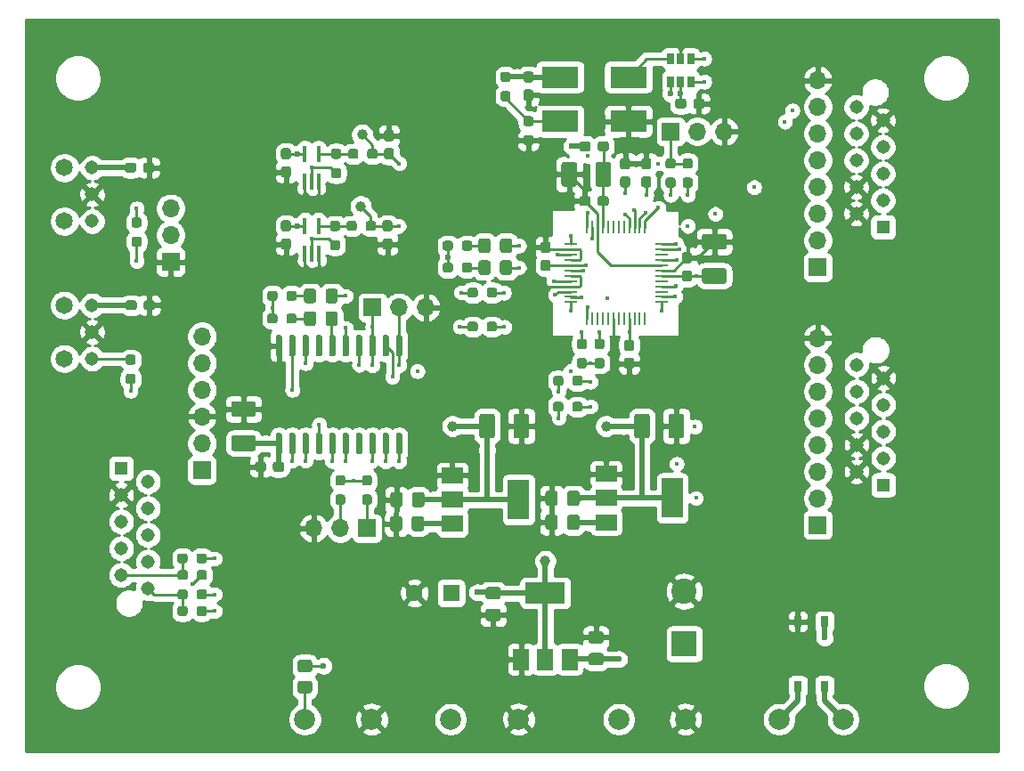
<source format=gbr>
G04 #@! TF.GenerationSoftware,KiCad,Pcbnew,(5.1.9-0-10_14)*
G04 #@! TF.CreationDate,2021-04-05T13:34:52+02:00*
G04 #@! TF.ProjectId,dac,6461632e-6b69-4636-9164-5f7063625858,rev?*
G04 #@! TF.SameCoordinates,Original*
G04 #@! TF.FileFunction,Copper,L1,Top*
G04 #@! TF.FilePolarity,Positive*
%FSLAX46Y46*%
G04 Gerber Fmt 4.6, Leading zero omitted, Abs format (unit mm)*
G04 Created by KiCad (PCBNEW (5.1.9-0-10_14)) date 2021-04-05 13:34:52*
%MOMM*%
%LPD*%
G01*
G04 APERTURE LIST*
G04 #@! TA.AperFunction,ComponentPad*
%ADD10C,1.308000*%
G04 #@! TD*
G04 #@! TA.AperFunction,ComponentPad*
%ADD11C,1.650000*%
G04 #@! TD*
G04 #@! TA.AperFunction,SMDPad,CuDef*
%ADD12C,1.000000*%
G04 #@! TD*
G04 #@! TA.AperFunction,ComponentPad*
%ADD13O,1.700000X1.700000*%
G04 #@! TD*
G04 #@! TA.AperFunction,ComponentPad*
%ADD14R,1.700000X1.700000*%
G04 #@! TD*
G04 #@! TA.AperFunction,SMDPad,CuDef*
%ADD15R,0.400000X1.500000*%
G04 #@! TD*
G04 #@! TA.AperFunction,SMDPad,CuDef*
%ADD16R,0.650000X1.060000*%
G04 #@! TD*
G04 #@! TA.AperFunction,ComponentPad*
%ADD17C,2.000000*%
G04 #@! TD*
G04 #@! TA.AperFunction,ComponentPad*
%ADD18R,1.308000X1.308000*%
G04 #@! TD*
G04 #@! TA.AperFunction,SMDPad,CuDef*
%ADD19R,2.000000X1.500000*%
G04 #@! TD*
G04 #@! TA.AperFunction,SMDPad,CuDef*
%ADD20R,2.000000X3.800000*%
G04 #@! TD*
G04 #@! TA.AperFunction,SMDPad,CuDef*
%ADD21R,1.500000X2.000000*%
G04 #@! TD*
G04 #@! TA.AperFunction,SMDPad,CuDef*
%ADD22R,3.800000X2.000000*%
G04 #@! TD*
G04 #@! TA.AperFunction,SMDPad,CuDef*
%ADD23R,3.500000X2.000000*%
G04 #@! TD*
G04 #@! TA.AperFunction,ComponentPad*
%ADD24C,1.600000*%
G04 #@! TD*
G04 #@! TA.AperFunction,ComponentPad*
%ADD25R,1.600000X1.600000*%
G04 #@! TD*
G04 #@! TA.AperFunction,SMDPad,CuDef*
%ADD26R,0.800000X1.000000*%
G04 #@! TD*
G04 #@! TA.AperFunction,ComponentPad*
%ADD27C,2.400000*%
G04 #@! TD*
G04 #@! TA.AperFunction,ComponentPad*
%ADD28R,2.400000X2.400000*%
G04 #@! TD*
G04 #@! TA.AperFunction,SMDPad,CuDef*
%ADD29R,1.300000X0.250000*%
G04 #@! TD*
G04 #@! TA.AperFunction,SMDPad,CuDef*
%ADD30R,0.250000X1.300000*%
G04 #@! TD*
G04 #@! TA.AperFunction,ViaPad*
%ADD31C,0.400000*%
G04 #@! TD*
G04 #@! TA.AperFunction,ViaPad*
%ADD32C,0.600000*%
G04 #@! TD*
G04 #@! TA.AperFunction,Conductor*
%ADD33C,0.250000*%
G04 #@! TD*
G04 #@! TA.AperFunction,Conductor*
%ADD34C,0.500000*%
G04 #@! TD*
G04 #@! TA.AperFunction,Conductor*
%ADD35C,0.254000*%
G04 #@! TD*
G04 #@! TA.AperFunction,Conductor*
%ADD36C,0.100000*%
G04 #@! TD*
G04 APERTURE END LIST*
D10*
X115025000Y-83185000D03*
X115025000Y-85725000D03*
X115025000Y-88265000D03*
D11*
X112395000Y-88265000D03*
X112395000Y-83185000D03*
D10*
X115025000Y-70104000D03*
X115025000Y-72644000D03*
X115025000Y-75184000D03*
D11*
X112395000Y-75184000D03*
X112395000Y-70104000D03*
D12*
X158115000Y-107505500D03*
G04 #@! TA.AperFunction,SMDPad,CuDef*
G36*
G01*
X124122000Y-110443000D02*
X124122000Y-110918000D01*
G75*
G02*
X123884500Y-111155500I-237500J0D01*
G01*
X123384500Y-111155500D01*
G75*
G02*
X123147000Y-110918000I0J237500D01*
G01*
X123147000Y-110443000D01*
G75*
G02*
X123384500Y-110205500I237500J0D01*
G01*
X123884500Y-110205500D01*
G75*
G02*
X124122000Y-110443000I0J-237500D01*
G01*
G37*
G04 #@! TD.AperFunction*
G04 #@! TA.AperFunction,SMDPad,CuDef*
G36*
G01*
X125947000Y-110443000D02*
X125947000Y-110918000D01*
G75*
G02*
X125709500Y-111155500I-237500J0D01*
G01*
X125209500Y-111155500D01*
G75*
G02*
X124972000Y-110918000I0J237500D01*
G01*
X124972000Y-110443000D01*
G75*
G02*
X125209500Y-110205500I237500J0D01*
G01*
X125709500Y-110205500D01*
G75*
G02*
X125947000Y-110443000I0J-237500D01*
G01*
G37*
G04 #@! TD.AperFunction*
G04 #@! TA.AperFunction,SMDPad,CuDef*
G36*
G01*
X124948500Y-112505500D02*
X124948500Y-112030500D01*
G75*
G02*
X125186000Y-111793000I237500J0D01*
G01*
X125686000Y-111793000D01*
G75*
G02*
X125923500Y-112030500I0J-237500D01*
G01*
X125923500Y-112505500D01*
G75*
G02*
X125686000Y-112743000I-237500J0D01*
G01*
X125186000Y-112743000D01*
G75*
G02*
X124948500Y-112505500I0J237500D01*
G01*
G37*
G04 #@! TD.AperFunction*
G04 #@! TA.AperFunction,SMDPad,CuDef*
G36*
G01*
X123123500Y-112505500D02*
X123123500Y-112030500D01*
G75*
G02*
X123361000Y-111793000I237500J0D01*
G01*
X123861000Y-111793000D01*
G75*
G02*
X124098500Y-112030500I0J-237500D01*
G01*
X124098500Y-112505500D01*
G75*
G02*
X123861000Y-112743000I-237500J0D01*
G01*
X123361000Y-112743000D01*
G75*
G02*
X123123500Y-112505500I0J237500D01*
G01*
G37*
G04 #@! TD.AperFunction*
G04 #@! TA.AperFunction,SMDPad,CuDef*
G36*
G01*
X124098500Y-107014000D02*
X124098500Y-107489000D01*
G75*
G02*
X123861000Y-107726500I-237500J0D01*
G01*
X123361000Y-107726500D01*
G75*
G02*
X123123500Y-107489000I0J237500D01*
G01*
X123123500Y-107014000D01*
G75*
G02*
X123361000Y-106776500I237500J0D01*
G01*
X123861000Y-106776500D01*
G75*
G02*
X124098500Y-107014000I0J-237500D01*
G01*
G37*
G04 #@! TD.AperFunction*
G04 #@! TA.AperFunction,SMDPad,CuDef*
G36*
G01*
X125923500Y-107014000D02*
X125923500Y-107489000D01*
G75*
G02*
X125686000Y-107726500I-237500J0D01*
G01*
X125186000Y-107726500D01*
G75*
G02*
X124948500Y-107489000I0J237500D01*
G01*
X124948500Y-107014000D01*
G75*
G02*
X125186000Y-106776500I237500J0D01*
G01*
X125686000Y-106776500D01*
G75*
G02*
X125923500Y-107014000I0J-237500D01*
G01*
G37*
G04 #@! TD.AperFunction*
G04 #@! TA.AperFunction,SMDPad,CuDef*
G36*
G01*
X124972000Y-109076500D02*
X124972000Y-108601500D01*
G75*
G02*
X125209500Y-108364000I237500J0D01*
G01*
X125709500Y-108364000D01*
G75*
G02*
X125947000Y-108601500I0J-237500D01*
G01*
X125947000Y-109076500D01*
G75*
G02*
X125709500Y-109314000I-237500J0D01*
G01*
X125209500Y-109314000D01*
G75*
G02*
X124972000Y-109076500I0J237500D01*
G01*
G37*
G04 #@! TD.AperFunction*
G04 #@! TA.AperFunction,SMDPad,CuDef*
G36*
G01*
X123147000Y-109076500D02*
X123147000Y-108601500D01*
G75*
G02*
X123384500Y-108364000I237500J0D01*
G01*
X123884500Y-108364000D01*
G75*
G02*
X124122000Y-108601500I0J-237500D01*
G01*
X124122000Y-109076500D01*
G75*
G02*
X123884500Y-109314000I-237500J0D01*
G01*
X123384500Y-109314000D01*
G75*
G02*
X123147000Y-109076500I0J237500D01*
G01*
G37*
G04 #@! TD.AperFunction*
G04 #@! TA.AperFunction,SMDPad,CuDef*
G36*
G01*
X138383000Y-101176000D02*
X138858000Y-101176000D01*
G75*
G02*
X139095500Y-101413500I0J-237500D01*
G01*
X139095500Y-101913500D01*
G75*
G02*
X138858000Y-102151000I-237500J0D01*
G01*
X138383000Y-102151000D01*
G75*
G02*
X138145500Y-101913500I0J237500D01*
G01*
X138145500Y-101413500D01*
G75*
G02*
X138383000Y-101176000I237500J0D01*
G01*
G37*
G04 #@! TD.AperFunction*
G04 #@! TA.AperFunction,SMDPad,CuDef*
G36*
G01*
X138383000Y-99351000D02*
X138858000Y-99351000D01*
G75*
G02*
X139095500Y-99588500I0J-237500D01*
G01*
X139095500Y-100088500D01*
G75*
G02*
X138858000Y-100326000I-237500J0D01*
G01*
X138383000Y-100326000D01*
G75*
G02*
X138145500Y-100088500I0J237500D01*
G01*
X138145500Y-99588500D01*
G75*
G02*
X138383000Y-99351000I237500J0D01*
G01*
G37*
G04 #@! TD.AperFunction*
G04 #@! TA.AperFunction,SMDPad,CuDef*
G36*
G01*
X140923000Y-101176000D02*
X141398000Y-101176000D01*
G75*
G02*
X141635500Y-101413500I0J-237500D01*
G01*
X141635500Y-101913500D01*
G75*
G02*
X141398000Y-102151000I-237500J0D01*
G01*
X140923000Y-102151000D01*
G75*
G02*
X140685500Y-101913500I0J237500D01*
G01*
X140685500Y-101413500D01*
G75*
G02*
X140923000Y-101176000I237500J0D01*
G01*
G37*
G04 #@! TD.AperFunction*
G04 #@! TA.AperFunction,SMDPad,CuDef*
G36*
G01*
X140923000Y-99351000D02*
X141398000Y-99351000D01*
G75*
G02*
X141635500Y-99588500I0J-237500D01*
G01*
X141635500Y-100088500D01*
G75*
G02*
X141398000Y-100326000I-237500J0D01*
G01*
X140923000Y-100326000D01*
G75*
G02*
X140685500Y-100088500I0J237500D01*
G01*
X140685500Y-99588500D01*
G75*
G02*
X140923000Y-99351000I237500J0D01*
G01*
G37*
G04 #@! TD.AperFunction*
D13*
X136080500Y-104394000D03*
X138620500Y-104394000D03*
D14*
X141160500Y-104394000D03*
G04 #@! TA.AperFunction,SMDPad,CuDef*
G36*
G01*
X133497500Y-84692500D02*
X133497500Y-84217500D01*
G75*
G02*
X133735000Y-83980000I237500J0D01*
G01*
X134235000Y-83980000D01*
G75*
G02*
X134472500Y-84217500I0J-237500D01*
G01*
X134472500Y-84692500D01*
G75*
G02*
X134235000Y-84930000I-237500J0D01*
G01*
X133735000Y-84930000D01*
G75*
G02*
X133497500Y-84692500I0J237500D01*
G01*
G37*
G04 #@! TD.AperFunction*
G04 #@! TA.AperFunction,SMDPad,CuDef*
G36*
G01*
X131672500Y-84692500D02*
X131672500Y-84217500D01*
G75*
G02*
X131910000Y-83980000I237500J0D01*
G01*
X132410000Y-83980000D01*
G75*
G02*
X132647500Y-84217500I0J-237500D01*
G01*
X132647500Y-84692500D01*
G75*
G02*
X132410000Y-84930000I-237500J0D01*
G01*
X131910000Y-84930000D01*
G75*
G02*
X131672500Y-84692500I0J237500D01*
G01*
G37*
G04 #@! TD.AperFunction*
G04 #@! TA.AperFunction,SMDPad,CuDef*
G36*
G01*
X133497500Y-82533500D02*
X133497500Y-82058500D01*
G75*
G02*
X133735000Y-81821000I237500J0D01*
G01*
X134235000Y-81821000D01*
G75*
G02*
X134472500Y-82058500I0J-237500D01*
G01*
X134472500Y-82533500D01*
G75*
G02*
X134235000Y-82771000I-237500J0D01*
G01*
X133735000Y-82771000D01*
G75*
G02*
X133497500Y-82533500I0J237500D01*
G01*
G37*
G04 #@! TD.AperFunction*
G04 #@! TA.AperFunction,SMDPad,CuDef*
G36*
G01*
X131672500Y-82533500D02*
X131672500Y-82058500D01*
G75*
G02*
X131910000Y-81821000I237500J0D01*
G01*
X132410000Y-81821000D01*
G75*
G02*
X132647500Y-82058500I0J-237500D01*
G01*
X132647500Y-82533500D01*
G75*
G02*
X132410000Y-82771000I-237500J0D01*
G01*
X131910000Y-82771000D01*
G75*
G02*
X131672500Y-82533500I0J237500D01*
G01*
G37*
G04 #@! TD.AperFunction*
G04 #@! TA.AperFunction,SMDPad,CuDef*
G36*
G01*
X136320000Y-84004999D02*
X136320000Y-84905001D01*
G75*
G02*
X136070001Y-85155000I-249999J0D01*
G01*
X135419999Y-85155000D01*
G75*
G02*
X135170000Y-84905001I0J249999D01*
G01*
X135170000Y-84004999D01*
G75*
G02*
X135419999Y-83755000I249999J0D01*
G01*
X136070001Y-83755000D01*
G75*
G02*
X136320000Y-84004999I0J-249999D01*
G01*
G37*
G04 #@! TD.AperFunction*
G04 #@! TA.AperFunction,SMDPad,CuDef*
G36*
G01*
X138370000Y-84004999D02*
X138370000Y-84905001D01*
G75*
G02*
X138120001Y-85155000I-249999J0D01*
G01*
X137469999Y-85155000D01*
G75*
G02*
X137220000Y-84905001I0J249999D01*
G01*
X137220000Y-84004999D01*
G75*
G02*
X137469999Y-83755000I249999J0D01*
G01*
X138120001Y-83755000D01*
G75*
G02*
X138370000Y-84004999I0J-249999D01*
G01*
G37*
G04 #@! TD.AperFunction*
G04 #@! TA.AperFunction,SMDPad,CuDef*
G36*
G01*
X136320000Y-81845999D02*
X136320000Y-82746001D01*
G75*
G02*
X136070001Y-82996000I-249999J0D01*
G01*
X135419999Y-82996000D01*
G75*
G02*
X135170000Y-82746001I0J249999D01*
G01*
X135170000Y-81845999D01*
G75*
G02*
X135419999Y-81596000I249999J0D01*
G01*
X136070001Y-81596000D01*
G75*
G02*
X136320000Y-81845999I0J-249999D01*
G01*
G37*
G04 #@! TD.AperFunction*
G04 #@! TA.AperFunction,SMDPad,CuDef*
G36*
G01*
X138370000Y-81845999D02*
X138370000Y-82746001D01*
G75*
G02*
X138120001Y-82996000I-249999J0D01*
G01*
X137469999Y-82996000D01*
G75*
G02*
X137220000Y-82746001I0J249999D01*
G01*
X137220000Y-81845999D01*
G75*
G02*
X137469999Y-81596000I249999J0D01*
G01*
X138120001Y-81596000D01*
G75*
G02*
X138370000Y-81845999I0J-249999D01*
G01*
G37*
G04 #@! TD.AperFunction*
G04 #@! TA.AperFunction,SMDPad,CuDef*
G36*
G01*
X119490500Y-75798500D02*
X119015500Y-75798500D01*
G75*
G02*
X118778000Y-75561000I0J237500D01*
G01*
X118778000Y-75061000D01*
G75*
G02*
X119015500Y-74823500I237500J0D01*
G01*
X119490500Y-74823500D01*
G75*
G02*
X119728000Y-75061000I0J-237500D01*
G01*
X119728000Y-75561000D01*
G75*
G02*
X119490500Y-75798500I-237500J0D01*
G01*
G37*
G04 #@! TD.AperFunction*
G04 #@! TA.AperFunction,SMDPad,CuDef*
G36*
G01*
X119490500Y-77623500D02*
X119015500Y-77623500D01*
G75*
G02*
X118778000Y-77386000I0J237500D01*
G01*
X118778000Y-76886000D01*
G75*
G02*
X119015500Y-76648500I237500J0D01*
G01*
X119490500Y-76648500D01*
G75*
G02*
X119728000Y-76886000I0J-237500D01*
G01*
X119728000Y-77386000D01*
G75*
G02*
X119490500Y-77623500I-237500J0D01*
G01*
G37*
G04 #@! TD.AperFunction*
G04 #@! TA.AperFunction,SMDPad,CuDef*
G36*
G01*
X118444000Y-89706000D02*
X118919000Y-89706000D01*
G75*
G02*
X119156500Y-89943500I0J-237500D01*
G01*
X119156500Y-90443500D01*
G75*
G02*
X118919000Y-90681000I-237500J0D01*
G01*
X118444000Y-90681000D01*
G75*
G02*
X118206500Y-90443500I0J237500D01*
G01*
X118206500Y-89943500D01*
G75*
G02*
X118444000Y-89706000I237500J0D01*
G01*
G37*
G04 #@! TD.AperFunction*
G04 #@! TA.AperFunction,SMDPad,CuDef*
G36*
G01*
X118444000Y-87881000D02*
X118919000Y-87881000D01*
G75*
G02*
X119156500Y-88118500I0J-237500D01*
G01*
X119156500Y-88618500D01*
G75*
G02*
X118919000Y-88856000I-237500J0D01*
G01*
X118444000Y-88856000D01*
G75*
G02*
X118206500Y-88618500I0J237500D01*
G01*
X118206500Y-88118500D01*
G75*
G02*
X118444000Y-87881000I237500J0D01*
G01*
G37*
G04 #@! TD.AperFunction*
G04 #@! TA.AperFunction,SMDPad,CuDef*
G36*
G01*
X163089300Y-68309500D02*
X163089300Y-67834500D01*
G75*
G02*
X163326800Y-67597000I237500J0D01*
G01*
X163926800Y-67597000D01*
G75*
G02*
X164164300Y-67834500I0J-237500D01*
G01*
X164164300Y-68309500D01*
G75*
G02*
X163926800Y-68547000I-237500J0D01*
G01*
X163326800Y-68547000D01*
G75*
G02*
X163089300Y-68309500I0J237500D01*
G01*
G37*
G04 #@! TD.AperFunction*
G04 #@! TA.AperFunction,SMDPad,CuDef*
G36*
G01*
X161364300Y-68309500D02*
X161364300Y-67834500D01*
G75*
G02*
X161601800Y-67597000I237500J0D01*
G01*
X162201800Y-67597000D01*
G75*
G02*
X162439300Y-67834500I0J-237500D01*
G01*
X162439300Y-68309500D01*
G75*
G02*
X162201800Y-68547000I-237500J0D01*
G01*
X161601800Y-68547000D01*
G75*
G02*
X161364300Y-68309500I0J237500D01*
G01*
G37*
G04 #@! TD.AperFunction*
D15*
X135255000Y-75635500D03*
X136555000Y-75635500D03*
X136555000Y-78295500D03*
X135905000Y-78295500D03*
X135255000Y-78295500D03*
X135240000Y-68790200D03*
X136540000Y-68790200D03*
X136540000Y-71450200D03*
X135890000Y-71450200D03*
X135240000Y-71450200D03*
G04 #@! TA.AperFunction,SMDPad,CuDef*
G36*
G01*
X140339900Y-68545700D02*
X140339900Y-69020700D01*
G75*
G02*
X140102400Y-69258200I-237500J0D01*
G01*
X139602400Y-69258200D01*
G75*
G02*
X139364900Y-69020700I0J237500D01*
G01*
X139364900Y-68545700D01*
G75*
G02*
X139602400Y-68308200I237500J0D01*
G01*
X140102400Y-68308200D01*
G75*
G02*
X140339900Y-68545700I0J-237500D01*
G01*
G37*
G04 #@! TD.AperFunction*
G04 #@! TA.AperFunction,SMDPad,CuDef*
G36*
G01*
X142164900Y-68545700D02*
X142164900Y-69020700D01*
G75*
G02*
X141927400Y-69258200I-237500J0D01*
G01*
X141427400Y-69258200D01*
G75*
G02*
X141189900Y-69020700I0J237500D01*
G01*
X141189900Y-68545700D01*
G75*
G02*
X141427400Y-68308200I237500J0D01*
G01*
X141927400Y-68308200D01*
G75*
G02*
X142164900Y-68545700I0J-237500D01*
G01*
G37*
G04 #@! TD.AperFunction*
G04 #@! TA.AperFunction,SMDPad,CuDef*
G36*
G01*
X138362700Y-76132500D02*
X137887700Y-76132500D01*
G75*
G02*
X137650200Y-75895000I0J237500D01*
G01*
X137650200Y-75395000D01*
G75*
G02*
X137887700Y-75157500I237500J0D01*
G01*
X138362700Y-75157500D01*
G75*
G02*
X138600200Y-75395000I0J-237500D01*
G01*
X138600200Y-75895000D01*
G75*
G02*
X138362700Y-76132500I-237500J0D01*
G01*
G37*
G04 #@! TD.AperFunction*
G04 #@! TA.AperFunction,SMDPad,CuDef*
G36*
G01*
X138362700Y-77957500D02*
X137887700Y-77957500D01*
G75*
G02*
X137650200Y-77720000I0J237500D01*
G01*
X137650200Y-77220000D01*
G75*
G02*
X137887700Y-76982500I237500J0D01*
G01*
X138362700Y-76982500D01*
G75*
G02*
X138600200Y-77220000I0J-237500D01*
G01*
X138600200Y-77720000D01*
G75*
G02*
X138362700Y-77957500I-237500J0D01*
G01*
G37*
G04 #@! TD.AperFunction*
G04 #@! TA.AperFunction,SMDPad,CuDef*
G36*
G01*
X138464300Y-69270700D02*
X137989300Y-69270700D01*
G75*
G02*
X137751800Y-69033200I0J237500D01*
G01*
X137751800Y-68533200D01*
G75*
G02*
X137989300Y-68295700I237500J0D01*
G01*
X138464300Y-68295700D01*
G75*
G02*
X138701800Y-68533200I0J-237500D01*
G01*
X138701800Y-69033200D01*
G75*
G02*
X138464300Y-69270700I-237500J0D01*
G01*
G37*
G04 #@! TD.AperFunction*
G04 #@! TA.AperFunction,SMDPad,CuDef*
G36*
G01*
X138464300Y-71095700D02*
X137989300Y-71095700D01*
G75*
G02*
X137751800Y-70858200I0J237500D01*
G01*
X137751800Y-70358200D01*
G75*
G02*
X137989300Y-70120700I237500J0D01*
G01*
X138464300Y-70120700D01*
G75*
G02*
X138701800Y-70358200I0J-237500D01*
G01*
X138701800Y-70858200D01*
G75*
G02*
X138464300Y-71095700I-237500J0D01*
G01*
G37*
G04 #@! TD.AperFunction*
G04 #@! TA.AperFunction,SMDPad,CuDef*
G36*
G01*
X143341100Y-76178700D02*
X142866100Y-76178700D01*
G75*
G02*
X142628600Y-75941200I0J237500D01*
G01*
X142628600Y-75341200D01*
G75*
G02*
X142866100Y-75103700I237500J0D01*
G01*
X143341100Y-75103700D01*
G75*
G02*
X143578600Y-75341200I0J-237500D01*
G01*
X143578600Y-75941200D01*
G75*
G02*
X143341100Y-76178700I-237500J0D01*
G01*
G37*
G04 #@! TD.AperFunction*
G04 #@! TA.AperFunction,SMDPad,CuDef*
G36*
G01*
X143341100Y-77903700D02*
X142866100Y-77903700D01*
G75*
G02*
X142628600Y-77666200I0J237500D01*
G01*
X142628600Y-77066200D01*
G75*
G02*
X142866100Y-76828700I237500J0D01*
G01*
X143341100Y-76828700D01*
G75*
G02*
X143578600Y-77066200I0J-237500D01*
G01*
X143578600Y-77666200D01*
G75*
G02*
X143341100Y-77903700I-237500J0D01*
G01*
G37*
G04 #@! TD.AperFunction*
G04 #@! TA.AperFunction,SMDPad,CuDef*
G36*
G01*
X143018500Y-68245700D02*
X143493500Y-68245700D01*
G75*
G02*
X143731000Y-68483200I0J-237500D01*
G01*
X143731000Y-69083200D01*
G75*
G02*
X143493500Y-69320700I-237500J0D01*
G01*
X143018500Y-69320700D01*
G75*
G02*
X142781000Y-69083200I0J237500D01*
G01*
X142781000Y-68483200D01*
G75*
G02*
X143018500Y-68245700I237500J0D01*
G01*
G37*
G04 #@! TD.AperFunction*
G04 #@! TA.AperFunction,SMDPad,CuDef*
G36*
G01*
X143018500Y-66520700D02*
X143493500Y-66520700D01*
G75*
G02*
X143731000Y-66758200I0J-237500D01*
G01*
X143731000Y-67358200D01*
G75*
G02*
X143493500Y-67595700I-237500J0D01*
G01*
X143018500Y-67595700D01*
G75*
G02*
X142781000Y-67358200I0J237500D01*
G01*
X142781000Y-66758200D01*
G75*
G02*
X143018500Y-66520700I237500J0D01*
G01*
G37*
G04 #@! TD.AperFunction*
G04 #@! TA.AperFunction,SMDPad,CuDef*
G36*
G01*
X133214100Y-76828700D02*
X133689100Y-76828700D01*
G75*
G02*
X133926600Y-77066200I0J-237500D01*
G01*
X133926600Y-77666200D01*
G75*
G02*
X133689100Y-77903700I-237500J0D01*
G01*
X133214100Y-77903700D01*
G75*
G02*
X132976600Y-77666200I0J237500D01*
G01*
X132976600Y-77066200D01*
G75*
G02*
X133214100Y-76828700I237500J0D01*
G01*
G37*
G04 #@! TD.AperFunction*
G04 #@! TA.AperFunction,SMDPad,CuDef*
G36*
G01*
X133214100Y-75103700D02*
X133689100Y-75103700D01*
G75*
G02*
X133926600Y-75341200I0J-237500D01*
G01*
X133926600Y-75941200D01*
G75*
G02*
X133689100Y-76178700I-237500J0D01*
G01*
X133214100Y-76178700D01*
G75*
G02*
X132976600Y-75941200I0J237500D01*
G01*
X132976600Y-75341200D01*
G75*
G02*
X133214100Y-75103700I237500J0D01*
G01*
G37*
G04 #@! TD.AperFunction*
G04 #@! TA.AperFunction,SMDPad,CuDef*
G36*
G01*
X133214100Y-69970700D02*
X133689100Y-69970700D01*
G75*
G02*
X133926600Y-70208200I0J-237500D01*
G01*
X133926600Y-70808200D01*
G75*
G02*
X133689100Y-71045700I-237500J0D01*
G01*
X133214100Y-71045700D01*
G75*
G02*
X132976600Y-70808200I0J237500D01*
G01*
X132976600Y-70208200D01*
G75*
G02*
X133214100Y-69970700I237500J0D01*
G01*
G37*
G04 #@! TD.AperFunction*
G04 #@! TA.AperFunction,SMDPad,CuDef*
G36*
G01*
X133214100Y-68245700D02*
X133689100Y-68245700D01*
G75*
G02*
X133926600Y-68483200I0J-237500D01*
G01*
X133926600Y-69083200D01*
G75*
G02*
X133689100Y-69320700I-237500J0D01*
G01*
X133214100Y-69320700D01*
G75*
G02*
X132976600Y-69083200I0J237500D01*
G01*
X132976600Y-68483200D01*
G75*
G02*
X133214100Y-68245700I237500J0D01*
G01*
G37*
G04 #@! TD.AperFunction*
D16*
X170977600Y-61925200D03*
X171927600Y-61925200D03*
X170027600Y-61925200D03*
X170027600Y-59725200D03*
X170977600Y-59725200D03*
X171927600Y-59725200D03*
G04 #@! TA.AperFunction,SMDPad,CuDef*
G36*
G01*
X171530300Y-63770500D02*
X171530300Y-64245500D01*
G75*
G02*
X171292800Y-64483000I-237500J0D01*
G01*
X170692800Y-64483000D01*
G75*
G02*
X170455300Y-64245500I0J237500D01*
G01*
X170455300Y-63770500D01*
G75*
G02*
X170692800Y-63533000I237500J0D01*
G01*
X171292800Y-63533000D01*
G75*
G02*
X171530300Y-63770500I0J-237500D01*
G01*
G37*
G04 #@! TD.AperFunction*
G04 #@! TA.AperFunction,SMDPad,CuDef*
G36*
G01*
X173255300Y-63770500D02*
X173255300Y-64245500D01*
G75*
G02*
X173017800Y-64483000I-237500J0D01*
G01*
X172417800Y-64483000D01*
G75*
G02*
X172180300Y-64245500I0J237500D01*
G01*
X172180300Y-63770500D01*
G75*
G02*
X172417800Y-63533000I237500J0D01*
G01*
X173017800Y-63533000D01*
G75*
G02*
X173255300Y-63770500I0J-237500D01*
G01*
G37*
G04 #@! TD.AperFunction*
G04 #@! TA.AperFunction,SMDPad,CuDef*
G36*
G01*
X156752300Y-66171900D02*
X156277300Y-66171900D01*
G75*
G02*
X156039800Y-65934400I0J237500D01*
G01*
X156039800Y-65434400D01*
G75*
G02*
X156277300Y-65196900I237500J0D01*
G01*
X156752300Y-65196900D01*
G75*
G02*
X156989800Y-65434400I0J-237500D01*
G01*
X156989800Y-65934400D01*
G75*
G02*
X156752300Y-66171900I-237500J0D01*
G01*
G37*
G04 #@! TD.AperFunction*
G04 #@! TA.AperFunction,SMDPad,CuDef*
G36*
G01*
X156752300Y-67996900D02*
X156277300Y-67996900D01*
G75*
G02*
X156039800Y-67759400I0J237500D01*
G01*
X156039800Y-67259400D01*
G75*
G02*
X156277300Y-67021900I237500J0D01*
G01*
X156752300Y-67021900D01*
G75*
G02*
X156989800Y-67259400I0J-237500D01*
G01*
X156989800Y-67759400D01*
G75*
G02*
X156752300Y-67996900I-237500J0D01*
G01*
G37*
G04 #@! TD.AperFunction*
G04 #@! TA.AperFunction,SMDPad,CuDef*
G36*
G01*
X154567900Y-61955500D02*
X154092900Y-61955500D01*
G75*
G02*
X153855400Y-61718000I0J237500D01*
G01*
X153855400Y-61218000D01*
G75*
G02*
X154092900Y-60980500I237500J0D01*
G01*
X154567900Y-60980500D01*
G75*
G02*
X154805400Y-61218000I0J-237500D01*
G01*
X154805400Y-61718000D01*
G75*
G02*
X154567900Y-61955500I-237500J0D01*
G01*
G37*
G04 #@! TD.AperFunction*
G04 #@! TA.AperFunction,SMDPad,CuDef*
G36*
G01*
X154567900Y-63780500D02*
X154092900Y-63780500D01*
G75*
G02*
X153855400Y-63543000I0J237500D01*
G01*
X153855400Y-63043000D01*
G75*
G02*
X154092900Y-62805500I237500J0D01*
G01*
X154567900Y-62805500D01*
G75*
G02*
X154805400Y-63043000I0J-237500D01*
G01*
X154805400Y-63543000D01*
G75*
G02*
X154567900Y-63780500I-237500J0D01*
G01*
G37*
G04 #@! TD.AperFunction*
G04 #@! TA.AperFunction,SMDPad,CuDef*
G36*
G01*
X170265100Y-70188900D02*
X169790100Y-70188900D01*
G75*
G02*
X169552600Y-69951400I0J237500D01*
G01*
X169552600Y-69451400D01*
G75*
G02*
X169790100Y-69213900I237500J0D01*
G01*
X170265100Y-69213900D01*
G75*
G02*
X170502600Y-69451400I0J-237500D01*
G01*
X170502600Y-69951400D01*
G75*
G02*
X170265100Y-70188900I-237500J0D01*
G01*
G37*
G04 #@! TD.AperFunction*
G04 #@! TA.AperFunction,SMDPad,CuDef*
G36*
G01*
X170265100Y-72013900D02*
X169790100Y-72013900D01*
G75*
G02*
X169552600Y-71776400I0J237500D01*
G01*
X169552600Y-71276400D01*
G75*
G02*
X169790100Y-71038900I237500J0D01*
G01*
X170265100Y-71038900D01*
G75*
G02*
X170502600Y-71276400I0J-237500D01*
G01*
X170502600Y-71776400D01*
G75*
G02*
X170265100Y-72013900I-237500J0D01*
G01*
G37*
G04 #@! TD.AperFunction*
G04 #@! TA.AperFunction,SMDPad,CuDef*
G36*
G01*
X171890700Y-70188900D02*
X171415700Y-70188900D01*
G75*
G02*
X171178200Y-69951400I0J237500D01*
G01*
X171178200Y-69451400D01*
G75*
G02*
X171415700Y-69213900I237500J0D01*
G01*
X171890700Y-69213900D01*
G75*
G02*
X172128200Y-69451400I0J-237500D01*
G01*
X172128200Y-69951400D01*
G75*
G02*
X171890700Y-70188900I-237500J0D01*
G01*
G37*
G04 #@! TD.AperFunction*
G04 #@! TA.AperFunction,SMDPad,CuDef*
G36*
G01*
X171890700Y-72013900D02*
X171415700Y-72013900D01*
G75*
G02*
X171178200Y-71776400I0J237500D01*
G01*
X171178200Y-71276400D01*
G75*
G02*
X171415700Y-71038900I237500J0D01*
G01*
X171890700Y-71038900D01*
G75*
G02*
X172128200Y-71276400I0J-237500D01*
G01*
X172128200Y-71776400D01*
G75*
G02*
X171890700Y-72013900I-237500J0D01*
G01*
G37*
G04 #@! TD.AperFunction*
G04 #@! TA.AperFunction,SMDPad,CuDef*
G36*
G01*
X161357300Y-88205500D02*
X161832300Y-88205500D01*
G75*
G02*
X162069800Y-88443000I0J-237500D01*
G01*
X162069800Y-88943000D01*
G75*
G02*
X161832300Y-89180500I-237500J0D01*
G01*
X161357300Y-89180500D01*
G75*
G02*
X161119800Y-88943000I0J237500D01*
G01*
X161119800Y-88443000D01*
G75*
G02*
X161357300Y-88205500I237500J0D01*
G01*
G37*
G04 #@! TD.AperFunction*
G04 #@! TA.AperFunction,SMDPad,CuDef*
G36*
G01*
X161357300Y-86380500D02*
X161832300Y-86380500D01*
G75*
G02*
X162069800Y-86618000I0J-237500D01*
G01*
X162069800Y-87118000D01*
G75*
G02*
X161832300Y-87355500I-237500J0D01*
G01*
X161357300Y-87355500D01*
G75*
G02*
X161119800Y-87118000I0J237500D01*
G01*
X161119800Y-86618000D01*
G75*
G02*
X161357300Y-86380500I237500J0D01*
G01*
G37*
G04 #@! TD.AperFunction*
G04 #@! TA.AperFunction,SMDPad,CuDef*
G36*
G01*
X163033700Y-88205500D02*
X163508700Y-88205500D01*
G75*
G02*
X163746200Y-88443000I0J-237500D01*
G01*
X163746200Y-88943000D01*
G75*
G02*
X163508700Y-89180500I-237500J0D01*
G01*
X163033700Y-89180500D01*
G75*
G02*
X162796200Y-88943000I0J237500D01*
G01*
X162796200Y-88443000D01*
G75*
G02*
X163033700Y-88205500I237500J0D01*
G01*
G37*
G04 #@! TD.AperFunction*
G04 #@! TA.AperFunction,SMDPad,CuDef*
G36*
G01*
X163033700Y-86380500D02*
X163508700Y-86380500D01*
G75*
G02*
X163746200Y-86618000I0J-237500D01*
G01*
X163746200Y-87118000D01*
G75*
G02*
X163508700Y-87355500I-237500J0D01*
G01*
X163033700Y-87355500D01*
G75*
G02*
X162796200Y-87118000I0J237500D01*
G01*
X162796200Y-86618000D01*
G75*
G02*
X163033700Y-86380500I237500J0D01*
G01*
G37*
G04 #@! TD.AperFunction*
G04 #@! TA.AperFunction,SMDPad,CuDef*
G36*
G01*
X151693700Y-81741000D02*
X151693700Y-82216000D01*
G75*
G02*
X151456200Y-82453500I-237500J0D01*
G01*
X150956200Y-82453500D01*
G75*
G02*
X150718700Y-82216000I0J237500D01*
G01*
X150718700Y-81741000D01*
G75*
G02*
X150956200Y-81503500I237500J0D01*
G01*
X151456200Y-81503500D01*
G75*
G02*
X151693700Y-81741000I0J-237500D01*
G01*
G37*
G04 #@! TD.AperFunction*
G04 #@! TA.AperFunction,SMDPad,CuDef*
G36*
G01*
X153518700Y-81741000D02*
X153518700Y-82216000D01*
G75*
G02*
X153281200Y-82453500I-237500J0D01*
G01*
X152781200Y-82453500D01*
G75*
G02*
X152543700Y-82216000I0J237500D01*
G01*
X152543700Y-81741000D01*
G75*
G02*
X152781200Y-81503500I237500J0D01*
G01*
X153281200Y-81503500D01*
G75*
G02*
X153518700Y-81741000I0J-237500D01*
G01*
G37*
G04 #@! TD.AperFunction*
G04 #@! TA.AperFunction,SMDPad,CuDef*
G36*
G01*
X151693700Y-84979500D02*
X151693700Y-85454500D01*
G75*
G02*
X151456200Y-85692000I-237500J0D01*
G01*
X150956200Y-85692000D01*
G75*
G02*
X150718700Y-85454500I0J237500D01*
G01*
X150718700Y-84979500D01*
G75*
G02*
X150956200Y-84742000I237500J0D01*
G01*
X151456200Y-84742000D01*
G75*
G02*
X151693700Y-84979500I0J-237500D01*
G01*
G37*
G04 #@! TD.AperFunction*
G04 #@! TA.AperFunction,SMDPad,CuDef*
G36*
G01*
X153518700Y-84979500D02*
X153518700Y-85454500D01*
G75*
G02*
X153281200Y-85692000I-237500J0D01*
G01*
X152781200Y-85692000D01*
G75*
G02*
X152543700Y-85454500I0J237500D01*
G01*
X152543700Y-84979500D01*
G75*
G02*
X152781200Y-84742000I237500J0D01*
G01*
X153281200Y-84742000D01*
G75*
G02*
X153518700Y-84979500I0J-237500D01*
G01*
G37*
G04 #@! TD.AperFunction*
G04 #@! TA.AperFunction,SMDPad,CuDef*
G36*
G01*
X140187500Y-75403700D02*
X140187500Y-75878700D01*
G75*
G02*
X139950000Y-76116200I-237500J0D01*
G01*
X139450000Y-76116200D01*
G75*
G02*
X139212500Y-75878700I0J237500D01*
G01*
X139212500Y-75403700D01*
G75*
G02*
X139450000Y-75166200I237500J0D01*
G01*
X139950000Y-75166200D01*
G75*
G02*
X140187500Y-75403700I0J-237500D01*
G01*
G37*
G04 #@! TD.AperFunction*
G04 #@! TA.AperFunction,SMDPad,CuDef*
G36*
G01*
X142012500Y-75403700D02*
X142012500Y-75878700D01*
G75*
G02*
X141775000Y-76116200I-237500J0D01*
G01*
X141275000Y-76116200D01*
G75*
G02*
X141037500Y-75878700I0J237500D01*
G01*
X141037500Y-75403700D01*
G75*
G02*
X141275000Y-75166200I237500J0D01*
G01*
X141775000Y-75166200D01*
G75*
G02*
X142012500Y-75403700I0J-237500D01*
G01*
G37*
G04 #@! TD.AperFunction*
G04 #@! TA.AperFunction,SMDPad,CuDef*
G36*
G01*
X150185300Y-77758300D02*
X150185300Y-77283300D01*
G75*
G02*
X150422800Y-77045800I237500J0D01*
G01*
X150922800Y-77045800D01*
G75*
G02*
X151160300Y-77283300I0J-237500D01*
G01*
X151160300Y-77758300D01*
G75*
G02*
X150922800Y-77995800I-237500J0D01*
G01*
X150422800Y-77995800D01*
G75*
G02*
X150185300Y-77758300I0J237500D01*
G01*
G37*
G04 #@! TD.AperFunction*
G04 #@! TA.AperFunction,SMDPad,CuDef*
G36*
G01*
X148360300Y-77758300D02*
X148360300Y-77283300D01*
G75*
G02*
X148597800Y-77045800I237500J0D01*
G01*
X149097800Y-77045800D01*
G75*
G02*
X149335300Y-77283300I0J-237500D01*
G01*
X149335300Y-77758300D01*
G75*
G02*
X149097800Y-77995800I-237500J0D01*
G01*
X148597800Y-77995800D01*
G75*
G02*
X148360300Y-77758300I0J237500D01*
G01*
G37*
G04 #@! TD.AperFunction*
G04 #@! TA.AperFunction,SMDPad,CuDef*
G36*
G01*
X150181500Y-79841100D02*
X150181500Y-79366100D01*
G75*
G02*
X150419000Y-79128600I237500J0D01*
G01*
X150919000Y-79128600D01*
G75*
G02*
X151156500Y-79366100I0J-237500D01*
G01*
X151156500Y-79841100D01*
G75*
G02*
X150919000Y-80078600I-237500J0D01*
G01*
X150419000Y-80078600D01*
G75*
G02*
X150181500Y-79841100I0J237500D01*
G01*
G37*
G04 #@! TD.AperFunction*
G04 #@! TA.AperFunction,SMDPad,CuDef*
G36*
G01*
X148356500Y-79841100D02*
X148356500Y-79366100D01*
G75*
G02*
X148594000Y-79128600I237500J0D01*
G01*
X149094000Y-79128600D01*
G75*
G02*
X149331500Y-79366100I0J-237500D01*
G01*
X149331500Y-79841100D01*
G75*
G02*
X149094000Y-80078600I-237500J0D01*
G01*
X148594000Y-80078600D01*
G75*
G02*
X148356500Y-79841100I0J237500D01*
G01*
G37*
G04 #@! TD.AperFunction*
D17*
X171450000Y-122555000D03*
X165100000Y-122555000D03*
G04 #@! TA.AperFunction,SMDPad,CuDef*
G36*
G01*
X159825500Y-92599500D02*
X159825500Y-93074500D01*
G75*
G02*
X159588000Y-93312000I-237500J0D01*
G01*
X159088000Y-93312000D01*
G75*
G02*
X158850500Y-93074500I0J237500D01*
G01*
X158850500Y-92599500D01*
G75*
G02*
X159088000Y-92362000I237500J0D01*
G01*
X159588000Y-92362000D01*
G75*
G02*
X159825500Y-92599500I0J-237500D01*
G01*
G37*
G04 #@! TD.AperFunction*
G04 #@! TA.AperFunction,SMDPad,CuDef*
G36*
G01*
X161650500Y-92599500D02*
X161650500Y-93074500D01*
G75*
G02*
X161413000Y-93312000I-237500J0D01*
G01*
X160913000Y-93312000D01*
G75*
G02*
X160675500Y-93074500I0J237500D01*
G01*
X160675500Y-92599500D01*
G75*
G02*
X160913000Y-92362000I237500J0D01*
G01*
X161413000Y-92362000D01*
G75*
G02*
X161650500Y-92599500I0J-237500D01*
G01*
G37*
G04 #@! TD.AperFunction*
G04 #@! TA.AperFunction,SMDPad,CuDef*
G36*
G01*
X159825500Y-90123000D02*
X159825500Y-90598000D01*
G75*
G02*
X159588000Y-90835500I-237500J0D01*
G01*
X159088000Y-90835500D01*
G75*
G02*
X158850500Y-90598000I0J237500D01*
G01*
X158850500Y-90123000D01*
G75*
G02*
X159088000Y-89885500I237500J0D01*
G01*
X159588000Y-89885500D01*
G75*
G02*
X159825500Y-90123000I0J-237500D01*
G01*
G37*
G04 #@! TD.AperFunction*
G04 #@! TA.AperFunction,SMDPad,CuDef*
G36*
G01*
X161650500Y-90123000D02*
X161650500Y-90598000D01*
G75*
G02*
X161413000Y-90835500I-237500J0D01*
G01*
X160913000Y-90835500D01*
G75*
G02*
X160675500Y-90598000I0J237500D01*
G01*
X160675500Y-90123000D01*
G75*
G02*
X160913000Y-89885500I237500J0D01*
G01*
X161413000Y-89885500D01*
G75*
G02*
X161650500Y-90123000I0J-237500D01*
G01*
G37*
G04 #@! TD.AperFunction*
G04 #@! TA.AperFunction,SMDPad,CuDef*
G36*
G01*
X166328100Y-87532500D02*
X165853100Y-87532500D01*
G75*
G02*
X165615600Y-87295000I0J237500D01*
G01*
X165615600Y-86695000D01*
G75*
G02*
X165853100Y-86457500I237500J0D01*
G01*
X166328100Y-86457500D01*
G75*
G02*
X166565600Y-86695000I0J-237500D01*
G01*
X166565600Y-87295000D01*
G75*
G02*
X166328100Y-87532500I-237500J0D01*
G01*
G37*
G04 #@! TD.AperFunction*
G04 #@! TA.AperFunction,SMDPad,CuDef*
G36*
G01*
X166328100Y-89257500D02*
X165853100Y-89257500D01*
G75*
G02*
X165615600Y-89020000I0J237500D01*
G01*
X165615600Y-88420000D01*
G75*
G02*
X165853100Y-88182500I237500J0D01*
G01*
X166328100Y-88182500D01*
G75*
G02*
X166565600Y-88420000I0J-237500D01*
G01*
X166565600Y-89020000D01*
G75*
G02*
X166328100Y-89257500I-237500J0D01*
G01*
G37*
G04 #@! TD.AperFunction*
G04 #@! TA.AperFunction,SMDPad,CuDef*
G36*
G01*
X157902900Y-78860700D02*
X158377900Y-78860700D01*
G75*
G02*
X158615400Y-79098200I0J-237500D01*
G01*
X158615400Y-79698200D01*
G75*
G02*
X158377900Y-79935700I-237500J0D01*
G01*
X157902900Y-79935700D01*
G75*
G02*
X157665400Y-79698200I0J237500D01*
G01*
X157665400Y-79098200D01*
G75*
G02*
X157902900Y-78860700I237500J0D01*
G01*
G37*
G04 #@! TD.AperFunction*
G04 #@! TA.AperFunction,SMDPad,CuDef*
G36*
G01*
X157902900Y-77135700D02*
X158377900Y-77135700D01*
G75*
G02*
X158615400Y-77373200I0J-237500D01*
G01*
X158615400Y-77973200D01*
G75*
G02*
X158377900Y-78210700I-237500J0D01*
G01*
X157902900Y-78210700D01*
G75*
G02*
X157665400Y-77973200I0J237500D01*
G01*
X157665400Y-77373200D01*
G75*
G02*
X157902900Y-77135700I237500J0D01*
G01*
G37*
G04 #@! TD.AperFunction*
G04 #@! TA.AperFunction,SMDPad,CuDef*
G36*
G01*
X163075500Y-73516500D02*
X163075500Y-73041500D01*
G75*
G02*
X163313000Y-72804000I237500J0D01*
G01*
X163913000Y-72804000D01*
G75*
G02*
X164150500Y-73041500I0J-237500D01*
G01*
X164150500Y-73516500D01*
G75*
G02*
X163913000Y-73754000I-237500J0D01*
G01*
X163313000Y-73754000D01*
G75*
G02*
X163075500Y-73516500I0J237500D01*
G01*
G37*
G04 #@! TD.AperFunction*
G04 #@! TA.AperFunction,SMDPad,CuDef*
G36*
G01*
X161350500Y-73516500D02*
X161350500Y-73041500D01*
G75*
G02*
X161588000Y-72804000I237500J0D01*
G01*
X162188000Y-72804000D01*
G75*
G02*
X162425500Y-73041500I0J-237500D01*
G01*
X162425500Y-73516500D01*
G75*
G02*
X162188000Y-73754000I-237500J0D01*
G01*
X161588000Y-73754000D01*
G75*
G02*
X161350500Y-73516500I0J237500D01*
G01*
G37*
G04 #@! TD.AperFunction*
G04 #@! TA.AperFunction,SMDPad,CuDef*
G36*
G01*
X171339500Y-79853500D02*
X171814500Y-79853500D01*
G75*
G02*
X172052000Y-80091000I0J-237500D01*
G01*
X172052000Y-80691000D01*
G75*
G02*
X171814500Y-80928500I-237500J0D01*
G01*
X171339500Y-80928500D01*
G75*
G02*
X171102000Y-80691000I0J237500D01*
G01*
X171102000Y-80091000D01*
G75*
G02*
X171339500Y-79853500I237500J0D01*
G01*
G37*
G04 #@! TD.AperFunction*
G04 #@! TA.AperFunction,SMDPad,CuDef*
G36*
G01*
X171339500Y-78128500D02*
X171814500Y-78128500D01*
G75*
G02*
X172052000Y-78366000I0J-237500D01*
G01*
X172052000Y-78966000D01*
G75*
G02*
X171814500Y-79203500I-237500J0D01*
G01*
X171339500Y-79203500D01*
G75*
G02*
X171102000Y-78966000I0J237500D01*
G01*
X171102000Y-78366000D01*
G75*
G02*
X171339500Y-78128500I237500J0D01*
G01*
G37*
G04 #@! TD.AperFunction*
G04 #@! TA.AperFunction,SMDPad,CuDef*
G36*
G01*
X156277300Y-62657700D02*
X156752300Y-62657700D01*
G75*
G02*
X156989800Y-62895200I0J-237500D01*
G01*
X156989800Y-63495200D01*
G75*
G02*
X156752300Y-63732700I-237500J0D01*
G01*
X156277300Y-63732700D01*
G75*
G02*
X156039800Y-63495200I0J237500D01*
G01*
X156039800Y-62895200D01*
G75*
G02*
X156277300Y-62657700I237500J0D01*
G01*
G37*
G04 #@! TD.AperFunction*
G04 #@! TA.AperFunction,SMDPad,CuDef*
G36*
G01*
X156277300Y-60932700D02*
X156752300Y-60932700D01*
G75*
G02*
X156989800Y-61170200I0J-237500D01*
G01*
X156989800Y-61770200D01*
G75*
G02*
X156752300Y-62007700I-237500J0D01*
G01*
X156277300Y-62007700D01*
G75*
G02*
X156039800Y-61770200I0J237500D01*
G01*
X156039800Y-61170200D01*
G75*
G02*
X156277300Y-60932700I237500J0D01*
G01*
G37*
G04 #@! TD.AperFunction*
G04 #@! TA.AperFunction,SMDPad,CuDef*
G36*
G01*
X132214500Y-98789500D02*
X132214500Y-98314500D01*
G75*
G02*
X132452000Y-98077000I237500J0D01*
G01*
X133052000Y-98077000D01*
G75*
G02*
X133289500Y-98314500I0J-237500D01*
G01*
X133289500Y-98789500D01*
G75*
G02*
X133052000Y-99027000I-237500J0D01*
G01*
X132452000Y-99027000D01*
G75*
G02*
X132214500Y-98789500I0J237500D01*
G01*
G37*
G04 #@! TD.AperFunction*
G04 #@! TA.AperFunction,SMDPad,CuDef*
G36*
G01*
X130489500Y-98789500D02*
X130489500Y-98314500D01*
G75*
G02*
X130727000Y-98077000I237500J0D01*
G01*
X131327000Y-98077000D01*
G75*
G02*
X131564500Y-98314500I0J-237500D01*
G01*
X131564500Y-98789500D01*
G75*
G02*
X131327000Y-99027000I-237500J0D01*
G01*
X130727000Y-99027000D01*
G75*
G02*
X130489500Y-98789500I0J237500D01*
G01*
G37*
G04 #@! TD.AperFunction*
G04 #@! TA.AperFunction,SMDPad,CuDef*
G36*
G01*
X119282500Y-82947500D02*
X119282500Y-83422500D01*
G75*
G02*
X119045000Y-83660000I-237500J0D01*
G01*
X118445000Y-83660000D01*
G75*
G02*
X118207500Y-83422500I0J237500D01*
G01*
X118207500Y-82947500D01*
G75*
G02*
X118445000Y-82710000I237500J0D01*
G01*
X119045000Y-82710000D01*
G75*
G02*
X119282500Y-82947500I0J-237500D01*
G01*
G37*
G04 #@! TD.AperFunction*
G04 #@! TA.AperFunction,SMDPad,CuDef*
G36*
G01*
X121007500Y-82947500D02*
X121007500Y-83422500D01*
G75*
G02*
X120770000Y-83660000I-237500J0D01*
G01*
X120170000Y-83660000D01*
G75*
G02*
X119932500Y-83422500I0J237500D01*
G01*
X119932500Y-82947500D01*
G75*
G02*
X120170000Y-82710000I237500J0D01*
G01*
X120770000Y-82710000D01*
G75*
G02*
X121007500Y-82947500I0J-237500D01*
G01*
G37*
G04 #@! TD.AperFunction*
G04 #@! TA.AperFunction,SMDPad,CuDef*
G36*
G01*
X119219000Y-69866500D02*
X119219000Y-70341500D01*
G75*
G02*
X118981500Y-70579000I-237500J0D01*
G01*
X118381500Y-70579000D01*
G75*
G02*
X118144000Y-70341500I0J237500D01*
G01*
X118144000Y-69866500D01*
G75*
G02*
X118381500Y-69629000I237500J0D01*
G01*
X118981500Y-69629000D01*
G75*
G02*
X119219000Y-69866500I0J-237500D01*
G01*
G37*
G04 #@! TD.AperFunction*
G04 #@! TA.AperFunction,SMDPad,CuDef*
G36*
G01*
X120944000Y-69866500D02*
X120944000Y-70341500D01*
G75*
G02*
X120706500Y-70579000I-237500J0D01*
G01*
X120106500Y-70579000D01*
G75*
G02*
X119869000Y-70341500I0J237500D01*
G01*
X119869000Y-69866500D01*
G75*
G02*
X120106500Y-69629000I237500J0D01*
G01*
X120706500Y-69629000D01*
G75*
G02*
X120944000Y-69866500I0J-237500D01*
G01*
G37*
G04 #@! TD.AperFunction*
G04 #@! TA.AperFunction,SMDPad,CuDef*
G36*
G01*
X167953700Y-70262700D02*
X167478700Y-70262700D01*
G75*
G02*
X167241200Y-70025200I0J237500D01*
G01*
X167241200Y-69425200D01*
G75*
G02*
X167478700Y-69187700I237500J0D01*
G01*
X167953700Y-69187700D01*
G75*
G02*
X168191200Y-69425200I0J-237500D01*
G01*
X168191200Y-70025200D01*
G75*
G02*
X167953700Y-70262700I-237500J0D01*
G01*
G37*
G04 #@! TD.AperFunction*
G04 #@! TA.AperFunction,SMDPad,CuDef*
G36*
G01*
X167953700Y-71987700D02*
X167478700Y-71987700D01*
G75*
G02*
X167241200Y-71750200I0J237500D01*
G01*
X167241200Y-71150200D01*
G75*
G02*
X167478700Y-70912700I237500J0D01*
G01*
X167953700Y-70912700D01*
G75*
G02*
X168191200Y-71150200I0J-237500D01*
G01*
X168191200Y-71750200D01*
G75*
G02*
X167953700Y-71987700I-237500J0D01*
G01*
G37*
G04 #@! TD.AperFunction*
G04 #@! TA.AperFunction,SMDPad,CuDef*
G36*
G01*
X165472100Y-70912700D02*
X165947100Y-70912700D01*
G75*
G02*
X166184600Y-71150200I0J-237500D01*
G01*
X166184600Y-71750200D01*
G75*
G02*
X165947100Y-71987700I-237500J0D01*
G01*
X165472100Y-71987700D01*
G75*
G02*
X165234600Y-71750200I0J237500D01*
G01*
X165234600Y-71150200D01*
G75*
G02*
X165472100Y-70912700I237500J0D01*
G01*
G37*
G04 #@! TD.AperFunction*
G04 #@! TA.AperFunction,SMDPad,CuDef*
G36*
G01*
X165472100Y-69187700D02*
X165947100Y-69187700D01*
G75*
G02*
X166184600Y-69425200I0J-237500D01*
G01*
X166184600Y-70025200D01*
G75*
G02*
X165947100Y-70262700I-237500J0D01*
G01*
X165472100Y-70262700D01*
G75*
G02*
X165234600Y-70025200I0J237500D01*
G01*
X165234600Y-69425200D01*
G75*
G02*
X165472100Y-69187700I237500J0D01*
G01*
G37*
G04 #@! TD.AperFunction*
D12*
X140563600Y-73761600D03*
D18*
X190246000Y-100266500D03*
D10*
X187706000Y-98996500D03*
X190246000Y-97726500D03*
X187706000Y-96456500D03*
X190246000Y-95186500D03*
X187706000Y-93916500D03*
X190246000Y-92646500D03*
X187706000Y-91376500D03*
X190246000Y-90106500D03*
X187706000Y-88836500D03*
D13*
X184023000Y-86296500D03*
X184023000Y-88836500D03*
X184023000Y-91376500D03*
X184023000Y-93916500D03*
X184023000Y-96456500D03*
X184023000Y-98996500D03*
X184023000Y-101536500D03*
D14*
X184023000Y-104076500D03*
D13*
X175107600Y-66649600D03*
X172567600Y-66649600D03*
D14*
X170027600Y-66649600D03*
D13*
X122491500Y-73977500D03*
X122491500Y-76517500D03*
D14*
X122491500Y-79057500D03*
D13*
X184023000Y-61785500D03*
X184023000Y-64325500D03*
X184023000Y-66865500D03*
X184023000Y-69405500D03*
X184023000Y-71945500D03*
X184023000Y-74485500D03*
X184023000Y-77025500D03*
D14*
X184023000Y-79565500D03*
D13*
X146748500Y-83375500D03*
X144208500Y-83375500D03*
D14*
X141668500Y-83375500D03*
D18*
X117792500Y-98679000D03*
D10*
X120332500Y-99949000D03*
X117792500Y-101219000D03*
X120332500Y-102489000D03*
X117792500Y-103759000D03*
X120332500Y-105029000D03*
X117792500Y-106299000D03*
X120332500Y-107569000D03*
X117792500Y-108839000D03*
X120332500Y-110109000D03*
D19*
X163893500Y-99222500D03*
X163893500Y-103822500D03*
X163893500Y-101522500D03*
D20*
X170193500Y-101522500D03*
D19*
X149275000Y-99363500D03*
X149275000Y-103963500D03*
X149275000Y-101663500D03*
D20*
X155575000Y-101663500D03*
D21*
X155815000Y-116853500D03*
X160415000Y-116853500D03*
X158115000Y-116853500D03*
D22*
X158115000Y-110553500D03*
D23*
X159514400Y-61484400D03*
X166014400Y-61484400D03*
X166014400Y-65684400D03*
X159514400Y-65684400D03*
D12*
X163893500Y-94678500D03*
X149288500Y-94678500D03*
X140716000Y-66954400D03*
D18*
X190224000Y-75755500D03*
D10*
X187684000Y-74485500D03*
X190224000Y-73215500D03*
X187684000Y-71945500D03*
X190224000Y-70675500D03*
X187684000Y-69405500D03*
X190224000Y-68135500D03*
X187684000Y-66865500D03*
X190224000Y-65595500D03*
X187684000Y-64325500D03*
G04 #@! TA.AperFunction,SMDPad,CuDef*
G36*
G01*
X169811000Y-95603500D02*
X169811000Y-93753500D01*
G75*
G02*
X170061000Y-93503500I250000J0D01*
G01*
X171061000Y-93503500D01*
G75*
G02*
X171311000Y-93753500I0J-250000D01*
G01*
X171311000Y-95603500D01*
G75*
G02*
X171061000Y-95853500I-250000J0D01*
G01*
X170061000Y-95853500D01*
G75*
G02*
X169811000Y-95603500I0J250000D01*
G01*
G37*
G04 #@! TD.AperFunction*
G04 #@! TA.AperFunction,SMDPad,CuDef*
G36*
G01*
X166561000Y-95603500D02*
X166561000Y-93753500D01*
G75*
G02*
X166811000Y-93503500I250000J0D01*
G01*
X167811000Y-93503500D01*
G75*
G02*
X168061000Y-93753500I0J-250000D01*
G01*
X168061000Y-95603500D01*
G75*
G02*
X167811000Y-95853500I-250000J0D01*
G01*
X166811000Y-95853500D01*
G75*
G02*
X166561000Y-95603500I0J250000D01*
G01*
G37*
G04 #@! TD.AperFunction*
G04 #@! TA.AperFunction,SMDPad,CuDef*
G36*
G01*
X155079000Y-95603500D02*
X155079000Y-93753500D01*
G75*
G02*
X155329000Y-93503500I250000J0D01*
G01*
X156329000Y-93503500D01*
G75*
G02*
X156579000Y-93753500I0J-250000D01*
G01*
X156579000Y-95603500D01*
G75*
G02*
X156329000Y-95853500I-250000J0D01*
G01*
X155329000Y-95853500D01*
G75*
G02*
X155079000Y-95603500I0J250000D01*
G01*
G37*
G04 #@! TD.AperFunction*
G04 #@! TA.AperFunction,SMDPad,CuDef*
G36*
G01*
X151829000Y-95603500D02*
X151829000Y-93753500D01*
G75*
G02*
X152079000Y-93503500I250000J0D01*
G01*
X153079000Y-93503500D01*
G75*
G02*
X153329000Y-93753500I0J-250000D01*
G01*
X153329000Y-95603500D01*
G75*
G02*
X153079000Y-95853500I-250000J0D01*
G01*
X152079000Y-95853500D01*
G75*
G02*
X151829000Y-95603500I0J250000D01*
G01*
G37*
G04 #@! TD.AperFunction*
G04 #@! TA.AperFunction,SMDPad,CuDef*
G36*
G01*
X159294500Y-101061500D02*
X159294500Y-102011500D01*
G75*
G02*
X159044500Y-102261500I-250000J0D01*
G01*
X158369500Y-102261500D01*
G75*
G02*
X158119500Y-102011500I0J250000D01*
G01*
X158119500Y-101061500D01*
G75*
G02*
X158369500Y-100811500I250000J0D01*
G01*
X159044500Y-100811500D01*
G75*
G02*
X159294500Y-101061500I0J-250000D01*
G01*
G37*
G04 #@! TD.AperFunction*
G04 #@! TA.AperFunction,SMDPad,CuDef*
G36*
G01*
X161369500Y-101061500D02*
X161369500Y-102011500D01*
G75*
G02*
X161119500Y-102261500I-250000J0D01*
G01*
X160444500Y-102261500D01*
G75*
G02*
X160194500Y-102011500I0J250000D01*
G01*
X160194500Y-101061500D01*
G75*
G02*
X160444500Y-100811500I250000J0D01*
G01*
X161119500Y-100811500D01*
G75*
G02*
X161369500Y-101061500I0J-250000D01*
G01*
G37*
G04 #@! TD.AperFunction*
G04 #@! TA.AperFunction,SMDPad,CuDef*
G36*
G01*
X144542000Y-101188500D02*
X144542000Y-102138500D01*
G75*
G02*
X144292000Y-102388500I-250000J0D01*
G01*
X143617000Y-102388500D01*
G75*
G02*
X143367000Y-102138500I0J250000D01*
G01*
X143367000Y-101188500D01*
G75*
G02*
X143617000Y-100938500I250000J0D01*
G01*
X144292000Y-100938500D01*
G75*
G02*
X144542000Y-101188500I0J-250000D01*
G01*
G37*
G04 #@! TD.AperFunction*
G04 #@! TA.AperFunction,SMDPad,CuDef*
G36*
G01*
X146617000Y-101188500D02*
X146617000Y-102138500D01*
G75*
G02*
X146367000Y-102388500I-250000J0D01*
G01*
X145692000Y-102388500D01*
G75*
G02*
X145442000Y-102138500I0J250000D01*
G01*
X145442000Y-101188500D01*
G75*
G02*
X145692000Y-100938500I250000J0D01*
G01*
X146367000Y-100938500D01*
G75*
G02*
X146617000Y-101188500I0J-250000D01*
G01*
G37*
G04 #@! TD.AperFunction*
G04 #@! TA.AperFunction,SMDPad,CuDef*
G36*
G01*
X159294500Y-103347500D02*
X159294500Y-104297500D01*
G75*
G02*
X159044500Y-104547500I-250000J0D01*
G01*
X158369500Y-104547500D01*
G75*
G02*
X158119500Y-104297500I0J250000D01*
G01*
X158119500Y-103347500D01*
G75*
G02*
X158369500Y-103097500I250000J0D01*
G01*
X159044500Y-103097500D01*
G75*
G02*
X159294500Y-103347500I0J-250000D01*
G01*
G37*
G04 #@! TD.AperFunction*
G04 #@! TA.AperFunction,SMDPad,CuDef*
G36*
G01*
X161369500Y-103347500D02*
X161369500Y-104297500D01*
G75*
G02*
X161119500Y-104547500I-250000J0D01*
G01*
X160444500Y-104547500D01*
G75*
G02*
X160194500Y-104297500I0J250000D01*
G01*
X160194500Y-103347500D01*
G75*
G02*
X160444500Y-103097500I250000J0D01*
G01*
X161119500Y-103097500D01*
G75*
G02*
X161369500Y-103347500I0J-250000D01*
G01*
G37*
G04 #@! TD.AperFunction*
G04 #@! TA.AperFunction,SMDPad,CuDef*
G36*
G01*
X144520500Y-103474500D02*
X144520500Y-104424500D01*
G75*
G02*
X144270500Y-104674500I-250000J0D01*
G01*
X143595500Y-104674500D01*
G75*
G02*
X143345500Y-104424500I0J250000D01*
G01*
X143345500Y-103474500D01*
G75*
G02*
X143595500Y-103224500I250000J0D01*
G01*
X144270500Y-103224500D01*
G75*
G02*
X144520500Y-103474500I0J-250000D01*
G01*
G37*
G04 #@! TD.AperFunction*
G04 #@! TA.AperFunction,SMDPad,CuDef*
G36*
G01*
X146595500Y-103474500D02*
X146595500Y-104424500D01*
G75*
G02*
X146345500Y-104674500I-250000J0D01*
G01*
X145670500Y-104674500D01*
G75*
G02*
X145420500Y-104424500I0J250000D01*
G01*
X145420500Y-103474500D01*
G75*
G02*
X145670500Y-103224500I250000J0D01*
G01*
X146345500Y-103224500D01*
G75*
G02*
X146595500Y-103474500I0J-250000D01*
G01*
G37*
G04 #@! TD.AperFunction*
D24*
X145661500Y-110553500D03*
D25*
X149161500Y-110553500D03*
G04 #@! TA.AperFunction,SMDPad,CuDef*
G36*
G01*
X152687000Y-112041000D02*
X153637000Y-112041000D01*
G75*
G02*
X153887000Y-112291000I0J-250000D01*
G01*
X153887000Y-112966000D01*
G75*
G02*
X153637000Y-113216000I-250000J0D01*
G01*
X152687000Y-113216000D01*
G75*
G02*
X152437000Y-112966000I0J250000D01*
G01*
X152437000Y-112291000D01*
G75*
G02*
X152687000Y-112041000I250000J0D01*
G01*
G37*
G04 #@! TD.AperFunction*
G04 #@! TA.AperFunction,SMDPad,CuDef*
G36*
G01*
X152687000Y-109966000D02*
X153637000Y-109966000D01*
G75*
G02*
X153887000Y-110216000I0J-250000D01*
G01*
X153887000Y-110891000D01*
G75*
G02*
X153637000Y-111141000I-250000J0D01*
G01*
X152687000Y-111141000D01*
G75*
G02*
X152437000Y-110891000I0J250000D01*
G01*
X152437000Y-110216000D01*
G75*
G02*
X152687000Y-109966000I250000J0D01*
G01*
G37*
G04 #@! TD.AperFunction*
D13*
X125476000Y-86156800D03*
X125476000Y-88696800D03*
X125476000Y-91236800D03*
X125476000Y-93776800D03*
X125476000Y-96316800D03*
D14*
X125476000Y-98856800D03*
G04 #@! TA.AperFunction,SMDPad,CuDef*
G36*
G01*
X161139500Y-69814000D02*
X161139500Y-71664000D01*
G75*
G02*
X160889500Y-71914000I-250000J0D01*
G01*
X159889500Y-71914000D01*
G75*
G02*
X159639500Y-71664000I0J250000D01*
G01*
X159639500Y-69814000D01*
G75*
G02*
X159889500Y-69564000I250000J0D01*
G01*
X160889500Y-69564000D01*
G75*
G02*
X161139500Y-69814000I0J-250000D01*
G01*
G37*
G04 #@! TD.AperFunction*
G04 #@! TA.AperFunction,SMDPad,CuDef*
G36*
G01*
X164389500Y-69814000D02*
X164389500Y-71664000D01*
G75*
G02*
X164139500Y-71914000I-250000J0D01*
G01*
X163139500Y-71914000D01*
G75*
G02*
X162889500Y-71664000I0J250000D01*
G01*
X162889500Y-69814000D01*
G75*
G02*
X163139500Y-69564000I250000J0D01*
G01*
X164139500Y-69564000D01*
G75*
G02*
X164389500Y-69814000I0J-250000D01*
G01*
G37*
G04 #@! TD.AperFunction*
G04 #@! TA.AperFunction,SMDPad,CuDef*
G36*
G01*
X175105500Y-77891000D02*
X173255500Y-77891000D01*
G75*
G02*
X173005500Y-77641000I0J250000D01*
G01*
X173005500Y-76641000D01*
G75*
G02*
X173255500Y-76391000I250000J0D01*
G01*
X175105500Y-76391000D01*
G75*
G02*
X175355500Y-76641000I0J-250000D01*
G01*
X175355500Y-77641000D01*
G75*
G02*
X175105500Y-77891000I-250000J0D01*
G01*
G37*
G04 #@! TD.AperFunction*
G04 #@! TA.AperFunction,SMDPad,CuDef*
G36*
G01*
X175105500Y-81141000D02*
X173255500Y-81141000D01*
G75*
G02*
X173005500Y-80891000I0J250000D01*
G01*
X173005500Y-79891000D01*
G75*
G02*
X173255500Y-79641000I250000J0D01*
G01*
X175105500Y-79641000D01*
G75*
G02*
X175355500Y-79891000I0J-250000D01*
G01*
X175355500Y-80891000D01*
G75*
G02*
X175105500Y-81141000I-250000J0D01*
G01*
G37*
G04 #@! TD.AperFunction*
G04 #@! TA.AperFunction,SMDPad,CuDef*
G36*
G01*
X130338000Y-93803500D02*
X128488000Y-93803500D01*
G75*
G02*
X128238000Y-93553500I0J250000D01*
G01*
X128238000Y-92553500D01*
G75*
G02*
X128488000Y-92303500I250000J0D01*
G01*
X130338000Y-92303500D01*
G75*
G02*
X130588000Y-92553500I0J-250000D01*
G01*
X130588000Y-93553500D01*
G75*
G02*
X130338000Y-93803500I-250000J0D01*
G01*
G37*
G04 #@! TD.AperFunction*
G04 #@! TA.AperFunction,SMDPad,CuDef*
G36*
G01*
X130338000Y-97053500D02*
X128488000Y-97053500D01*
G75*
G02*
X128238000Y-96803500I0J250000D01*
G01*
X128238000Y-95803500D01*
G75*
G02*
X128488000Y-95553500I250000J0D01*
G01*
X130338000Y-95553500D01*
G75*
G02*
X130588000Y-95803500I0J-250000D01*
G01*
X130588000Y-96803500D01*
G75*
G02*
X130338000Y-97053500I-250000J0D01*
G01*
G37*
G04 #@! TD.AperFunction*
G04 #@! TA.AperFunction,SMDPad,CuDef*
G36*
G01*
X132928500Y-88054500D02*
X132628500Y-88054500D01*
G75*
G02*
X132478500Y-87904500I0J150000D01*
G01*
X132478500Y-86154500D01*
G75*
G02*
X132628500Y-86004500I150000J0D01*
G01*
X132928500Y-86004500D01*
G75*
G02*
X133078500Y-86154500I0J-150000D01*
G01*
X133078500Y-87904500D01*
G75*
G02*
X132928500Y-88054500I-150000J0D01*
G01*
G37*
G04 #@! TD.AperFunction*
G04 #@! TA.AperFunction,SMDPad,CuDef*
G36*
G01*
X134198500Y-88054500D02*
X133898500Y-88054500D01*
G75*
G02*
X133748500Y-87904500I0J150000D01*
G01*
X133748500Y-86154500D01*
G75*
G02*
X133898500Y-86004500I150000J0D01*
G01*
X134198500Y-86004500D01*
G75*
G02*
X134348500Y-86154500I0J-150000D01*
G01*
X134348500Y-87904500D01*
G75*
G02*
X134198500Y-88054500I-150000J0D01*
G01*
G37*
G04 #@! TD.AperFunction*
G04 #@! TA.AperFunction,SMDPad,CuDef*
G36*
G01*
X135468500Y-88054500D02*
X135168500Y-88054500D01*
G75*
G02*
X135018500Y-87904500I0J150000D01*
G01*
X135018500Y-86154500D01*
G75*
G02*
X135168500Y-86004500I150000J0D01*
G01*
X135468500Y-86004500D01*
G75*
G02*
X135618500Y-86154500I0J-150000D01*
G01*
X135618500Y-87904500D01*
G75*
G02*
X135468500Y-88054500I-150000J0D01*
G01*
G37*
G04 #@! TD.AperFunction*
G04 #@! TA.AperFunction,SMDPad,CuDef*
G36*
G01*
X136738500Y-88054500D02*
X136438500Y-88054500D01*
G75*
G02*
X136288500Y-87904500I0J150000D01*
G01*
X136288500Y-86154500D01*
G75*
G02*
X136438500Y-86004500I150000J0D01*
G01*
X136738500Y-86004500D01*
G75*
G02*
X136888500Y-86154500I0J-150000D01*
G01*
X136888500Y-87904500D01*
G75*
G02*
X136738500Y-88054500I-150000J0D01*
G01*
G37*
G04 #@! TD.AperFunction*
G04 #@! TA.AperFunction,SMDPad,CuDef*
G36*
G01*
X138008500Y-88054500D02*
X137708500Y-88054500D01*
G75*
G02*
X137558500Y-87904500I0J150000D01*
G01*
X137558500Y-86154500D01*
G75*
G02*
X137708500Y-86004500I150000J0D01*
G01*
X138008500Y-86004500D01*
G75*
G02*
X138158500Y-86154500I0J-150000D01*
G01*
X138158500Y-87904500D01*
G75*
G02*
X138008500Y-88054500I-150000J0D01*
G01*
G37*
G04 #@! TD.AperFunction*
G04 #@! TA.AperFunction,SMDPad,CuDef*
G36*
G01*
X139278500Y-88054500D02*
X138978500Y-88054500D01*
G75*
G02*
X138828500Y-87904500I0J150000D01*
G01*
X138828500Y-86154500D01*
G75*
G02*
X138978500Y-86004500I150000J0D01*
G01*
X139278500Y-86004500D01*
G75*
G02*
X139428500Y-86154500I0J-150000D01*
G01*
X139428500Y-87904500D01*
G75*
G02*
X139278500Y-88054500I-150000J0D01*
G01*
G37*
G04 #@! TD.AperFunction*
G04 #@! TA.AperFunction,SMDPad,CuDef*
G36*
G01*
X140548500Y-88054500D02*
X140248500Y-88054500D01*
G75*
G02*
X140098500Y-87904500I0J150000D01*
G01*
X140098500Y-86154500D01*
G75*
G02*
X140248500Y-86004500I150000J0D01*
G01*
X140548500Y-86004500D01*
G75*
G02*
X140698500Y-86154500I0J-150000D01*
G01*
X140698500Y-87904500D01*
G75*
G02*
X140548500Y-88054500I-150000J0D01*
G01*
G37*
G04 #@! TD.AperFunction*
G04 #@! TA.AperFunction,SMDPad,CuDef*
G36*
G01*
X141818500Y-88054500D02*
X141518500Y-88054500D01*
G75*
G02*
X141368500Y-87904500I0J150000D01*
G01*
X141368500Y-86154500D01*
G75*
G02*
X141518500Y-86004500I150000J0D01*
G01*
X141818500Y-86004500D01*
G75*
G02*
X141968500Y-86154500I0J-150000D01*
G01*
X141968500Y-87904500D01*
G75*
G02*
X141818500Y-88054500I-150000J0D01*
G01*
G37*
G04 #@! TD.AperFunction*
G04 #@! TA.AperFunction,SMDPad,CuDef*
G36*
G01*
X143088500Y-88054500D02*
X142788500Y-88054500D01*
G75*
G02*
X142638500Y-87904500I0J150000D01*
G01*
X142638500Y-86154500D01*
G75*
G02*
X142788500Y-86004500I150000J0D01*
G01*
X143088500Y-86004500D01*
G75*
G02*
X143238500Y-86154500I0J-150000D01*
G01*
X143238500Y-87904500D01*
G75*
G02*
X143088500Y-88054500I-150000J0D01*
G01*
G37*
G04 #@! TD.AperFunction*
G04 #@! TA.AperFunction,SMDPad,CuDef*
G36*
G01*
X144358500Y-88054500D02*
X144058500Y-88054500D01*
G75*
G02*
X143908500Y-87904500I0J150000D01*
G01*
X143908500Y-86154500D01*
G75*
G02*
X144058500Y-86004500I150000J0D01*
G01*
X144358500Y-86004500D01*
G75*
G02*
X144508500Y-86154500I0J-150000D01*
G01*
X144508500Y-87904500D01*
G75*
G02*
X144358500Y-88054500I-150000J0D01*
G01*
G37*
G04 #@! TD.AperFunction*
G04 #@! TA.AperFunction,SMDPad,CuDef*
G36*
G01*
X144358500Y-97354500D02*
X144058500Y-97354500D01*
G75*
G02*
X143908500Y-97204500I0J150000D01*
G01*
X143908500Y-95454500D01*
G75*
G02*
X144058500Y-95304500I150000J0D01*
G01*
X144358500Y-95304500D01*
G75*
G02*
X144508500Y-95454500I0J-150000D01*
G01*
X144508500Y-97204500D01*
G75*
G02*
X144358500Y-97354500I-150000J0D01*
G01*
G37*
G04 #@! TD.AperFunction*
G04 #@! TA.AperFunction,SMDPad,CuDef*
G36*
G01*
X143088500Y-97354500D02*
X142788500Y-97354500D01*
G75*
G02*
X142638500Y-97204500I0J150000D01*
G01*
X142638500Y-95454500D01*
G75*
G02*
X142788500Y-95304500I150000J0D01*
G01*
X143088500Y-95304500D01*
G75*
G02*
X143238500Y-95454500I0J-150000D01*
G01*
X143238500Y-97204500D01*
G75*
G02*
X143088500Y-97354500I-150000J0D01*
G01*
G37*
G04 #@! TD.AperFunction*
G04 #@! TA.AperFunction,SMDPad,CuDef*
G36*
G01*
X141818500Y-97354500D02*
X141518500Y-97354500D01*
G75*
G02*
X141368500Y-97204500I0J150000D01*
G01*
X141368500Y-95454500D01*
G75*
G02*
X141518500Y-95304500I150000J0D01*
G01*
X141818500Y-95304500D01*
G75*
G02*
X141968500Y-95454500I0J-150000D01*
G01*
X141968500Y-97204500D01*
G75*
G02*
X141818500Y-97354500I-150000J0D01*
G01*
G37*
G04 #@! TD.AperFunction*
G04 #@! TA.AperFunction,SMDPad,CuDef*
G36*
G01*
X140548500Y-97354500D02*
X140248500Y-97354500D01*
G75*
G02*
X140098500Y-97204500I0J150000D01*
G01*
X140098500Y-95454500D01*
G75*
G02*
X140248500Y-95304500I150000J0D01*
G01*
X140548500Y-95304500D01*
G75*
G02*
X140698500Y-95454500I0J-150000D01*
G01*
X140698500Y-97204500D01*
G75*
G02*
X140548500Y-97354500I-150000J0D01*
G01*
G37*
G04 #@! TD.AperFunction*
G04 #@! TA.AperFunction,SMDPad,CuDef*
G36*
G01*
X139278500Y-97354500D02*
X138978500Y-97354500D01*
G75*
G02*
X138828500Y-97204500I0J150000D01*
G01*
X138828500Y-95454500D01*
G75*
G02*
X138978500Y-95304500I150000J0D01*
G01*
X139278500Y-95304500D01*
G75*
G02*
X139428500Y-95454500I0J-150000D01*
G01*
X139428500Y-97204500D01*
G75*
G02*
X139278500Y-97354500I-150000J0D01*
G01*
G37*
G04 #@! TD.AperFunction*
G04 #@! TA.AperFunction,SMDPad,CuDef*
G36*
G01*
X138008500Y-97354500D02*
X137708500Y-97354500D01*
G75*
G02*
X137558500Y-97204500I0J150000D01*
G01*
X137558500Y-95454500D01*
G75*
G02*
X137708500Y-95304500I150000J0D01*
G01*
X138008500Y-95304500D01*
G75*
G02*
X138158500Y-95454500I0J-150000D01*
G01*
X138158500Y-97204500D01*
G75*
G02*
X138008500Y-97354500I-150000J0D01*
G01*
G37*
G04 #@! TD.AperFunction*
G04 #@! TA.AperFunction,SMDPad,CuDef*
G36*
G01*
X136738500Y-97354500D02*
X136438500Y-97354500D01*
G75*
G02*
X136288500Y-97204500I0J150000D01*
G01*
X136288500Y-95454500D01*
G75*
G02*
X136438500Y-95304500I150000J0D01*
G01*
X136738500Y-95304500D01*
G75*
G02*
X136888500Y-95454500I0J-150000D01*
G01*
X136888500Y-97204500D01*
G75*
G02*
X136738500Y-97354500I-150000J0D01*
G01*
G37*
G04 #@! TD.AperFunction*
G04 #@! TA.AperFunction,SMDPad,CuDef*
G36*
G01*
X135468500Y-97354500D02*
X135168500Y-97354500D01*
G75*
G02*
X135018500Y-97204500I0J150000D01*
G01*
X135018500Y-95454500D01*
G75*
G02*
X135168500Y-95304500I150000J0D01*
G01*
X135468500Y-95304500D01*
G75*
G02*
X135618500Y-95454500I0J-150000D01*
G01*
X135618500Y-97204500D01*
G75*
G02*
X135468500Y-97354500I-150000J0D01*
G01*
G37*
G04 #@! TD.AperFunction*
G04 #@! TA.AperFunction,SMDPad,CuDef*
G36*
G01*
X134198500Y-97354500D02*
X133898500Y-97354500D01*
G75*
G02*
X133748500Y-97204500I0J150000D01*
G01*
X133748500Y-95454500D01*
G75*
G02*
X133898500Y-95304500I150000J0D01*
G01*
X134198500Y-95304500D01*
G75*
G02*
X134348500Y-95454500I0J-150000D01*
G01*
X134348500Y-97204500D01*
G75*
G02*
X134198500Y-97354500I-150000J0D01*
G01*
G37*
G04 #@! TD.AperFunction*
G04 #@! TA.AperFunction,SMDPad,CuDef*
G36*
G01*
X132928500Y-97354500D02*
X132628500Y-97354500D01*
G75*
G02*
X132478500Y-97204500I0J150000D01*
G01*
X132478500Y-95454500D01*
G75*
G02*
X132628500Y-95304500I150000J0D01*
G01*
X132928500Y-95304500D01*
G75*
G02*
X133078500Y-95454500I0J-150000D01*
G01*
X133078500Y-97204500D01*
G75*
G02*
X132928500Y-97354500I-150000J0D01*
G01*
G37*
G04 #@! TD.AperFunction*
G04 #@! TA.AperFunction,SMDPad,CuDef*
G36*
G01*
X135705001Y-118091000D02*
X134804999Y-118091000D01*
G75*
G02*
X134555000Y-117841001I0J249999D01*
G01*
X134555000Y-117140999D01*
G75*
G02*
X134804999Y-116891000I249999J0D01*
G01*
X135705001Y-116891000D01*
G75*
G02*
X135955000Y-117140999I0J-249999D01*
G01*
X135955000Y-117841001D01*
G75*
G02*
X135705001Y-118091000I-249999J0D01*
G01*
G37*
G04 #@! TD.AperFunction*
G04 #@! TA.AperFunction,SMDPad,CuDef*
G36*
G01*
X135705001Y-120091000D02*
X134804999Y-120091000D01*
G75*
G02*
X134555000Y-119841001I0J249999D01*
G01*
X134555000Y-119140999D01*
G75*
G02*
X134804999Y-118891000I249999J0D01*
G01*
X135705001Y-118891000D01*
G75*
G02*
X135955000Y-119140999I0J-249999D01*
G01*
X135955000Y-119841001D01*
G75*
G02*
X135705001Y-120091000I-249999J0D01*
G01*
G37*
G04 #@! TD.AperFunction*
D17*
X180340000Y-122555000D03*
X186436000Y-122555000D03*
X141605000Y-122555000D03*
X149098000Y-122555000D03*
X155575000Y-122555000D03*
X135255000Y-122555000D03*
D26*
X182118000Y-113257000D03*
X184658000Y-113257000D03*
X184658000Y-119407000D03*
X182118000Y-119407000D03*
G04 #@! TA.AperFunction,SMDPad,CuDef*
G36*
G01*
X163416000Y-115352500D02*
X162466000Y-115352500D01*
G75*
G02*
X162216000Y-115102500I0J250000D01*
G01*
X162216000Y-114427500D01*
G75*
G02*
X162466000Y-114177500I250000J0D01*
G01*
X163416000Y-114177500D01*
G75*
G02*
X163666000Y-114427500I0J-250000D01*
G01*
X163666000Y-115102500D01*
G75*
G02*
X163416000Y-115352500I-250000J0D01*
G01*
G37*
G04 #@! TD.AperFunction*
G04 #@! TA.AperFunction,SMDPad,CuDef*
G36*
G01*
X163416000Y-117427500D02*
X162466000Y-117427500D01*
G75*
G02*
X162216000Y-117177500I0J250000D01*
G01*
X162216000Y-116502500D01*
G75*
G02*
X162466000Y-116252500I250000J0D01*
G01*
X163416000Y-116252500D01*
G75*
G02*
X163666000Y-116502500I0J-250000D01*
G01*
X163666000Y-117177500D01*
G75*
G02*
X163416000Y-117427500I-250000J0D01*
G01*
G37*
G04 #@! TD.AperFunction*
D27*
X171323000Y-110379500D03*
D28*
X171323000Y-115379500D03*
D29*
X169196000Y-77387000D03*
X169196000Y-77887000D03*
X169196000Y-78387000D03*
X169196000Y-78887000D03*
X169196000Y-79387000D03*
X169196000Y-79887000D03*
X169196000Y-80387000D03*
X169196000Y-80887000D03*
X169196000Y-81387000D03*
X169196000Y-81887000D03*
X169196000Y-82387000D03*
X169196000Y-82887000D03*
D30*
X167596000Y-84487000D03*
X167096000Y-84487000D03*
X166596000Y-84487000D03*
X166096000Y-84487000D03*
X165596000Y-84487000D03*
X165096000Y-84487000D03*
X164596000Y-84487000D03*
X164096000Y-84487000D03*
X163596000Y-84487000D03*
X163096000Y-84487000D03*
X162596000Y-84487000D03*
X162096000Y-84487000D03*
D29*
X160496000Y-82887000D03*
X160496000Y-82387000D03*
X160496000Y-81887000D03*
X160496000Y-81387000D03*
X160496000Y-80887000D03*
X160496000Y-80387000D03*
X160496000Y-79887000D03*
X160496000Y-79387000D03*
X160496000Y-78887000D03*
X160496000Y-78387000D03*
X160496000Y-77887000D03*
X160496000Y-77387000D03*
D30*
X162096000Y-75787000D03*
X162596000Y-75787000D03*
X163096000Y-75787000D03*
X163596000Y-75787000D03*
X164096000Y-75787000D03*
X164596000Y-75787000D03*
X165096000Y-75787000D03*
X165596000Y-75787000D03*
X166096000Y-75787000D03*
X166596000Y-75787000D03*
X167096000Y-75787000D03*
X167596000Y-75787000D03*
G04 #@! TA.AperFunction,SMDPad,CuDef*
G36*
G01*
X152906200Y-77070799D02*
X152906200Y-77970801D01*
G75*
G02*
X152656201Y-78220800I-249999J0D01*
G01*
X152006199Y-78220800D01*
G75*
G02*
X151756200Y-77970801I0J249999D01*
G01*
X151756200Y-77070799D01*
G75*
G02*
X152006199Y-76820800I249999J0D01*
G01*
X152656201Y-76820800D01*
G75*
G02*
X152906200Y-77070799I0J-249999D01*
G01*
G37*
G04 #@! TD.AperFunction*
G04 #@! TA.AperFunction,SMDPad,CuDef*
G36*
G01*
X154956200Y-77070799D02*
X154956200Y-77970801D01*
G75*
G02*
X154706201Y-78220800I-249999J0D01*
G01*
X154056199Y-78220800D01*
G75*
G02*
X153806200Y-77970801I0J249999D01*
G01*
X153806200Y-77070799D01*
G75*
G02*
X154056199Y-76820800I249999J0D01*
G01*
X154706201Y-76820800D01*
G75*
G02*
X154956200Y-77070799I0J-249999D01*
G01*
G37*
G04 #@! TD.AperFunction*
G04 #@! TA.AperFunction,SMDPad,CuDef*
G36*
G01*
X152906200Y-79153599D02*
X152906200Y-80053601D01*
G75*
G02*
X152656201Y-80303600I-249999J0D01*
G01*
X152006199Y-80303600D01*
G75*
G02*
X151756200Y-80053601I0J249999D01*
G01*
X151756200Y-79153599D01*
G75*
G02*
X152006199Y-78903600I249999J0D01*
G01*
X152656201Y-78903600D01*
G75*
G02*
X152906200Y-79153599I0J-249999D01*
G01*
G37*
G04 #@! TD.AperFunction*
G04 #@! TA.AperFunction,SMDPad,CuDef*
G36*
G01*
X154956200Y-79153599D02*
X154956200Y-80053601D01*
G75*
G02*
X154706201Y-80303600I-249999J0D01*
G01*
X154056199Y-80303600D01*
G75*
G02*
X153806200Y-80053601I0J249999D01*
G01*
X153806200Y-79153599D01*
G75*
G02*
X154056199Y-78903600I249999J0D01*
G01*
X154706201Y-78903600D01*
G75*
G02*
X154956200Y-79153599I0J-249999D01*
G01*
G37*
G04 #@! TD.AperFunction*
D31*
X165709600Y-74523600D03*
X165709600Y-72542400D03*
X164566600Y-87401400D03*
D32*
X170992800Y-58216800D03*
X156921200Y-81381600D03*
X136550400Y-73152000D03*
X136550400Y-79959200D03*
X131508500Y-96329500D03*
X152579000Y-96976000D03*
D31*
X166096000Y-85770400D03*
X172491400Y-80391000D03*
X162411400Y-88693000D03*
X162411400Y-92815400D03*
X162411400Y-90465900D03*
D32*
X155445800Y-61470200D03*
X148844000Y-78587600D03*
X160629600Y-68072000D03*
X170977600Y-63007200D03*
X134518400Y-75641200D03*
X134518400Y-68783200D03*
D31*
X132160000Y-83422500D03*
X139874000Y-99838500D03*
D32*
X147510500Y-101663500D03*
D31*
X159258000Y-78412000D03*
X155600400Y-79603600D03*
X162585400Y-76818000D03*
X155600400Y-77520800D03*
D32*
X184658000Y-114808000D03*
X165100000Y-116840000D03*
D31*
X135331200Y-88696800D03*
X134061200Y-91236800D03*
X136601200Y-94538800D03*
X144208500Y-88900000D03*
X159385000Y-91376500D03*
X150114000Y-81978500D03*
X141668500Y-88900000D03*
X159385000Y-93916500D03*
X149987000Y-85217000D03*
X141668500Y-85217000D03*
D32*
X165544500Y-94678500D03*
D31*
X161976500Y-79387000D03*
X167716200Y-72720200D03*
X167649768Y-74380968D03*
D32*
X147433000Y-103963500D03*
X162179000Y-103822500D03*
X151638000Y-110490000D03*
X137033000Y-117475000D03*
D31*
X163271200Y-85699600D03*
X161734959Y-79936236D03*
X161594800Y-85750400D03*
X161544000Y-82397600D03*
X160528000Y-83718400D03*
X140411200Y-88849200D03*
X145948400Y-89458800D03*
X160528000Y-89458800D03*
X154228800Y-85242400D03*
X159054800Y-82194400D03*
X158902400Y-80873600D03*
X154178000Y-81991200D03*
X170561000Y-77343000D03*
X170827765Y-77884800D03*
X174269400Y-74498200D03*
X177977800Y-71958200D03*
X170611800Y-78862000D03*
X135890000Y-70053200D03*
X119253000Y-73977500D03*
X135890000Y-76860400D03*
X162115500Y-74422000D03*
X162111164Y-68981662D03*
X160528000Y-76581000D03*
X171653200Y-75641200D03*
X171653200Y-72694800D03*
X169189400Y-83693000D03*
X172440600Y-101523800D03*
X170611800Y-98272600D03*
X170459400Y-82372200D03*
X170510200Y-81322199D03*
X172339000Y-94716600D03*
D32*
X170027600Y-63042800D03*
D31*
X181610000Y-64668400D03*
X173228000Y-59740800D03*
X162119800Y-83362800D03*
X170027600Y-72694800D03*
X164033200Y-82550000D03*
X180898800Y-65735200D03*
X173228000Y-61925200D03*
X168859200Y-73914000D03*
X168859200Y-69697600D03*
X144221200Y-69697600D03*
X166573200Y-74117200D03*
X144170400Y-75641200D03*
X139128500Y-97980500D03*
X137843498Y-97995502D03*
X139128500Y-85344000D03*
X139128500Y-82296000D03*
X135318500Y-97980500D03*
X134048500Y-97980500D03*
X118681500Y-91313000D03*
X119253000Y-78994000D03*
X126682500Y-107274010D03*
X141668500Y-97980500D03*
X144208500Y-98044000D03*
X124523500Y-109728000D03*
X143573500Y-89979500D03*
X126682500Y-112268000D03*
X126682500Y-110680500D03*
X142938500Y-98044000D03*
D33*
X166096000Y-74910000D02*
X165709600Y-74523600D01*
X166096000Y-75787000D02*
X166096000Y-74910000D01*
X165709600Y-72542400D02*
X165709600Y-71450200D01*
X163096000Y-74487000D02*
X161888000Y-73279000D01*
X163096000Y-75787000D02*
X163096000Y-74487000D01*
X161888000Y-72237500D02*
X160389500Y-70739000D01*
X161888000Y-73279000D02*
X161888000Y-72237500D01*
X164596000Y-87372000D02*
X164566600Y-87401400D01*
X164596000Y-84487000D02*
X164596000Y-87372000D01*
X172655500Y-78666000D02*
X174180500Y-77141000D01*
X171577000Y-78666000D02*
X172655500Y-78666000D01*
X160496000Y-81387000D02*
X160466232Y-81416768D01*
X169196000Y-79387000D02*
X164375400Y-79387000D01*
X164375400Y-79387000D02*
X163118800Y-78130400D01*
X163118800Y-75809800D02*
X163096000Y-75787000D01*
X163118800Y-78130400D02*
X163118800Y-75809800D01*
X170356000Y-79887000D02*
X171577000Y-78666000D01*
X169196000Y-79887000D02*
X170356000Y-79887000D01*
X158354200Y-77887000D02*
X158140400Y-77673200D01*
X160496000Y-77887000D02*
X158354200Y-77887000D01*
X170977600Y-58232000D02*
X170992800Y-58216800D01*
X170977600Y-59725200D02*
X170977600Y-58232000D01*
X156938201Y-81398601D02*
X156921200Y-81381600D01*
X160484399Y-81398601D02*
X156938201Y-81398601D01*
X160496000Y-81387000D02*
X160484399Y-81398601D01*
X136540000Y-73141600D02*
X136550400Y-73152000D01*
X136540000Y-71450200D02*
X136540000Y-73141600D01*
X135941800Y-73152000D02*
X136550400Y-73152000D01*
X135240000Y-72450200D02*
X135941800Y-73152000D01*
X135240000Y-71450200D02*
X135240000Y-72450200D01*
X136555000Y-79954600D02*
X136550400Y-79959200D01*
X136555000Y-78295500D02*
X136555000Y-79954600D01*
X135918700Y-79959200D02*
X136550400Y-79959200D01*
X135255000Y-79295500D02*
X135918700Y-79959200D01*
X135255000Y-78295500D02*
X135255000Y-79295500D01*
X161396000Y-77887000D02*
X160496000Y-77887000D01*
X161471001Y-77962001D02*
X161396000Y-77887000D01*
X161471001Y-78772001D02*
X161471001Y-77962001D01*
X161356002Y-78887000D02*
X161471001Y-78772001D01*
X161218801Y-78861999D02*
X161193800Y-78887000D01*
X160496000Y-78887000D02*
X161193800Y-78887000D01*
X161193800Y-78887000D02*
X161356002Y-78887000D01*
X161471001Y-81272001D02*
X161356002Y-81387000D01*
X161356002Y-81387000D02*
X160496000Y-81387000D01*
X161471001Y-80501999D02*
X161471001Y-81272001D01*
X161356002Y-80387000D02*
X161471001Y-80501999D01*
X160496000Y-80387000D02*
X161356002Y-80387000D01*
D34*
X115025000Y-70104000D02*
X118681500Y-70104000D01*
X115025000Y-83185000D02*
X118745000Y-83185000D01*
X152579000Y-101588500D02*
X152654000Y-101663500D01*
X152654000Y-101663500D02*
X155575000Y-101663500D01*
X149275000Y-101663500D02*
X152654000Y-101663500D01*
X152579000Y-94678500D02*
X149288500Y-94678500D01*
X132778500Y-96329500D02*
X131508500Y-96329500D01*
X132752000Y-96356000D02*
X132778500Y-96329500D01*
X132752000Y-98552000D02*
X132752000Y-96356000D01*
X131508500Y-96329500D02*
X129439000Y-96329500D01*
X152579000Y-94678500D02*
X152579000Y-96976000D01*
X152579000Y-96976000D02*
X152579000Y-101588500D01*
D33*
X171573000Y-80387000D02*
X171577000Y-80391000D01*
X169196000Y-80387000D02*
X170501500Y-80387000D01*
X171577000Y-80391000D02*
X172491400Y-80391000D01*
X170501500Y-80387000D02*
X170514200Y-80387000D01*
X166096000Y-87243600D02*
X166090600Y-87249000D01*
X166096000Y-84487000D02*
X166096000Y-85770400D01*
X166096000Y-86989600D02*
X166090600Y-86995000D01*
X166096000Y-85770400D02*
X166096000Y-86989600D01*
X170514200Y-80387000D02*
X171573000Y-80387000D01*
X172491400Y-80391000D02*
X174180500Y-80391000D01*
X161594800Y-88693000D02*
X162411400Y-88693000D01*
X162411400Y-88693000D02*
X163271200Y-88693000D01*
X162389800Y-92837000D02*
X162411400Y-92815400D01*
X161163000Y-92837000D02*
X162389800Y-92837000D01*
X162306000Y-90360500D02*
X162411400Y-90465900D01*
X161163000Y-90360500D02*
X162306000Y-90360500D01*
X135233000Y-68783200D02*
X135240000Y-68790200D01*
X134429500Y-68783200D02*
X134518400Y-68783200D01*
X159500200Y-61470200D02*
X159514400Y-61484400D01*
X148844000Y-77524600D02*
X148847800Y-77520800D01*
X148844000Y-79603600D02*
X148844000Y-78587600D01*
X148844000Y-78587600D02*
X148844000Y-77524600D01*
D34*
X161901800Y-68072000D02*
X160629600Y-68072000D01*
D33*
X170977600Y-63992800D02*
X170992800Y-64008000D01*
X170977600Y-61925200D02*
X170977600Y-63007200D01*
X170977600Y-63007200D02*
X170977600Y-63992800D01*
D34*
X156529000Y-61484400D02*
X156514800Y-61470200D01*
X159514400Y-61484400D02*
X156529000Y-61484400D01*
X156514800Y-61470200D02*
X155445800Y-61470200D01*
X154332600Y-61470200D02*
X154330400Y-61468000D01*
X155445800Y-61470200D02*
X154332600Y-61470200D01*
D33*
X134429500Y-68783200D02*
X133451600Y-68783200D01*
X134524100Y-75635500D02*
X134518400Y-75641200D01*
X135255000Y-75635500D02*
X134524100Y-75635500D01*
X133451600Y-75641200D02*
X134518400Y-75641200D01*
X134518400Y-68783200D02*
X135233000Y-68783200D01*
X132160000Y-84455000D02*
X132160000Y-83422500D01*
X132160000Y-83422500D02*
X132160000Y-82296000D01*
X138620500Y-99838500D02*
X139874000Y-99838500D01*
X139874000Y-99838500D02*
X141160500Y-99838500D01*
D34*
X147510500Y-101663500D02*
X146029500Y-101663500D01*
X149275000Y-101663500D02*
X147510500Y-101663500D01*
D33*
X150622000Y-79603600D02*
X152331200Y-79603600D01*
X159283000Y-78387000D02*
X159258000Y-78412000D01*
X160496000Y-78387000D02*
X159283000Y-78387000D01*
X155600400Y-79603600D02*
X154381200Y-79603600D01*
X150672800Y-77520800D02*
X152331200Y-77520800D01*
X162596000Y-76807400D02*
X162585400Y-76818000D01*
X162596000Y-75787000D02*
X162596000Y-76807400D01*
X155600400Y-77520800D02*
X154381200Y-77520800D01*
D34*
X184658000Y-114808000D02*
X184658000Y-113257000D01*
X165100000Y-116840000D02*
X162941000Y-116840000D01*
X160428500Y-116840000D02*
X160415000Y-116853500D01*
X162941000Y-116840000D02*
X160428500Y-116840000D01*
X184658000Y-120777000D02*
X186436000Y-122555000D01*
X184658000Y-119407000D02*
X184658000Y-120777000D01*
X182118000Y-120777000D02*
X180340000Y-122555000D01*
X182118000Y-119407000D02*
X182118000Y-120777000D01*
D33*
X135318500Y-88684100D02*
X135331200Y-88696800D01*
X135318500Y-87029500D02*
X135318500Y-88684100D01*
X134048500Y-91224100D02*
X134061200Y-91236800D01*
X134048500Y-87029500D02*
X134048500Y-91224100D01*
X136588500Y-94551500D02*
X136601200Y-94538800D01*
X136588500Y-96329500D02*
X136588500Y-94551500D01*
X135255000Y-122555000D02*
X135255000Y-119491000D01*
X144208500Y-88900000D02*
X144208500Y-87029500D01*
X159338000Y-91329500D02*
X159385000Y-91376500D01*
X159338000Y-90360500D02*
X159338000Y-91329500D01*
X150114000Y-81978500D02*
X151206200Y-81978500D01*
X144208500Y-87029500D02*
X144208500Y-83375500D01*
X141668500Y-88900000D02*
X141668500Y-87029500D01*
X159338000Y-93869500D02*
X159385000Y-93916500D01*
X159338000Y-92837000D02*
X159338000Y-93869500D01*
X151206200Y-85217000D02*
X149987000Y-85217000D01*
X141668500Y-85217000D02*
X141668500Y-87029500D01*
X141668500Y-85217000D02*
X141668500Y-83375500D01*
D34*
X167311000Y-101461500D02*
X167372000Y-101522500D01*
X167372000Y-101522500D02*
X170193500Y-101522500D01*
X167311000Y-94678500D02*
X167311000Y-101461500D01*
X163893500Y-101522500D02*
X167372000Y-101522500D01*
X167311000Y-94678500D02*
X165544500Y-94678500D01*
X161452500Y-101522500D02*
X161438500Y-101536500D01*
X160796000Y-101522500D02*
X160782000Y-101536500D01*
X163893500Y-101522500D02*
X160796000Y-101522500D01*
D33*
X160484000Y-79375000D02*
X160496000Y-79387000D01*
D34*
X165544500Y-94678500D02*
X163893500Y-94678500D01*
D33*
X161976500Y-79387000D02*
X161976500Y-79387000D01*
X160496000Y-79387000D02*
X161976500Y-79387000D01*
X158151600Y-79387000D02*
X158140400Y-79398200D01*
X160496000Y-79387000D02*
X158151600Y-79387000D01*
X167716200Y-72720200D02*
X167716200Y-71450200D01*
X167096000Y-74934736D02*
X167649768Y-74380968D01*
X167096000Y-75787000D02*
X167096000Y-74934736D01*
D34*
X163893500Y-103822500D02*
X162179000Y-103822500D01*
X146022000Y-103963500D02*
X146008000Y-103949500D01*
X149275000Y-103963500D02*
X147433000Y-103963500D01*
X149289000Y-103949500D02*
X149275000Y-103963500D01*
X163957000Y-103886000D02*
X163893500Y-103822500D01*
X147433000Y-103963500D02*
X146022000Y-103963500D01*
X162179000Y-103822500D02*
X160782000Y-103822500D01*
X158115000Y-116853500D02*
X158115000Y-110553500D01*
X158115000Y-110553500D02*
X153162000Y-110553500D01*
X153098500Y-110490000D02*
X153162000Y-110553500D01*
X151638000Y-110490000D02*
X153098500Y-110490000D01*
D33*
X137017000Y-117491000D02*
X137033000Y-117475000D01*
X135255000Y-117491000D02*
X137017000Y-117491000D01*
D34*
X158115000Y-107505500D02*
X158115000Y-110553500D01*
D33*
X163271200Y-86868000D02*
X163271200Y-85699600D01*
X160545236Y-79936236D02*
X160496000Y-79887000D01*
X161734959Y-79936236D02*
X160545236Y-79936236D01*
X161594800Y-85750400D02*
X161594800Y-86868000D01*
X160506600Y-82397600D02*
X160496000Y-82387000D01*
X161544000Y-82397600D02*
X160506600Y-82397600D01*
X160528000Y-82919000D02*
X160496000Y-82887000D01*
X160528000Y-83718400D02*
X160528000Y-82919000D01*
X140398500Y-88836500D02*
X140411200Y-88849200D01*
X140398500Y-87029500D02*
X140398500Y-88836500D01*
X153056600Y-85242400D02*
X153031200Y-85217000D01*
X154228800Y-85242400D02*
X153056600Y-85242400D01*
X159362200Y-81887000D02*
X159054800Y-82194400D01*
X160496000Y-81887000D02*
X159362200Y-81887000D01*
X158915800Y-80887000D02*
X158902400Y-80873600D01*
X160496000Y-80887000D02*
X158915800Y-80887000D01*
X154165300Y-81978500D02*
X154178000Y-81991200D01*
X153031200Y-81978500D02*
X154165300Y-81978500D01*
X170517000Y-77387000D02*
X170561000Y-77343000D01*
X169196000Y-77387000D02*
X170517000Y-77387000D01*
X169198200Y-77884800D02*
X170827765Y-77884800D01*
X169196000Y-77887000D02*
X169198200Y-77884800D01*
X170586800Y-78887000D02*
X170611800Y-78862000D01*
X169196000Y-78887000D02*
X170586800Y-78887000D01*
X137993799Y-70375199D02*
X138226800Y-70608200D01*
X135890000Y-71450200D02*
X135890000Y-70053200D01*
X137671800Y-70053200D02*
X138226800Y-70608200D01*
X135890000Y-70053200D02*
X137671800Y-70053200D01*
X119253000Y-75311000D02*
X119253000Y-73977500D01*
X137875699Y-77220499D02*
X138125200Y-77470000D01*
X135905000Y-76875400D02*
X135890000Y-76860400D01*
X135905000Y-78295500D02*
X135905000Y-76875400D01*
X137515600Y-76860400D02*
X138125200Y-77470000D01*
X135890000Y-76860400D02*
X137515600Y-76860400D01*
X118578000Y-88265000D02*
X118681500Y-88368500D01*
X115025000Y-88265000D02*
X118578000Y-88265000D01*
X162096000Y-74441500D02*
X162115500Y-74422000D01*
X162096000Y-75787000D02*
X162096000Y-74441500D01*
X160496000Y-76613000D02*
X160528000Y-76581000D01*
X160496000Y-77387000D02*
X160496000Y-76613000D01*
X171653200Y-72694800D02*
X171653200Y-71526400D01*
X156514800Y-65684400D02*
X159514400Y-65684400D01*
X154330400Y-63500000D02*
X156514800Y-65684400D01*
X154330400Y-63293000D02*
X154330400Y-63500000D01*
X169196000Y-83686400D02*
X169189400Y-83693000D01*
X169196000Y-82887000D02*
X169196000Y-83686400D01*
X170444600Y-82387000D02*
X170459400Y-82372200D01*
X169196000Y-82387000D02*
X170444600Y-82387000D01*
X170445399Y-81387000D02*
X170510200Y-81322199D01*
X169196000Y-81387000D02*
X170445399Y-81387000D01*
X170027600Y-61925200D02*
X170027600Y-63042800D01*
X170027600Y-66649600D02*
X170027600Y-69701400D01*
X171653200Y-69701400D02*
X170027600Y-69701400D01*
X171943200Y-59740800D02*
X171927600Y-59725200D01*
X173228000Y-59740800D02*
X171943200Y-59740800D01*
X162096000Y-83386600D02*
X162119800Y-83362800D01*
X162096000Y-84487000D02*
X162096000Y-83386600D01*
X170027600Y-71526400D02*
X170027600Y-72694800D01*
X173228000Y-61925200D02*
X171927600Y-61925200D01*
X167773600Y-59725200D02*
X166014400Y-61484400D01*
X170027600Y-59725200D02*
X167773600Y-59725200D01*
X167576500Y-75806500D02*
X167596000Y-75787000D01*
X141677400Y-68783200D02*
X143256000Y-68783200D01*
X141677400Y-67915800D02*
X140716000Y-66954400D01*
X141677400Y-68783200D02*
X141677400Y-67915800D01*
X167596000Y-75177200D02*
X168859200Y-73914000D01*
X167596000Y-75787000D02*
X167596000Y-75177200D01*
X144170400Y-69697600D02*
X143256000Y-68783200D01*
X144221200Y-69697600D02*
X144170400Y-69697600D01*
X166624000Y-75815000D02*
X166596000Y-75787000D01*
X141525000Y-75641200D02*
X143103600Y-75641200D01*
X141525000Y-74723000D02*
X140563600Y-73761600D01*
X141525000Y-75641200D02*
X141525000Y-74723000D01*
X166596000Y-74140000D02*
X166573200Y-74117200D01*
X166596000Y-75787000D02*
X166596000Y-74140000D01*
X144170400Y-75641200D02*
X143103600Y-75641200D01*
X138219800Y-68790200D02*
X138226800Y-68783200D01*
X136540000Y-68790200D02*
X138219800Y-68790200D01*
X138226800Y-68783200D02*
X139852400Y-68783200D01*
X138115700Y-75635500D02*
X138125200Y-75645000D01*
X136555000Y-75635500D02*
X138115700Y-75635500D01*
X139696200Y-75645000D02*
X139700000Y-75641200D01*
X138125200Y-75645000D02*
X139696200Y-75645000D01*
X163596000Y-73296000D02*
X163613000Y-73279000D01*
X163596000Y-75787000D02*
X163596000Y-74300400D01*
X163613000Y-70765500D02*
X163639500Y-70739000D01*
X163613000Y-73279000D02*
X163613000Y-70765500D01*
X163596000Y-74300400D02*
X163596000Y-73296000D01*
X163639500Y-68084700D02*
X163626800Y-68072000D01*
X163639500Y-70739000D02*
X163639500Y-68084700D01*
X139128500Y-97980500D02*
X139128500Y-96329500D01*
X137843498Y-96344502D02*
X137858500Y-96329500D01*
X137843498Y-97995502D02*
X137843498Y-96344502D01*
X133985000Y-82296000D02*
X135745000Y-82296000D01*
X139128500Y-87029500D02*
X139128500Y-85344000D01*
X139128500Y-82296000D02*
X137795000Y-82296000D01*
X133985000Y-84455000D02*
X135745000Y-84455000D01*
X137795000Y-86966000D02*
X137858500Y-87029500D01*
X137795000Y-84455000D02*
X137795000Y-86966000D01*
X135318500Y-97980500D02*
X135318500Y-96329500D01*
X134048500Y-97980500D02*
X134048500Y-96329500D01*
X118681500Y-90193500D02*
X118681500Y-91313000D01*
X119253000Y-77136000D02*
X119253000Y-78994000D01*
X126659990Y-107251500D02*
X126682500Y-107274010D01*
X125436000Y-107251500D02*
X126659990Y-107251500D01*
X141668500Y-97980500D02*
X141668500Y-96329500D01*
X144208500Y-96329500D02*
X144208500Y-98044000D01*
X141160500Y-104394000D02*
X141160500Y-101663500D01*
X125412500Y-108839000D02*
X124523500Y-109728000D01*
X125459500Y-108839000D02*
X125412500Y-108839000D01*
X143573500Y-87664500D02*
X142938500Y-87029500D01*
X143573500Y-89979500D02*
X143573500Y-87664500D01*
X138620500Y-104394000D02*
X138620500Y-101663500D01*
X125436000Y-112268000D02*
X126682500Y-112268000D01*
X123634500Y-112244500D02*
X123611000Y-112268000D01*
X123634500Y-110680500D02*
X123634500Y-112244500D01*
X120904000Y-110680500D02*
X120332500Y-110109000D01*
X123634500Y-110680500D02*
X120904000Y-110680500D01*
X125459500Y-110680500D02*
X126682500Y-110680500D01*
X142938500Y-98044000D02*
X142938500Y-96329500D01*
X123611000Y-108815500D02*
X123634500Y-108839000D01*
X123611000Y-107251500D02*
X123611000Y-108815500D01*
X123634500Y-108839000D02*
X117792500Y-108839000D01*
D35*
X201168000Y-125603000D02*
X108712000Y-125603000D01*
X108712000Y-122393967D01*
X133620000Y-122393967D01*
X133620000Y-122716033D01*
X133682832Y-123031912D01*
X133806082Y-123329463D01*
X133985013Y-123597252D01*
X134212748Y-123824987D01*
X134480537Y-124003918D01*
X134778088Y-124127168D01*
X135093967Y-124190000D01*
X135416033Y-124190000D01*
X135731912Y-124127168D01*
X136029463Y-124003918D01*
X136297252Y-123824987D01*
X136431826Y-123690413D01*
X140649192Y-123690413D01*
X140744956Y-123954814D01*
X141034571Y-124095704D01*
X141346108Y-124177384D01*
X141667595Y-124196718D01*
X141986675Y-124152961D01*
X142291088Y-124047795D01*
X142465044Y-123954814D01*
X142560808Y-123690413D01*
X141605000Y-122734605D01*
X140649192Y-123690413D01*
X136431826Y-123690413D01*
X136524987Y-123597252D01*
X136703918Y-123329463D01*
X136827168Y-123031912D01*
X136890000Y-122716033D01*
X136890000Y-122617595D01*
X139963282Y-122617595D01*
X140007039Y-122936675D01*
X140112205Y-123241088D01*
X140205186Y-123415044D01*
X140469587Y-123510808D01*
X141425395Y-122555000D01*
X141784605Y-122555000D01*
X142740413Y-123510808D01*
X143004814Y-123415044D01*
X143145704Y-123125429D01*
X143227384Y-122813892D01*
X143246718Y-122492405D01*
X143233219Y-122393967D01*
X147463000Y-122393967D01*
X147463000Y-122716033D01*
X147525832Y-123031912D01*
X147649082Y-123329463D01*
X147828013Y-123597252D01*
X148055748Y-123824987D01*
X148323537Y-124003918D01*
X148621088Y-124127168D01*
X148936967Y-124190000D01*
X149259033Y-124190000D01*
X149574912Y-124127168D01*
X149872463Y-124003918D01*
X150140252Y-123824987D01*
X150274826Y-123690413D01*
X154619192Y-123690413D01*
X154714956Y-123954814D01*
X155004571Y-124095704D01*
X155316108Y-124177384D01*
X155637595Y-124196718D01*
X155956675Y-124152961D01*
X156261088Y-124047795D01*
X156435044Y-123954814D01*
X156530808Y-123690413D01*
X155575000Y-122734605D01*
X154619192Y-123690413D01*
X150274826Y-123690413D01*
X150367987Y-123597252D01*
X150546918Y-123329463D01*
X150670168Y-123031912D01*
X150733000Y-122716033D01*
X150733000Y-122617595D01*
X153933282Y-122617595D01*
X153977039Y-122936675D01*
X154082205Y-123241088D01*
X154175186Y-123415044D01*
X154439587Y-123510808D01*
X155395395Y-122555000D01*
X155754605Y-122555000D01*
X156710413Y-123510808D01*
X156974814Y-123415044D01*
X157115704Y-123125429D01*
X157197384Y-122813892D01*
X157216718Y-122492405D01*
X157203219Y-122393967D01*
X163465000Y-122393967D01*
X163465000Y-122716033D01*
X163527832Y-123031912D01*
X163651082Y-123329463D01*
X163830013Y-123597252D01*
X164057748Y-123824987D01*
X164325537Y-124003918D01*
X164623088Y-124127168D01*
X164938967Y-124190000D01*
X165261033Y-124190000D01*
X165576912Y-124127168D01*
X165874463Y-124003918D01*
X166142252Y-123824987D01*
X166276826Y-123690413D01*
X170494192Y-123690413D01*
X170589956Y-123954814D01*
X170879571Y-124095704D01*
X171191108Y-124177384D01*
X171512595Y-124196718D01*
X171831675Y-124152961D01*
X172136088Y-124047795D01*
X172310044Y-123954814D01*
X172405808Y-123690413D01*
X171450000Y-122734605D01*
X170494192Y-123690413D01*
X166276826Y-123690413D01*
X166369987Y-123597252D01*
X166548918Y-123329463D01*
X166672168Y-123031912D01*
X166735000Y-122716033D01*
X166735000Y-122617595D01*
X169808282Y-122617595D01*
X169852039Y-122936675D01*
X169957205Y-123241088D01*
X170050186Y-123415044D01*
X170314587Y-123510808D01*
X171270395Y-122555000D01*
X171629605Y-122555000D01*
X172585413Y-123510808D01*
X172849814Y-123415044D01*
X172990704Y-123125429D01*
X173072384Y-122813892D01*
X173091718Y-122492405D01*
X173078219Y-122393967D01*
X178705000Y-122393967D01*
X178705000Y-122716033D01*
X178767832Y-123031912D01*
X178891082Y-123329463D01*
X179070013Y-123597252D01*
X179297748Y-123824987D01*
X179565537Y-124003918D01*
X179863088Y-124127168D01*
X180178967Y-124190000D01*
X180501033Y-124190000D01*
X180816912Y-124127168D01*
X181114463Y-124003918D01*
X181382252Y-123824987D01*
X181609987Y-123597252D01*
X181788918Y-123329463D01*
X181912168Y-123031912D01*
X181975000Y-122716033D01*
X181975000Y-122393967D01*
X181938103Y-122208475D01*
X182713049Y-121433530D01*
X182746817Y-121405817D01*
X182774533Y-121372046D01*
X182857411Y-121271059D01*
X182872388Y-121243038D01*
X182939589Y-121117313D01*
X182990195Y-120950490D01*
X183003000Y-120820477D01*
X183003000Y-120820469D01*
X183007281Y-120777000D01*
X183003000Y-120733531D01*
X183003000Y-120316981D01*
X183048537Y-120261494D01*
X183107502Y-120151180D01*
X183143812Y-120031482D01*
X183156072Y-119907000D01*
X183156072Y-118907000D01*
X183619928Y-118907000D01*
X183619928Y-119907000D01*
X183632188Y-120031482D01*
X183668498Y-120151180D01*
X183727463Y-120261494D01*
X183773001Y-120316982D01*
X183773001Y-120733521D01*
X183768719Y-120777000D01*
X183785805Y-120950490D01*
X183836412Y-121117313D01*
X183918590Y-121271059D01*
X184001468Y-121372046D01*
X184001469Y-121372047D01*
X184029184Y-121405817D01*
X184062951Y-121433529D01*
X184837897Y-122208475D01*
X184801000Y-122393967D01*
X184801000Y-122716033D01*
X184863832Y-123031912D01*
X184987082Y-123329463D01*
X185166013Y-123597252D01*
X185393748Y-123824987D01*
X185661537Y-124003918D01*
X185959088Y-124127168D01*
X186274967Y-124190000D01*
X186597033Y-124190000D01*
X186912912Y-124127168D01*
X187210463Y-124003918D01*
X187478252Y-123824987D01*
X187705987Y-123597252D01*
X187884918Y-123329463D01*
X188008168Y-123031912D01*
X188071000Y-122716033D01*
X188071000Y-122393967D01*
X188008168Y-122078088D01*
X187884918Y-121780537D01*
X187705987Y-121512748D01*
X187478252Y-121285013D01*
X187210463Y-121106082D01*
X186912912Y-120982832D01*
X186597033Y-120920000D01*
X186274967Y-120920000D01*
X186089475Y-120956897D01*
X185543000Y-120410422D01*
X185543000Y-120316981D01*
X185588537Y-120261494D01*
X185647502Y-120151180D01*
X185683812Y-120031482D01*
X185696072Y-119907000D01*
X185696072Y-119159872D01*
X193980000Y-119159872D01*
X193980000Y-119600128D01*
X194065890Y-120031925D01*
X194234369Y-120438669D01*
X194478962Y-120804729D01*
X194790271Y-121116038D01*
X195156331Y-121360631D01*
X195563075Y-121529110D01*
X195994872Y-121615000D01*
X196435128Y-121615000D01*
X196866925Y-121529110D01*
X197273669Y-121360631D01*
X197639729Y-121116038D01*
X197951038Y-120804729D01*
X198195631Y-120438669D01*
X198364110Y-120031925D01*
X198450000Y-119600128D01*
X198450000Y-119159872D01*
X198364110Y-118728075D01*
X198195631Y-118321331D01*
X197951038Y-117955271D01*
X197639729Y-117643962D01*
X197273669Y-117399369D01*
X196866925Y-117230890D01*
X196435128Y-117145000D01*
X195994872Y-117145000D01*
X195563075Y-117230890D01*
X195156331Y-117399369D01*
X194790271Y-117643962D01*
X194478962Y-117955271D01*
X194234369Y-118321331D01*
X194065890Y-118728075D01*
X193980000Y-119159872D01*
X185696072Y-119159872D01*
X185696072Y-118907000D01*
X185683812Y-118782518D01*
X185647502Y-118662820D01*
X185588537Y-118552506D01*
X185509185Y-118455815D01*
X185412494Y-118376463D01*
X185302180Y-118317498D01*
X185182482Y-118281188D01*
X185058000Y-118268928D01*
X184258000Y-118268928D01*
X184133518Y-118281188D01*
X184013820Y-118317498D01*
X183903506Y-118376463D01*
X183806815Y-118455815D01*
X183727463Y-118552506D01*
X183668498Y-118662820D01*
X183632188Y-118782518D01*
X183619928Y-118907000D01*
X183156072Y-118907000D01*
X183143812Y-118782518D01*
X183107502Y-118662820D01*
X183048537Y-118552506D01*
X182969185Y-118455815D01*
X182872494Y-118376463D01*
X182762180Y-118317498D01*
X182642482Y-118281188D01*
X182518000Y-118268928D01*
X181718000Y-118268928D01*
X181593518Y-118281188D01*
X181473820Y-118317498D01*
X181363506Y-118376463D01*
X181266815Y-118455815D01*
X181187463Y-118552506D01*
X181128498Y-118662820D01*
X181092188Y-118782518D01*
X181079928Y-118907000D01*
X181079928Y-119907000D01*
X181092188Y-120031482D01*
X181128498Y-120151180D01*
X181187463Y-120261494D01*
X181233001Y-120316982D01*
X181233001Y-120410420D01*
X180686525Y-120956897D01*
X180501033Y-120920000D01*
X180178967Y-120920000D01*
X179863088Y-120982832D01*
X179565537Y-121106082D01*
X179297748Y-121285013D01*
X179070013Y-121512748D01*
X178891082Y-121780537D01*
X178767832Y-122078088D01*
X178705000Y-122393967D01*
X173078219Y-122393967D01*
X173047961Y-122173325D01*
X172942795Y-121868912D01*
X172849814Y-121694956D01*
X172585413Y-121599192D01*
X171629605Y-122555000D01*
X171270395Y-122555000D01*
X170314587Y-121599192D01*
X170050186Y-121694956D01*
X169909296Y-121984571D01*
X169827616Y-122296108D01*
X169808282Y-122617595D01*
X166735000Y-122617595D01*
X166735000Y-122393967D01*
X166672168Y-122078088D01*
X166548918Y-121780537D01*
X166369987Y-121512748D01*
X166276826Y-121419587D01*
X170494192Y-121419587D01*
X171450000Y-122375395D01*
X172405808Y-121419587D01*
X172310044Y-121155186D01*
X172020429Y-121014296D01*
X171708892Y-120932616D01*
X171387405Y-120913282D01*
X171068325Y-120957039D01*
X170763912Y-121062205D01*
X170589956Y-121155186D01*
X170494192Y-121419587D01*
X166276826Y-121419587D01*
X166142252Y-121285013D01*
X165874463Y-121106082D01*
X165576912Y-120982832D01*
X165261033Y-120920000D01*
X164938967Y-120920000D01*
X164623088Y-120982832D01*
X164325537Y-121106082D01*
X164057748Y-121285013D01*
X163830013Y-121512748D01*
X163651082Y-121780537D01*
X163527832Y-122078088D01*
X163465000Y-122393967D01*
X157203219Y-122393967D01*
X157172961Y-122173325D01*
X157067795Y-121868912D01*
X156974814Y-121694956D01*
X156710413Y-121599192D01*
X155754605Y-122555000D01*
X155395395Y-122555000D01*
X154439587Y-121599192D01*
X154175186Y-121694956D01*
X154034296Y-121984571D01*
X153952616Y-122296108D01*
X153933282Y-122617595D01*
X150733000Y-122617595D01*
X150733000Y-122393967D01*
X150670168Y-122078088D01*
X150546918Y-121780537D01*
X150367987Y-121512748D01*
X150274826Y-121419587D01*
X154619192Y-121419587D01*
X155575000Y-122375395D01*
X156530808Y-121419587D01*
X156435044Y-121155186D01*
X156145429Y-121014296D01*
X155833892Y-120932616D01*
X155512405Y-120913282D01*
X155193325Y-120957039D01*
X154888912Y-121062205D01*
X154714956Y-121155186D01*
X154619192Y-121419587D01*
X150274826Y-121419587D01*
X150140252Y-121285013D01*
X149872463Y-121106082D01*
X149574912Y-120982832D01*
X149259033Y-120920000D01*
X148936967Y-120920000D01*
X148621088Y-120982832D01*
X148323537Y-121106082D01*
X148055748Y-121285013D01*
X147828013Y-121512748D01*
X147649082Y-121780537D01*
X147525832Y-122078088D01*
X147463000Y-122393967D01*
X143233219Y-122393967D01*
X143202961Y-122173325D01*
X143097795Y-121868912D01*
X143004814Y-121694956D01*
X142740413Y-121599192D01*
X141784605Y-122555000D01*
X141425395Y-122555000D01*
X140469587Y-121599192D01*
X140205186Y-121694956D01*
X140064296Y-121984571D01*
X139982616Y-122296108D01*
X139963282Y-122617595D01*
X136890000Y-122617595D01*
X136890000Y-122393967D01*
X136827168Y-122078088D01*
X136703918Y-121780537D01*
X136524987Y-121512748D01*
X136431826Y-121419587D01*
X140649192Y-121419587D01*
X141605000Y-122375395D01*
X142560808Y-121419587D01*
X142465044Y-121155186D01*
X142175429Y-121014296D01*
X141863892Y-120932616D01*
X141542405Y-120913282D01*
X141223325Y-120957039D01*
X140918912Y-121062205D01*
X140744956Y-121155186D01*
X140649192Y-121419587D01*
X136431826Y-121419587D01*
X136297252Y-121285013D01*
X136029463Y-121106082D01*
X136015000Y-121100091D01*
X136015000Y-120670527D01*
X136044851Y-120661472D01*
X136198387Y-120579405D01*
X136332962Y-120468962D01*
X136443405Y-120334387D01*
X136525472Y-120180851D01*
X136576008Y-120014255D01*
X136593072Y-119841001D01*
X136593072Y-119140999D01*
X136576008Y-118967745D01*
X136525472Y-118801149D01*
X136443405Y-118647613D01*
X136332962Y-118513038D01*
X136306109Y-118491000D01*
X136332962Y-118468962D01*
X136443405Y-118334387D01*
X136487976Y-118251000D01*
X136511410Y-118251000D01*
X136590111Y-118303586D01*
X136760271Y-118374068D01*
X136940911Y-118410000D01*
X137125089Y-118410000D01*
X137305729Y-118374068D01*
X137475889Y-118303586D01*
X137629028Y-118201262D01*
X137759262Y-118071028D01*
X137861586Y-117917889D01*
X137888256Y-117853500D01*
X154426928Y-117853500D01*
X154439188Y-117977982D01*
X154475498Y-118097680D01*
X154534463Y-118207994D01*
X154613815Y-118304685D01*
X154710506Y-118384037D01*
X154820820Y-118443002D01*
X154940518Y-118479312D01*
X155065000Y-118491572D01*
X155529250Y-118488500D01*
X155688000Y-118329750D01*
X155688000Y-116980500D01*
X154588750Y-116980500D01*
X154430000Y-117139250D01*
X154426928Y-117853500D01*
X137888256Y-117853500D01*
X137932068Y-117747729D01*
X137968000Y-117567089D01*
X137968000Y-117382911D01*
X137932068Y-117202271D01*
X137861586Y-117032111D01*
X137759262Y-116878972D01*
X137629028Y-116748738D01*
X137475889Y-116646414D01*
X137305729Y-116575932D01*
X137125089Y-116540000D01*
X136940911Y-116540000D01*
X136760271Y-116575932D01*
X136590111Y-116646414D01*
X136481540Y-116718959D01*
X136443405Y-116647613D01*
X136332962Y-116513038D01*
X136198387Y-116402595D01*
X136044851Y-116320528D01*
X135878255Y-116269992D01*
X135705001Y-116252928D01*
X134804999Y-116252928D01*
X134631745Y-116269992D01*
X134465149Y-116320528D01*
X134311613Y-116402595D01*
X134177038Y-116513038D01*
X134066595Y-116647613D01*
X133984528Y-116801149D01*
X133933992Y-116967745D01*
X133916928Y-117140999D01*
X133916928Y-117841001D01*
X133933992Y-118014255D01*
X133984528Y-118180851D01*
X134066595Y-118334387D01*
X134177038Y-118468962D01*
X134203891Y-118491000D01*
X134177038Y-118513038D01*
X134066595Y-118647613D01*
X133984528Y-118801149D01*
X133933992Y-118967745D01*
X133916928Y-119140999D01*
X133916928Y-119841001D01*
X133933992Y-120014255D01*
X133984528Y-120180851D01*
X134066595Y-120334387D01*
X134177038Y-120468962D01*
X134311613Y-120579405D01*
X134465149Y-120661472D01*
X134495001Y-120670527D01*
X134495000Y-121100091D01*
X134480537Y-121106082D01*
X134212748Y-121285013D01*
X133985013Y-121512748D01*
X133806082Y-121780537D01*
X133682832Y-122078088D01*
X133620000Y-122393967D01*
X108712000Y-122393967D01*
X108712000Y-119286872D01*
X111430000Y-119286872D01*
X111430000Y-119727128D01*
X111515890Y-120158925D01*
X111684369Y-120565669D01*
X111928962Y-120931729D01*
X112240271Y-121243038D01*
X112606331Y-121487631D01*
X113013075Y-121656110D01*
X113444872Y-121742000D01*
X113885128Y-121742000D01*
X114316925Y-121656110D01*
X114723669Y-121487631D01*
X115089729Y-121243038D01*
X115401038Y-120931729D01*
X115645631Y-120565669D01*
X115814110Y-120158925D01*
X115900000Y-119727128D01*
X115900000Y-119286872D01*
X115814110Y-118855075D01*
X115645631Y-118448331D01*
X115401038Y-118082271D01*
X115089729Y-117770962D01*
X114723669Y-117526369D01*
X114316925Y-117357890D01*
X113885128Y-117272000D01*
X113444872Y-117272000D01*
X113013075Y-117357890D01*
X112606331Y-117526369D01*
X112240271Y-117770962D01*
X111928962Y-118082271D01*
X111684369Y-118448331D01*
X111515890Y-118855075D01*
X111430000Y-119286872D01*
X108712000Y-119286872D01*
X108712000Y-115853500D01*
X154426928Y-115853500D01*
X154430000Y-116567750D01*
X154588750Y-116726500D01*
X155688000Y-116726500D01*
X155688000Y-115377250D01*
X155529250Y-115218500D01*
X155065000Y-115215428D01*
X154940518Y-115227688D01*
X154820820Y-115263998D01*
X154710506Y-115322963D01*
X154613815Y-115402315D01*
X154534463Y-115499006D01*
X154475498Y-115609320D01*
X154439188Y-115729018D01*
X154426928Y-115853500D01*
X108712000Y-115853500D01*
X108712000Y-103632045D01*
X116503500Y-103632045D01*
X116503500Y-103885955D01*
X116553035Y-104134987D01*
X116650203Y-104369570D01*
X116791268Y-104580690D01*
X116970810Y-104760232D01*
X117181930Y-104901297D01*
X117416513Y-104998465D01*
X117570024Y-105029000D01*
X117416513Y-105059535D01*
X117181930Y-105156703D01*
X116970810Y-105297768D01*
X116791268Y-105477310D01*
X116650203Y-105688430D01*
X116553035Y-105923013D01*
X116503500Y-106172045D01*
X116503500Y-106425955D01*
X116553035Y-106674987D01*
X116650203Y-106909570D01*
X116791268Y-107120690D01*
X116970810Y-107300232D01*
X117181930Y-107441297D01*
X117416513Y-107538465D01*
X117570024Y-107569000D01*
X117416513Y-107599535D01*
X117181930Y-107696703D01*
X116970810Y-107837768D01*
X116791268Y-108017310D01*
X116650203Y-108228430D01*
X116553035Y-108463013D01*
X116503500Y-108712045D01*
X116503500Y-108965955D01*
X116553035Y-109214987D01*
X116650203Y-109449570D01*
X116791268Y-109660690D01*
X116970810Y-109840232D01*
X117181930Y-109981297D01*
X117416513Y-110078465D01*
X117665545Y-110128000D01*
X117919455Y-110128000D01*
X118168487Y-110078465D01*
X118403070Y-109981297D01*
X118614190Y-109840232D01*
X118793732Y-109660690D01*
X118834952Y-109599000D01*
X119148545Y-109599000D01*
X119093035Y-109733013D01*
X119043500Y-109982045D01*
X119043500Y-110221550D01*
X118936489Y-110177225D01*
X118668911Y-110124000D01*
X118396089Y-110124000D01*
X118128511Y-110177225D01*
X117876457Y-110281629D01*
X117649614Y-110433201D01*
X117456701Y-110626114D01*
X117305129Y-110852957D01*
X117200725Y-111105011D01*
X117147500Y-111372589D01*
X117147500Y-111645411D01*
X117200725Y-111912989D01*
X117305129Y-112165043D01*
X117456701Y-112391886D01*
X117649614Y-112584799D01*
X117876457Y-112736371D01*
X118128511Y-112840775D01*
X118396089Y-112894000D01*
X118668911Y-112894000D01*
X118936489Y-112840775D01*
X119188543Y-112736371D01*
X119415386Y-112584799D01*
X119608299Y-112391886D01*
X119759871Y-112165043D01*
X119864275Y-111912989D01*
X119917500Y-111645411D01*
X119917500Y-111372589D01*
X119908767Y-111328688D01*
X119956513Y-111348465D01*
X120205545Y-111398000D01*
X120459455Y-111398000D01*
X120586748Y-111372680D01*
X120611753Y-111386046D01*
X120755014Y-111429503D01*
X120866667Y-111440500D01*
X120866676Y-111440500D01*
X120903999Y-111444176D01*
X120941322Y-111440500D01*
X122686080Y-111440500D01*
X122702028Y-111459933D01*
X122632988Y-111544058D01*
X122552077Y-111695433D01*
X122502252Y-111859684D01*
X122485428Y-112030500D01*
X122485428Y-112505500D01*
X122502252Y-112676316D01*
X122552077Y-112840567D01*
X122632988Y-112991942D01*
X122741877Y-113124623D01*
X122874558Y-113233512D01*
X123025933Y-113314423D01*
X123190184Y-113364248D01*
X123361000Y-113381072D01*
X123861000Y-113381072D01*
X124031816Y-113364248D01*
X124196067Y-113314423D01*
X124347442Y-113233512D01*
X124480123Y-113124623D01*
X124523500Y-113071768D01*
X124566877Y-113124623D01*
X124699558Y-113233512D01*
X124850933Y-113314423D01*
X125015184Y-113364248D01*
X125186000Y-113381072D01*
X125686000Y-113381072D01*
X125856816Y-113364248D01*
X126021067Y-113314423D01*
X126172442Y-113233512D01*
X126193780Y-113216000D01*
X151798928Y-113216000D01*
X151811188Y-113340482D01*
X151847498Y-113460180D01*
X151906463Y-113570494D01*
X151985815Y-113667185D01*
X152082506Y-113746537D01*
X152192820Y-113805502D01*
X152312518Y-113841812D01*
X152437000Y-113854072D01*
X152876250Y-113851000D01*
X153035000Y-113692250D01*
X153035000Y-112755500D01*
X153289000Y-112755500D01*
X153289000Y-113692250D01*
X153447750Y-113851000D01*
X153887000Y-113854072D01*
X154011482Y-113841812D01*
X154131180Y-113805502D01*
X154241494Y-113746537D01*
X154338185Y-113667185D01*
X154417537Y-113570494D01*
X154476502Y-113460180D01*
X154512812Y-113340482D01*
X154525072Y-113216000D01*
X154522000Y-112914250D01*
X154363250Y-112755500D01*
X153289000Y-112755500D01*
X153035000Y-112755500D01*
X151960750Y-112755500D01*
X151802000Y-112914250D01*
X151798928Y-113216000D01*
X126193780Y-113216000D01*
X126305123Y-113124623D01*
X126371969Y-113043171D01*
X126438940Y-113070911D01*
X126600260Y-113103000D01*
X126764740Y-113103000D01*
X126926060Y-113070911D01*
X127078021Y-113007967D01*
X127214781Y-112916587D01*
X127331087Y-112800281D01*
X127422467Y-112663521D01*
X127485411Y-112511560D01*
X127517500Y-112350240D01*
X127517500Y-112185760D01*
X127485411Y-112024440D01*
X127422467Y-111872479D01*
X127331087Y-111735719D01*
X127214781Y-111619413D01*
X127105213Y-111546202D01*
X144848403Y-111546202D01*
X144919986Y-111790171D01*
X145175496Y-111911071D01*
X145449684Y-111979800D01*
X145732012Y-111993717D01*
X146011630Y-111952287D01*
X146277792Y-111857103D01*
X146403014Y-111790171D01*
X146474597Y-111546202D01*
X145661500Y-110733105D01*
X144848403Y-111546202D01*
X127105213Y-111546202D01*
X127078021Y-111528033D01*
X126948177Y-111474250D01*
X127078021Y-111420467D01*
X127214781Y-111329087D01*
X127331087Y-111212781D01*
X127422467Y-111076021D01*
X127485411Y-110924060D01*
X127517500Y-110762740D01*
X127517500Y-110624012D01*
X144221283Y-110624012D01*
X144262713Y-110903630D01*
X144357897Y-111169792D01*
X144424829Y-111295014D01*
X144668798Y-111366597D01*
X145481895Y-110553500D01*
X145841105Y-110553500D01*
X146654202Y-111366597D01*
X146898171Y-111295014D01*
X147019071Y-111039504D01*
X147087800Y-110765316D01*
X147101717Y-110482988D01*
X147060287Y-110203370D01*
X146965103Y-109937208D01*
X146898171Y-109811986D01*
X146698840Y-109753500D01*
X147723428Y-109753500D01*
X147723428Y-111353500D01*
X147735688Y-111477982D01*
X147771998Y-111597680D01*
X147830963Y-111707994D01*
X147910315Y-111804685D01*
X148007006Y-111884037D01*
X148117320Y-111943002D01*
X148237018Y-111979312D01*
X148361500Y-111991572D01*
X149961500Y-111991572D01*
X150085982Y-111979312D01*
X150205680Y-111943002D01*
X150315994Y-111884037D01*
X150412685Y-111804685D01*
X150492037Y-111707994D01*
X150551002Y-111597680D01*
X150587312Y-111477982D01*
X150599572Y-111353500D01*
X150599572Y-110397911D01*
X150703000Y-110397911D01*
X150703000Y-110582089D01*
X150738932Y-110762729D01*
X150809414Y-110932889D01*
X150911738Y-111086028D01*
X151041972Y-111216262D01*
X151195111Y-111318586D01*
X151365271Y-111389068D01*
X151545911Y-111425000D01*
X151730089Y-111425000D01*
X151910729Y-111389068D01*
X151943780Y-111375378D01*
X151948595Y-111384386D01*
X152059038Y-111518962D01*
X152065594Y-111524342D01*
X151985815Y-111589815D01*
X151906463Y-111686506D01*
X151847498Y-111796820D01*
X151811188Y-111916518D01*
X151798928Y-112041000D01*
X151802000Y-112342750D01*
X151960750Y-112501500D01*
X153035000Y-112501500D01*
X153035000Y-112481500D01*
X153289000Y-112481500D01*
X153289000Y-112501500D01*
X154363250Y-112501500D01*
X154522000Y-112342750D01*
X154525072Y-112041000D01*
X154512812Y-111916518D01*
X154476502Y-111796820D01*
X154417537Y-111686506D01*
X154338185Y-111589815D01*
X154258406Y-111524342D01*
X154264962Y-111518962D01*
X154330995Y-111438500D01*
X155576928Y-111438500D01*
X155576928Y-111553500D01*
X155589188Y-111677982D01*
X155625498Y-111797680D01*
X155684463Y-111907994D01*
X155763815Y-112004685D01*
X155860506Y-112084037D01*
X155970820Y-112143002D01*
X156090518Y-112179312D01*
X156215000Y-112191572D01*
X157230001Y-112191572D01*
X157230000Y-115230879D01*
X157120820Y-115263998D01*
X157010506Y-115322963D01*
X156965000Y-115360309D01*
X156919494Y-115322963D01*
X156809180Y-115263998D01*
X156689482Y-115227688D01*
X156565000Y-115215428D01*
X156100750Y-115218500D01*
X155942000Y-115377250D01*
X155942000Y-116726500D01*
X155962000Y-116726500D01*
X155962000Y-116980500D01*
X155942000Y-116980500D01*
X155942000Y-118329750D01*
X156100750Y-118488500D01*
X156565000Y-118491572D01*
X156689482Y-118479312D01*
X156809180Y-118443002D01*
X156919494Y-118384037D01*
X156965000Y-118346691D01*
X157010506Y-118384037D01*
X157120820Y-118443002D01*
X157240518Y-118479312D01*
X157365000Y-118491572D01*
X158865000Y-118491572D01*
X158989482Y-118479312D01*
X159109180Y-118443002D01*
X159219494Y-118384037D01*
X159265000Y-118346691D01*
X159310506Y-118384037D01*
X159420820Y-118443002D01*
X159540518Y-118479312D01*
X159665000Y-118491572D01*
X161165000Y-118491572D01*
X161289482Y-118479312D01*
X161409180Y-118443002D01*
X161519494Y-118384037D01*
X161616185Y-118304685D01*
X161695537Y-118207994D01*
X161754502Y-118097680D01*
X161790812Y-117977982D01*
X161803072Y-117853500D01*
X161803072Y-117762856D01*
X161838038Y-117805462D01*
X161972614Y-117915905D01*
X162126150Y-117997972D01*
X162292746Y-118048508D01*
X162466000Y-118065572D01*
X163416000Y-118065572D01*
X163589254Y-118048508D01*
X163755850Y-117997972D01*
X163909386Y-117915905D01*
X164043962Y-117805462D01*
X164109995Y-117725000D01*
X164793308Y-117725000D01*
X164827271Y-117739068D01*
X165007911Y-117775000D01*
X165192089Y-117775000D01*
X165372729Y-117739068D01*
X165542889Y-117668586D01*
X165696028Y-117566262D01*
X165826262Y-117436028D01*
X165928586Y-117282889D01*
X165999068Y-117112729D01*
X166035000Y-116932089D01*
X166035000Y-116747911D01*
X165999068Y-116567271D01*
X165928586Y-116397111D01*
X165826262Y-116243972D01*
X165696028Y-116113738D01*
X165542889Y-116011414D01*
X165372729Y-115940932D01*
X165192089Y-115905000D01*
X165007911Y-115905000D01*
X164827271Y-115940932D01*
X164793308Y-115955000D01*
X164109995Y-115955000D01*
X164043962Y-115874538D01*
X164037406Y-115869158D01*
X164117185Y-115803685D01*
X164196537Y-115706994D01*
X164255502Y-115596680D01*
X164291812Y-115476982D01*
X164304072Y-115352500D01*
X164301000Y-115050750D01*
X164142250Y-114892000D01*
X163068000Y-114892000D01*
X163068000Y-114912000D01*
X162814000Y-114912000D01*
X162814000Y-114892000D01*
X161739750Y-114892000D01*
X161581000Y-115050750D01*
X161577928Y-115352500D01*
X161579902Y-115372538D01*
X161519494Y-115322963D01*
X161409180Y-115263998D01*
X161289482Y-115227688D01*
X161165000Y-115215428D01*
X159665000Y-115215428D01*
X159540518Y-115227688D01*
X159420820Y-115263998D01*
X159310506Y-115322963D01*
X159265000Y-115360309D01*
X159219494Y-115322963D01*
X159109180Y-115263998D01*
X159000000Y-115230879D01*
X159000000Y-114177500D01*
X161577928Y-114177500D01*
X161581000Y-114479250D01*
X161739750Y-114638000D01*
X162814000Y-114638000D01*
X162814000Y-113701250D01*
X163068000Y-113701250D01*
X163068000Y-114638000D01*
X164142250Y-114638000D01*
X164301000Y-114479250D01*
X164304051Y-114179500D01*
X169484928Y-114179500D01*
X169484928Y-116579500D01*
X169497188Y-116703982D01*
X169533498Y-116823680D01*
X169592463Y-116933994D01*
X169671815Y-117030685D01*
X169768506Y-117110037D01*
X169878820Y-117169002D01*
X169998518Y-117205312D01*
X170123000Y-117217572D01*
X172523000Y-117217572D01*
X172647482Y-117205312D01*
X172767180Y-117169002D01*
X172877494Y-117110037D01*
X172974185Y-117030685D01*
X173053537Y-116933994D01*
X173112502Y-116823680D01*
X173148812Y-116703982D01*
X173161072Y-116579500D01*
X173161072Y-114179500D01*
X173148812Y-114055018D01*
X173112502Y-113935320D01*
X173053537Y-113825006D01*
X172997727Y-113757000D01*
X181079928Y-113757000D01*
X181092188Y-113881482D01*
X181128498Y-114001180D01*
X181187463Y-114111494D01*
X181266815Y-114208185D01*
X181363506Y-114287537D01*
X181473820Y-114346502D01*
X181593518Y-114382812D01*
X181718000Y-114395072D01*
X181832250Y-114392000D01*
X181991000Y-114233250D01*
X181991000Y-113384000D01*
X182245000Y-113384000D01*
X182245000Y-114233250D01*
X182403750Y-114392000D01*
X182518000Y-114395072D01*
X182642482Y-114382812D01*
X182762180Y-114346502D01*
X182872494Y-114287537D01*
X182969185Y-114208185D01*
X183048537Y-114111494D01*
X183107502Y-114001180D01*
X183143812Y-113881482D01*
X183156072Y-113757000D01*
X183153000Y-113542750D01*
X182994250Y-113384000D01*
X182245000Y-113384000D01*
X181991000Y-113384000D01*
X181241750Y-113384000D01*
X181083000Y-113542750D01*
X181079928Y-113757000D01*
X172997727Y-113757000D01*
X172974185Y-113728315D01*
X172877494Y-113648963D01*
X172767180Y-113589998D01*
X172647482Y-113553688D01*
X172523000Y-113541428D01*
X170123000Y-113541428D01*
X169998518Y-113553688D01*
X169878820Y-113589998D01*
X169768506Y-113648963D01*
X169671815Y-113728315D01*
X169592463Y-113825006D01*
X169533498Y-113935320D01*
X169497188Y-114055018D01*
X169484928Y-114179500D01*
X164304051Y-114179500D01*
X164304072Y-114177500D01*
X164291812Y-114053018D01*
X164255502Y-113933320D01*
X164196537Y-113823006D01*
X164117185Y-113726315D01*
X164020494Y-113646963D01*
X163910180Y-113587998D01*
X163790482Y-113551688D01*
X163666000Y-113539428D01*
X163226750Y-113542500D01*
X163068000Y-113701250D01*
X162814000Y-113701250D01*
X162655250Y-113542500D01*
X162216000Y-113539428D01*
X162091518Y-113551688D01*
X161971820Y-113587998D01*
X161861506Y-113646963D01*
X161764815Y-113726315D01*
X161685463Y-113823006D01*
X161626498Y-113933320D01*
X161590188Y-114053018D01*
X161577928Y-114177500D01*
X159000000Y-114177500D01*
X159000000Y-112757000D01*
X181079928Y-112757000D01*
X181083000Y-112971250D01*
X181241750Y-113130000D01*
X181991000Y-113130000D01*
X181991000Y-112280750D01*
X182245000Y-112280750D01*
X182245000Y-113130000D01*
X182994250Y-113130000D01*
X183153000Y-112971250D01*
X183156072Y-112757000D01*
X183619928Y-112757000D01*
X183619928Y-113757000D01*
X183632188Y-113881482D01*
X183668498Y-114001180D01*
X183727463Y-114111494D01*
X183773000Y-114166982D01*
X183773000Y-114501307D01*
X183758932Y-114535271D01*
X183723000Y-114715911D01*
X183723000Y-114900089D01*
X183758932Y-115080729D01*
X183829414Y-115250889D01*
X183931738Y-115404028D01*
X184061972Y-115534262D01*
X184215111Y-115636586D01*
X184385271Y-115707068D01*
X184565911Y-115743000D01*
X184750089Y-115743000D01*
X184930729Y-115707068D01*
X185100889Y-115636586D01*
X185254028Y-115534262D01*
X185384262Y-115404028D01*
X185486586Y-115250889D01*
X185557068Y-115080729D01*
X185593000Y-114900089D01*
X185593000Y-114715911D01*
X185557068Y-114535271D01*
X185543000Y-114501308D01*
X185543000Y-114166981D01*
X185588537Y-114111494D01*
X185647502Y-114001180D01*
X185683812Y-113881482D01*
X185696072Y-113757000D01*
X185696072Y-112757000D01*
X185683812Y-112632518D01*
X185647502Y-112512820D01*
X185588537Y-112402506D01*
X185509185Y-112305815D01*
X185412494Y-112226463D01*
X185302180Y-112167498D01*
X185182482Y-112131188D01*
X185058000Y-112118928D01*
X184258000Y-112118928D01*
X184133518Y-112131188D01*
X184013820Y-112167498D01*
X183903506Y-112226463D01*
X183806815Y-112305815D01*
X183727463Y-112402506D01*
X183668498Y-112512820D01*
X183632188Y-112632518D01*
X183619928Y-112757000D01*
X183156072Y-112757000D01*
X183143812Y-112632518D01*
X183107502Y-112512820D01*
X183048537Y-112402506D01*
X182969185Y-112305815D01*
X182872494Y-112226463D01*
X182762180Y-112167498D01*
X182642482Y-112131188D01*
X182518000Y-112118928D01*
X182403750Y-112122000D01*
X182245000Y-112280750D01*
X181991000Y-112280750D01*
X181832250Y-112122000D01*
X181718000Y-112118928D01*
X181593518Y-112131188D01*
X181473820Y-112167498D01*
X181363506Y-112226463D01*
X181266815Y-112305815D01*
X181187463Y-112402506D01*
X181128498Y-112512820D01*
X181092188Y-112632518D01*
X181079928Y-112757000D01*
X159000000Y-112757000D01*
X159000000Y-112191572D01*
X160015000Y-112191572D01*
X160139482Y-112179312D01*
X160259180Y-112143002D01*
X160369494Y-112084037D01*
X160466185Y-112004685D01*
X160545537Y-111907994D01*
X160604502Y-111797680D01*
X160640812Y-111677982D01*
X160642831Y-111657480D01*
X170224626Y-111657480D01*
X170344514Y-111942336D01*
X170668210Y-112103199D01*
X171017069Y-112197822D01*
X171377684Y-112222567D01*
X171736198Y-112176485D01*
X172078833Y-112061346D01*
X172301486Y-111942336D01*
X172421374Y-111657480D01*
X171323000Y-110559105D01*
X170224626Y-111657480D01*
X160642831Y-111657480D01*
X160653072Y-111553500D01*
X160653072Y-110434184D01*
X169479933Y-110434184D01*
X169526015Y-110792698D01*
X169641154Y-111135333D01*
X169760164Y-111357986D01*
X170045020Y-111477874D01*
X171143395Y-110379500D01*
X171502605Y-110379500D01*
X172600980Y-111477874D01*
X172885836Y-111357986D01*
X173046699Y-111034290D01*
X173141322Y-110685431D01*
X173166067Y-110324816D01*
X173119985Y-109966302D01*
X173004846Y-109623667D01*
X172885836Y-109401014D01*
X172600980Y-109281126D01*
X171502605Y-110379500D01*
X171143395Y-110379500D01*
X170045020Y-109281126D01*
X169760164Y-109401014D01*
X169599301Y-109724710D01*
X169504678Y-110073569D01*
X169479933Y-110434184D01*
X160653072Y-110434184D01*
X160653072Y-109553500D01*
X160640812Y-109429018D01*
X160604502Y-109309320D01*
X160545537Y-109199006D01*
X160466185Y-109102315D01*
X160465217Y-109101520D01*
X170224626Y-109101520D01*
X171323000Y-110199895D01*
X172421374Y-109101520D01*
X172301486Y-108816664D01*
X171977790Y-108655801D01*
X171628931Y-108561178D01*
X171268316Y-108536433D01*
X170909802Y-108582515D01*
X170567167Y-108697654D01*
X170344514Y-108816664D01*
X170224626Y-109101520D01*
X160465217Y-109101520D01*
X160369494Y-109022963D01*
X160259180Y-108963998D01*
X160139482Y-108927688D01*
X160015000Y-108915428D01*
X159000000Y-108915428D01*
X159000000Y-108223950D01*
X159120824Y-108043124D01*
X159206383Y-107836567D01*
X159250000Y-107617288D01*
X159250000Y-107393712D01*
X159206383Y-107174433D01*
X159120824Y-106967876D01*
X158996612Y-106781980D01*
X158838520Y-106623888D01*
X158652624Y-106499676D01*
X158446067Y-106414117D01*
X158226788Y-106370500D01*
X158003212Y-106370500D01*
X157783933Y-106414117D01*
X157577376Y-106499676D01*
X157391480Y-106623888D01*
X157233388Y-106781980D01*
X157109176Y-106967876D01*
X157023617Y-107174433D01*
X156980000Y-107393712D01*
X156980000Y-107617288D01*
X157023617Y-107836567D01*
X157109176Y-108043124D01*
X157230000Y-108223950D01*
X157230000Y-108915428D01*
X156215000Y-108915428D01*
X156090518Y-108927688D01*
X155970820Y-108963998D01*
X155860506Y-109022963D01*
X155763815Y-109102315D01*
X155684463Y-109199006D01*
X155625498Y-109309320D01*
X155589188Y-109429018D01*
X155576928Y-109553500D01*
X155576928Y-109668500D01*
X154330995Y-109668500D01*
X154264962Y-109588038D01*
X154130386Y-109477595D01*
X153976850Y-109395528D01*
X153810254Y-109344992D01*
X153637000Y-109327928D01*
X152687000Y-109327928D01*
X152513746Y-109344992D01*
X152347150Y-109395528D01*
X152193614Y-109477595D01*
X152059038Y-109588038D01*
X152045118Y-109605000D01*
X151944692Y-109605000D01*
X151910729Y-109590932D01*
X151730089Y-109555000D01*
X151545911Y-109555000D01*
X151365271Y-109590932D01*
X151195111Y-109661414D01*
X151041972Y-109763738D01*
X150911738Y-109893972D01*
X150809414Y-110047111D01*
X150738932Y-110217271D01*
X150703000Y-110397911D01*
X150599572Y-110397911D01*
X150599572Y-109753500D01*
X150587312Y-109629018D01*
X150551002Y-109509320D01*
X150492037Y-109399006D01*
X150412685Y-109302315D01*
X150315994Y-109222963D01*
X150205680Y-109163998D01*
X150085982Y-109127688D01*
X149961500Y-109115428D01*
X148361500Y-109115428D01*
X148237018Y-109127688D01*
X148117320Y-109163998D01*
X148007006Y-109222963D01*
X147910315Y-109302315D01*
X147830963Y-109399006D01*
X147771998Y-109509320D01*
X147735688Y-109629018D01*
X147723428Y-109753500D01*
X146698840Y-109753500D01*
X146654202Y-109740403D01*
X145841105Y-110553500D01*
X145481895Y-110553500D01*
X144668798Y-109740403D01*
X144424829Y-109811986D01*
X144303929Y-110067496D01*
X144235200Y-110341684D01*
X144221283Y-110624012D01*
X127517500Y-110624012D01*
X127517500Y-110598260D01*
X127485411Y-110436940D01*
X127422467Y-110284979D01*
X127331087Y-110148219D01*
X127214781Y-110031913D01*
X127078021Y-109940533D01*
X126926060Y-109877589D01*
X126764740Y-109845500D01*
X126600260Y-109845500D01*
X126438940Y-109877589D01*
X126389507Y-109898065D01*
X126328623Y-109823877D01*
X126250484Y-109759750D01*
X126328623Y-109695623D01*
X126437512Y-109562942D01*
X126438657Y-109560798D01*
X144848403Y-109560798D01*
X145661500Y-110373895D01*
X146474597Y-109560798D01*
X146403014Y-109316829D01*
X146147504Y-109195929D01*
X145873316Y-109127200D01*
X145590988Y-109113283D01*
X145311370Y-109154713D01*
X145045208Y-109249897D01*
X144919986Y-109316829D01*
X144848403Y-109560798D01*
X126438657Y-109560798D01*
X126518423Y-109411567D01*
X126568248Y-109247316D01*
X126585072Y-109076500D01*
X126585072Y-108601500D01*
X126568248Y-108430684D01*
X126518423Y-108266433D01*
X126437512Y-108115058D01*
X126389359Y-108056384D01*
X126438940Y-108076921D01*
X126600260Y-108109010D01*
X126764740Y-108109010D01*
X126926060Y-108076921D01*
X127078021Y-108013977D01*
X127214781Y-107922597D01*
X127331087Y-107806291D01*
X127422467Y-107669531D01*
X127485411Y-107517570D01*
X127517500Y-107356250D01*
X127517500Y-107191770D01*
X127485411Y-107030450D01*
X127422467Y-106878489D01*
X127331087Y-106741729D01*
X127214781Y-106625423D01*
X127078021Y-106534043D01*
X126926060Y-106471099D01*
X126764740Y-106439010D01*
X126600260Y-106439010D01*
X126438940Y-106471099D01*
X126389687Y-106491500D01*
X126384420Y-106491500D01*
X126305123Y-106394877D01*
X126172442Y-106285988D01*
X126021067Y-106205077D01*
X125856816Y-106155252D01*
X125686000Y-106138428D01*
X125186000Y-106138428D01*
X125015184Y-106155252D01*
X124850933Y-106205077D01*
X124699558Y-106285988D01*
X124566877Y-106394877D01*
X124523500Y-106447732D01*
X124480123Y-106394877D01*
X124347442Y-106285988D01*
X124196067Y-106205077D01*
X124031816Y-106155252D01*
X123861000Y-106138428D01*
X123361000Y-106138428D01*
X123190184Y-106155252D01*
X123025933Y-106205077D01*
X122874558Y-106285988D01*
X122741877Y-106394877D01*
X122632988Y-106527558D01*
X122552077Y-106678933D01*
X122502252Y-106843184D01*
X122485428Y-107014000D01*
X122485428Y-107489000D01*
X122502252Y-107659816D01*
X122552077Y-107824067D01*
X122632988Y-107975442D01*
X122702028Y-108059567D01*
X122686080Y-108079000D01*
X121516455Y-108079000D01*
X121571965Y-107944987D01*
X121621500Y-107695955D01*
X121621500Y-107442045D01*
X121571965Y-107193013D01*
X121474797Y-106958430D01*
X121333732Y-106747310D01*
X121154190Y-106567768D01*
X120943070Y-106426703D01*
X120708487Y-106329535D01*
X120554976Y-106299000D01*
X120708487Y-106268465D01*
X120943070Y-106171297D01*
X121154190Y-106030232D01*
X121333732Y-105850690D01*
X121474797Y-105639570D01*
X121571965Y-105404987D01*
X121621500Y-105155955D01*
X121621500Y-104902045D01*
X121591434Y-104750891D01*
X134639019Y-104750891D01*
X134736343Y-105025252D01*
X134885322Y-105275355D01*
X135080231Y-105491588D01*
X135313580Y-105665641D01*
X135576401Y-105790825D01*
X135723610Y-105835476D01*
X135953500Y-105714155D01*
X135953500Y-104521000D01*
X134759686Y-104521000D01*
X134639019Y-104750891D01*
X121591434Y-104750891D01*
X121571965Y-104653013D01*
X121474797Y-104418430D01*
X121333732Y-104207310D01*
X121163531Y-104037109D01*
X134639019Y-104037109D01*
X134759686Y-104267000D01*
X135953500Y-104267000D01*
X135953500Y-103073845D01*
X135723610Y-102952524D01*
X135576401Y-102997175D01*
X135313580Y-103122359D01*
X135080231Y-103296412D01*
X134885322Y-103512645D01*
X134736343Y-103762748D01*
X134639019Y-104037109D01*
X121163531Y-104037109D01*
X121154190Y-104027768D01*
X120943070Y-103886703D01*
X120708487Y-103789535D01*
X120554976Y-103759000D01*
X120708487Y-103728465D01*
X120943070Y-103631297D01*
X121154190Y-103490232D01*
X121333732Y-103310690D01*
X121474797Y-103099570D01*
X121571965Y-102864987D01*
X121621500Y-102615955D01*
X121621500Y-102362045D01*
X121571965Y-102113013D01*
X121474797Y-101878430D01*
X121333732Y-101667310D01*
X121154190Y-101487768D01*
X120943070Y-101346703D01*
X120708487Y-101249535D01*
X120554976Y-101219000D01*
X120708487Y-101188465D01*
X120943070Y-101091297D01*
X121154190Y-100950232D01*
X121333732Y-100770690D01*
X121474797Y-100559570D01*
X121571965Y-100324987D01*
X121621500Y-100075955D01*
X121621500Y-99822045D01*
X121571965Y-99573013D01*
X121474797Y-99338430D01*
X121333732Y-99127310D01*
X121154190Y-98947768D01*
X120943070Y-98806703D01*
X120708487Y-98709535D01*
X120459455Y-98660000D01*
X120205545Y-98660000D01*
X119956513Y-98709535D01*
X119721930Y-98806703D01*
X119510810Y-98947768D01*
X119331268Y-99127310D01*
X119190203Y-99338430D01*
X119093035Y-99573013D01*
X119043500Y-99822045D01*
X119043500Y-100075955D01*
X119093035Y-100324987D01*
X119190203Y-100559570D01*
X119331268Y-100770690D01*
X119510810Y-100950232D01*
X119721930Y-101091297D01*
X119956513Y-101188465D01*
X120110024Y-101219000D01*
X119956513Y-101249535D01*
X119721930Y-101346703D01*
X119510810Y-101487768D01*
X119331268Y-101667310D01*
X119190203Y-101878430D01*
X119093035Y-102113013D01*
X119043500Y-102362045D01*
X119043500Y-102615955D01*
X119093035Y-102864987D01*
X119190203Y-103099570D01*
X119331268Y-103310690D01*
X119510810Y-103490232D01*
X119721930Y-103631297D01*
X119956513Y-103728465D01*
X120110024Y-103759000D01*
X119956513Y-103789535D01*
X119721930Y-103886703D01*
X119510810Y-104027768D01*
X119331268Y-104207310D01*
X119190203Y-104418430D01*
X119093035Y-104653013D01*
X119043500Y-104902045D01*
X119043500Y-105155955D01*
X119093035Y-105404987D01*
X119190203Y-105639570D01*
X119331268Y-105850690D01*
X119510810Y-106030232D01*
X119721930Y-106171297D01*
X119956513Y-106268465D01*
X120110024Y-106299000D01*
X119956513Y-106329535D01*
X119721930Y-106426703D01*
X119510810Y-106567768D01*
X119331268Y-106747310D01*
X119190203Y-106958430D01*
X119093035Y-107193013D01*
X119043500Y-107442045D01*
X119043500Y-107695955D01*
X119093035Y-107944987D01*
X119148545Y-108079000D01*
X118834952Y-108079000D01*
X118793732Y-108017310D01*
X118614190Y-107837768D01*
X118403070Y-107696703D01*
X118168487Y-107599535D01*
X118014976Y-107569000D01*
X118168487Y-107538465D01*
X118403070Y-107441297D01*
X118614190Y-107300232D01*
X118793732Y-107120690D01*
X118934797Y-106909570D01*
X119031965Y-106674987D01*
X119081500Y-106425955D01*
X119081500Y-106172045D01*
X119031965Y-105923013D01*
X118934797Y-105688430D01*
X118793732Y-105477310D01*
X118614190Y-105297768D01*
X118403070Y-105156703D01*
X118168487Y-105059535D01*
X118014976Y-105029000D01*
X118168487Y-104998465D01*
X118403070Y-104901297D01*
X118614190Y-104760232D01*
X118793732Y-104580690D01*
X118934797Y-104369570D01*
X119031965Y-104134987D01*
X119081500Y-103885955D01*
X119081500Y-103632045D01*
X119031965Y-103383013D01*
X118934797Y-103148430D01*
X118793732Y-102937310D01*
X118614190Y-102757768D01*
X118403070Y-102616703D01*
X118168487Y-102519535D01*
X118014501Y-102488906D01*
X118119579Y-102472259D01*
X118357793Y-102384368D01*
X118447407Y-102336468D01*
X118501282Y-102107387D01*
X117792500Y-101398605D01*
X117083718Y-102107387D01*
X117137593Y-102336468D01*
X117368184Y-102442763D01*
X117564984Y-102490003D01*
X117416513Y-102519535D01*
X117181930Y-102616703D01*
X116970810Y-102757768D01*
X116791268Y-102937310D01*
X116650203Y-103148430D01*
X116553035Y-103383013D01*
X116503500Y-103632045D01*
X108712000Y-103632045D01*
X108712000Y-101295296D01*
X116499512Y-101295296D01*
X116539241Y-101546079D01*
X116627132Y-101784293D01*
X116675032Y-101873907D01*
X116904113Y-101927782D01*
X117612895Y-101219000D01*
X117972105Y-101219000D01*
X118680887Y-101927782D01*
X118909968Y-101873907D01*
X119016263Y-101643316D01*
X119075528Y-101396419D01*
X119085488Y-101142704D01*
X119045759Y-100891921D01*
X118957868Y-100653707D01*
X118909968Y-100564093D01*
X118680887Y-100510218D01*
X117972105Y-101219000D01*
X117612895Y-101219000D01*
X116904113Y-100510218D01*
X116675032Y-100564093D01*
X116568737Y-100794684D01*
X116509472Y-101041581D01*
X116499512Y-101295296D01*
X108712000Y-101295296D01*
X108712000Y-98025000D01*
X116500428Y-98025000D01*
X116500428Y-99333000D01*
X116512688Y-99457482D01*
X116548998Y-99577180D01*
X116607963Y-99687494D01*
X116687315Y-99784185D01*
X116784006Y-99863537D01*
X116894320Y-99922502D01*
X117014018Y-99958812D01*
X117138500Y-99971072D01*
X117450972Y-99971072D01*
X117227207Y-100053632D01*
X117137593Y-100101532D01*
X117083718Y-100330613D01*
X117792500Y-101039395D01*
X118501282Y-100330613D01*
X118447407Y-100101532D01*
X118216816Y-99995237D01*
X118116145Y-99971072D01*
X118446500Y-99971072D01*
X118570982Y-99958812D01*
X118690680Y-99922502D01*
X118800994Y-99863537D01*
X118897685Y-99784185D01*
X118977037Y-99687494D01*
X119036002Y-99577180D01*
X119072312Y-99457482D01*
X119084572Y-99333000D01*
X119084572Y-98025000D01*
X119082780Y-98006800D01*
X123987928Y-98006800D01*
X123987928Y-99706800D01*
X124000188Y-99831282D01*
X124036498Y-99950980D01*
X124095463Y-100061294D01*
X124174815Y-100157985D01*
X124271506Y-100237337D01*
X124381820Y-100296302D01*
X124501518Y-100332612D01*
X124626000Y-100344872D01*
X126326000Y-100344872D01*
X126450482Y-100332612D01*
X126570180Y-100296302D01*
X126680494Y-100237337D01*
X126777185Y-100157985D01*
X126856537Y-100061294D01*
X126915502Y-99950980D01*
X126951812Y-99831282D01*
X126964072Y-99706800D01*
X126964072Y-99027000D01*
X129851428Y-99027000D01*
X129863688Y-99151482D01*
X129899998Y-99271180D01*
X129958963Y-99381494D01*
X130038315Y-99478185D01*
X130135006Y-99557537D01*
X130245320Y-99616502D01*
X130365018Y-99652812D01*
X130489500Y-99665072D01*
X130741250Y-99662000D01*
X130900000Y-99503250D01*
X130900000Y-98679000D01*
X130013250Y-98679000D01*
X129854500Y-98837750D01*
X129851428Y-99027000D01*
X126964072Y-99027000D01*
X126964072Y-98006800D01*
X126951812Y-97882318D01*
X126915502Y-97762620D01*
X126856537Y-97652306D01*
X126777185Y-97555615D01*
X126680494Y-97476263D01*
X126570180Y-97417298D01*
X126497620Y-97395287D01*
X126629475Y-97263432D01*
X126791990Y-97020211D01*
X126903932Y-96749958D01*
X126961000Y-96463060D01*
X126961000Y-96170540D01*
X126903932Y-95883642D01*
X126870737Y-95803500D01*
X127599928Y-95803500D01*
X127599928Y-96803500D01*
X127616992Y-96976754D01*
X127667528Y-97143350D01*
X127749595Y-97296886D01*
X127860038Y-97431462D01*
X127994614Y-97541905D01*
X128148150Y-97623972D01*
X128314746Y-97674508D01*
X128488000Y-97691572D01*
X129984350Y-97691572D01*
X129958963Y-97722506D01*
X129899998Y-97832820D01*
X129863688Y-97952518D01*
X129851428Y-98077000D01*
X129854500Y-98266250D01*
X130013250Y-98425000D01*
X130900000Y-98425000D01*
X130900000Y-97600750D01*
X130836752Y-97537502D01*
X130965962Y-97431462D01*
X131076405Y-97296886D01*
X131120441Y-97214500D01*
X131201808Y-97214500D01*
X131235771Y-97228568D01*
X131416411Y-97264500D01*
X131600589Y-97264500D01*
X131781229Y-97228568D01*
X131815192Y-97214500D01*
X131841413Y-97214500D01*
X131855571Y-97358245D01*
X131867001Y-97395924D01*
X131867000Y-97518671D01*
X131808680Y-97487498D01*
X131688982Y-97451188D01*
X131564500Y-97438928D01*
X131312750Y-97442000D01*
X131154000Y-97600750D01*
X131154000Y-98425000D01*
X131174000Y-98425000D01*
X131174000Y-98679000D01*
X131154000Y-98679000D01*
X131154000Y-99503250D01*
X131312750Y-99662000D01*
X131564500Y-99665072D01*
X131688982Y-99652812D01*
X131808680Y-99616502D01*
X131918994Y-99557537D01*
X131966894Y-99518226D01*
X132116933Y-99598423D01*
X132281184Y-99648248D01*
X132452000Y-99665072D01*
X133052000Y-99665072D01*
X133222816Y-99648248D01*
X133387067Y-99598423D01*
X133538442Y-99517512D01*
X133671123Y-99408623D01*
X133780012Y-99275942D01*
X133860923Y-99124567D01*
X133910748Y-98960316D01*
X133925804Y-98807453D01*
X133966260Y-98815500D01*
X134130740Y-98815500D01*
X134292060Y-98783411D01*
X134444021Y-98720467D01*
X134580781Y-98629087D01*
X134683500Y-98526368D01*
X134786219Y-98629087D01*
X134922979Y-98720467D01*
X135074940Y-98783411D01*
X135236260Y-98815500D01*
X135400740Y-98815500D01*
X135562060Y-98783411D01*
X135714021Y-98720467D01*
X135850781Y-98629087D01*
X135967087Y-98512781D01*
X136058467Y-98376021D01*
X136121411Y-98224060D01*
X136153500Y-98062740D01*
X136153500Y-97937614D01*
X136284755Y-97977429D01*
X136438500Y-97992572D01*
X136738500Y-97992572D01*
X136892245Y-97977429D01*
X137008498Y-97942165D01*
X137008498Y-98077742D01*
X137040587Y-98239062D01*
X137103531Y-98391023D01*
X137194911Y-98527783D01*
X137311217Y-98644089D01*
X137447977Y-98735469D01*
X137599938Y-98798413D01*
X137761258Y-98830502D01*
X137925738Y-98830502D01*
X137968615Y-98821973D01*
X137896558Y-98860488D01*
X137763877Y-98969377D01*
X137654988Y-99102058D01*
X137574077Y-99253433D01*
X137524252Y-99417684D01*
X137507428Y-99588500D01*
X137507428Y-100088500D01*
X137524252Y-100259316D01*
X137574077Y-100423567D01*
X137654988Y-100574942D01*
X137763877Y-100707623D01*
X137816732Y-100751000D01*
X137763877Y-100794377D01*
X137654988Y-100927058D01*
X137574077Y-101078433D01*
X137524252Y-101242684D01*
X137507428Y-101413500D01*
X137507428Y-101913500D01*
X137524252Y-102084316D01*
X137574077Y-102248567D01*
X137654988Y-102399942D01*
X137763877Y-102532623D01*
X137860501Y-102611920D01*
X137860500Y-103115821D01*
X137673868Y-103240525D01*
X137467025Y-103447368D01*
X137345305Y-103629534D01*
X137275678Y-103512645D01*
X137080769Y-103296412D01*
X136847420Y-103122359D01*
X136584599Y-102997175D01*
X136437390Y-102952524D01*
X136207500Y-103073845D01*
X136207500Y-104267000D01*
X136227500Y-104267000D01*
X136227500Y-104521000D01*
X136207500Y-104521000D01*
X136207500Y-105714155D01*
X136437390Y-105835476D01*
X136584599Y-105790825D01*
X136847420Y-105665641D01*
X137080769Y-105491588D01*
X137275678Y-105275355D01*
X137345305Y-105158466D01*
X137467025Y-105340632D01*
X137673868Y-105547475D01*
X137917089Y-105709990D01*
X138187342Y-105821932D01*
X138474240Y-105879000D01*
X138766760Y-105879000D01*
X139053658Y-105821932D01*
X139323911Y-105709990D01*
X139567132Y-105547475D01*
X139698987Y-105415620D01*
X139720998Y-105488180D01*
X139779963Y-105598494D01*
X139859315Y-105695185D01*
X139956006Y-105774537D01*
X140066320Y-105833502D01*
X140186018Y-105869812D01*
X140310500Y-105882072D01*
X142010500Y-105882072D01*
X142134982Y-105869812D01*
X142254680Y-105833502D01*
X142364994Y-105774537D01*
X142461685Y-105695185D01*
X142541037Y-105598494D01*
X142600002Y-105488180D01*
X142636312Y-105368482D01*
X142648572Y-105244000D01*
X142648572Y-104674500D01*
X142707428Y-104674500D01*
X142719688Y-104798982D01*
X142755998Y-104918680D01*
X142814963Y-105028994D01*
X142894315Y-105125685D01*
X142991006Y-105205037D01*
X143101320Y-105264002D01*
X143221018Y-105300312D01*
X143345500Y-105312572D01*
X143647250Y-105309500D01*
X143806000Y-105150750D01*
X143806000Y-104076500D01*
X142869250Y-104076500D01*
X142710500Y-104235250D01*
X142707428Y-104674500D01*
X142648572Y-104674500D01*
X142648572Y-103544000D01*
X142636312Y-103419518D01*
X142600002Y-103299820D01*
X142559742Y-103224500D01*
X142707428Y-103224500D01*
X142710500Y-103663750D01*
X142869250Y-103822500D01*
X143806000Y-103822500D01*
X143806000Y-102886250D01*
X143827500Y-102864750D01*
X143827500Y-102748250D01*
X144060000Y-102748250D01*
X144060000Y-103822500D01*
X144080000Y-103822500D01*
X144080000Y-104076500D01*
X144060000Y-104076500D01*
X144060000Y-105150750D01*
X144218750Y-105309500D01*
X144520500Y-105312572D01*
X144644982Y-105300312D01*
X144764680Y-105264002D01*
X144874994Y-105205037D01*
X144971685Y-105125685D01*
X145037158Y-105045906D01*
X145042538Y-105052462D01*
X145177114Y-105162905D01*
X145330650Y-105244972D01*
X145497246Y-105295508D01*
X145670500Y-105312572D01*
X146345500Y-105312572D01*
X146518754Y-105295508D01*
X146685350Y-105244972D01*
X146838886Y-105162905D01*
X146973462Y-105052462D01*
X147083905Y-104917886D01*
X147120993Y-104848500D01*
X147126308Y-104848500D01*
X147160271Y-104862568D01*
X147340911Y-104898500D01*
X147525089Y-104898500D01*
X147659439Y-104871776D01*
X147685498Y-104957680D01*
X147744463Y-105067994D01*
X147823815Y-105164685D01*
X147920506Y-105244037D01*
X148030820Y-105303002D01*
X148150518Y-105339312D01*
X148275000Y-105351572D01*
X150275000Y-105351572D01*
X150399482Y-105339312D01*
X150519180Y-105303002D01*
X150629494Y-105244037D01*
X150726185Y-105164685D01*
X150805537Y-105067994D01*
X150864502Y-104957680D01*
X150900812Y-104837982D01*
X150913072Y-104713500D01*
X150913072Y-104547500D01*
X157481428Y-104547500D01*
X157493688Y-104671982D01*
X157529998Y-104791680D01*
X157588963Y-104901994D01*
X157668315Y-104998685D01*
X157765006Y-105078037D01*
X157875320Y-105137002D01*
X157995018Y-105173312D01*
X158119500Y-105185572D01*
X158421250Y-105182500D01*
X158580000Y-105023750D01*
X158580000Y-103949500D01*
X157643250Y-103949500D01*
X157484500Y-104108250D01*
X157481428Y-104547500D01*
X150913072Y-104547500D01*
X150913072Y-103213500D01*
X150900812Y-103089018D01*
X150864502Y-102969320D01*
X150805537Y-102859006D01*
X150768191Y-102813500D01*
X150805537Y-102767994D01*
X150864502Y-102657680D01*
X150897621Y-102548500D01*
X152610533Y-102548500D01*
X152653999Y-102552781D01*
X152697466Y-102548500D01*
X153936928Y-102548500D01*
X153936928Y-103563500D01*
X153949188Y-103687982D01*
X153985498Y-103807680D01*
X154044463Y-103917994D01*
X154123815Y-104014685D01*
X154220506Y-104094037D01*
X154330820Y-104153002D01*
X154450518Y-104189312D01*
X154575000Y-104201572D01*
X156575000Y-104201572D01*
X156699482Y-104189312D01*
X156819180Y-104153002D01*
X156929494Y-104094037D01*
X157026185Y-104014685D01*
X157105537Y-103917994D01*
X157164502Y-103807680D01*
X157200812Y-103687982D01*
X157213072Y-103563500D01*
X157213072Y-102261500D01*
X157481428Y-102261500D01*
X157493688Y-102385982D01*
X157529998Y-102505680D01*
X157588963Y-102615994D01*
X157641081Y-102679500D01*
X157588963Y-102743006D01*
X157529998Y-102853320D01*
X157493688Y-102973018D01*
X157481428Y-103097500D01*
X157484500Y-103536750D01*
X157643250Y-103695500D01*
X158580000Y-103695500D01*
X158580000Y-101663500D01*
X157643250Y-101663500D01*
X157484500Y-101822250D01*
X157481428Y-102261500D01*
X157213072Y-102261500D01*
X157213072Y-100811500D01*
X157481428Y-100811500D01*
X157484500Y-101250750D01*
X157643250Y-101409500D01*
X158580000Y-101409500D01*
X158580000Y-100335250D01*
X158834000Y-100335250D01*
X158834000Y-101409500D01*
X158854000Y-101409500D01*
X158854000Y-101663500D01*
X158834000Y-101663500D01*
X158834000Y-103695500D01*
X158854000Y-103695500D01*
X158854000Y-103949500D01*
X158834000Y-103949500D01*
X158834000Y-105023750D01*
X158992750Y-105182500D01*
X159294500Y-105185572D01*
X159418982Y-105173312D01*
X159538680Y-105137002D01*
X159648994Y-105078037D01*
X159745685Y-104998685D01*
X159811158Y-104918906D01*
X159816538Y-104925462D01*
X159951114Y-105035905D01*
X160104650Y-105117972D01*
X160271246Y-105168508D01*
X160444500Y-105185572D01*
X161119500Y-105185572D01*
X161292754Y-105168508D01*
X161459350Y-105117972D01*
X161612886Y-105035905D01*
X161747462Y-104925462D01*
X161857905Y-104790886D01*
X161897007Y-104717731D01*
X161906271Y-104721568D01*
X162086911Y-104757500D01*
X162271089Y-104757500D01*
X162285195Y-104754694D01*
X162303998Y-104816680D01*
X162362963Y-104926994D01*
X162442315Y-105023685D01*
X162539006Y-105103037D01*
X162649320Y-105162002D01*
X162769018Y-105198312D01*
X162893500Y-105210572D01*
X164893500Y-105210572D01*
X165017982Y-105198312D01*
X165137680Y-105162002D01*
X165247994Y-105103037D01*
X165344685Y-105023685D01*
X165424037Y-104926994D01*
X165483002Y-104816680D01*
X165519312Y-104696982D01*
X165531572Y-104572500D01*
X165531572Y-103072500D01*
X165519312Y-102948018D01*
X165483002Y-102828320D01*
X165424037Y-102718006D01*
X165386691Y-102672500D01*
X165424037Y-102626994D01*
X165483002Y-102516680D01*
X165516121Y-102407500D01*
X167328533Y-102407500D01*
X167371999Y-102411781D01*
X167415466Y-102407500D01*
X168555428Y-102407500D01*
X168555428Y-103422500D01*
X168567688Y-103546982D01*
X168603998Y-103666680D01*
X168662963Y-103776994D01*
X168742315Y-103873685D01*
X168839006Y-103953037D01*
X168949320Y-104012002D01*
X169069018Y-104048312D01*
X169193500Y-104060572D01*
X171193500Y-104060572D01*
X171317982Y-104048312D01*
X171437680Y-104012002D01*
X171547994Y-103953037D01*
X171644685Y-103873685D01*
X171724037Y-103776994D01*
X171783002Y-103666680D01*
X171819312Y-103546982D01*
X171831572Y-103422500D01*
X171831572Y-103226500D01*
X182534928Y-103226500D01*
X182534928Y-104926500D01*
X182547188Y-105050982D01*
X182583498Y-105170680D01*
X182642463Y-105280994D01*
X182721815Y-105377685D01*
X182818506Y-105457037D01*
X182928820Y-105516002D01*
X183048518Y-105552312D01*
X183173000Y-105564572D01*
X184873000Y-105564572D01*
X184997482Y-105552312D01*
X185117180Y-105516002D01*
X185227494Y-105457037D01*
X185324185Y-105377685D01*
X185403537Y-105280994D01*
X185462502Y-105170680D01*
X185498812Y-105050982D01*
X185511072Y-104926500D01*
X185511072Y-103226500D01*
X185498812Y-103102018D01*
X185462502Y-102982320D01*
X185403537Y-102872006D01*
X185324185Y-102775315D01*
X185227494Y-102695963D01*
X185117180Y-102636998D01*
X185044620Y-102614987D01*
X185176475Y-102483132D01*
X185338990Y-102239911D01*
X185450932Y-101969658D01*
X185508000Y-101682760D01*
X185508000Y-101390240D01*
X185450932Y-101103342D01*
X185338990Y-100833089D01*
X185176475Y-100589868D01*
X184969632Y-100383025D01*
X184795240Y-100266500D01*
X184969632Y-100149975D01*
X185176475Y-99943132D01*
X185215393Y-99884887D01*
X186997218Y-99884887D01*
X187051093Y-100113968D01*
X187281684Y-100220263D01*
X187528581Y-100279528D01*
X187782296Y-100289488D01*
X188033079Y-100249759D01*
X188271293Y-100161868D01*
X188360907Y-100113968D01*
X188414782Y-99884887D01*
X187706000Y-99176105D01*
X186997218Y-99884887D01*
X185215393Y-99884887D01*
X185338990Y-99699911D01*
X185450932Y-99429658D01*
X185508000Y-99142760D01*
X185508000Y-99072796D01*
X186413012Y-99072796D01*
X186452741Y-99323579D01*
X186540632Y-99561793D01*
X186588532Y-99651407D01*
X186817613Y-99705282D01*
X187526395Y-98996500D01*
X187885605Y-98996500D01*
X188594387Y-99705282D01*
X188823468Y-99651407D01*
X188841402Y-99612500D01*
X188953928Y-99612500D01*
X188953928Y-100920500D01*
X188966188Y-101044982D01*
X189002498Y-101164680D01*
X189061463Y-101274994D01*
X189140815Y-101371685D01*
X189237506Y-101451037D01*
X189347820Y-101510002D01*
X189467518Y-101546312D01*
X189592000Y-101558572D01*
X190900000Y-101558572D01*
X191024482Y-101546312D01*
X191144180Y-101510002D01*
X191254494Y-101451037D01*
X191351185Y-101371685D01*
X191430537Y-101274994D01*
X191489502Y-101164680D01*
X191525812Y-101044982D01*
X191538072Y-100920500D01*
X191538072Y-99612500D01*
X191525812Y-99488018D01*
X191489502Y-99368320D01*
X191430537Y-99258006D01*
X191351185Y-99161315D01*
X191254494Y-99081963D01*
X191144180Y-99022998D01*
X191024482Y-98986688D01*
X190900000Y-98974428D01*
X190579440Y-98974428D01*
X190621987Y-98965965D01*
X190856570Y-98868797D01*
X191067690Y-98727732D01*
X191247232Y-98548190D01*
X191388297Y-98337070D01*
X191485465Y-98102487D01*
X191535000Y-97853455D01*
X191535000Y-97599545D01*
X191485465Y-97350513D01*
X191388297Y-97115930D01*
X191247232Y-96904810D01*
X191067690Y-96725268D01*
X190856570Y-96584203D01*
X190621987Y-96487035D01*
X190468476Y-96456500D01*
X190621987Y-96425965D01*
X190856570Y-96328797D01*
X191067690Y-96187732D01*
X191247232Y-96008190D01*
X191388297Y-95797070D01*
X191485465Y-95562487D01*
X191535000Y-95313455D01*
X191535000Y-95059545D01*
X191485465Y-94810513D01*
X191388297Y-94575930D01*
X191247232Y-94364810D01*
X191067690Y-94185268D01*
X190856570Y-94044203D01*
X190621987Y-93947035D01*
X190468476Y-93916500D01*
X190621987Y-93885965D01*
X190856570Y-93788797D01*
X191067690Y-93647732D01*
X191247232Y-93468190D01*
X191388297Y-93257070D01*
X191485465Y-93022487D01*
X191535000Y-92773455D01*
X191535000Y-92519545D01*
X191485465Y-92270513D01*
X191388297Y-92035930D01*
X191247232Y-91824810D01*
X191067690Y-91645268D01*
X190856570Y-91504203D01*
X190621987Y-91407035D01*
X190468001Y-91376406D01*
X190573079Y-91359759D01*
X190811293Y-91271868D01*
X190900907Y-91223968D01*
X190954782Y-90994887D01*
X190246000Y-90286105D01*
X189537218Y-90994887D01*
X189591093Y-91223968D01*
X189821684Y-91330263D01*
X190018484Y-91377503D01*
X189870013Y-91407035D01*
X189635430Y-91504203D01*
X189424310Y-91645268D01*
X189244768Y-91824810D01*
X189103703Y-92035930D01*
X189006535Y-92270513D01*
X188957000Y-92519545D01*
X188957000Y-92773455D01*
X189006535Y-93022487D01*
X189103703Y-93257070D01*
X189244768Y-93468190D01*
X189424310Y-93647732D01*
X189635430Y-93788797D01*
X189870013Y-93885965D01*
X190023524Y-93916500D01*
X189870013Y-93947035D01*
X189635430Y-94044203D01*
X189424310Y-94185268D01*
X189244768Y-94364810D01*
X189103703Y-94575930D01*
X189006535Y-94810513D01*
X188957000Y-95059545D01*
X188957000Y-95313455D01*
X189006535Y-95562487D01*
X189103703Y-95797070D01*
X189244768Y-96008190D01*
X189424310Y-96187732D01*
X189635430Y-96328797D01*
X189870013Y-96425965D01*
X190023524Y-96456500D01*
X189870013Y-96487035D01*
X189635430Y-96584203D01*
X189424310Y-96725268D01*
X189244768Y-96904810D01*
X189103703Y-97115930D01*
X189006535Y-97350513D01*
X188957000Y-97599545D01*
X188957000Y-97853455D01*
X189006535Y-98102487D01*
X189103703Y-98337070D01*
X189244768Y-98548190D01*
X189424310Y-98727732D01*
X189635430Y-98868797D01*
X189870013Y-98965965D01*
X189912560Y-98974428D01*
X189592000Y-98974428D01*
X189467518Y-98986688D01*
X189347820Y-99022998D01*
X189237506Y-99081963D01*
X189140815Y-99161315D01*
X189061463Y-99258006D01*
X189002498Y-99368320D01*
X188966188Y-99488018D01*
X188953928Y-99612500D01*
X188841402Y-99612500D01*
X188929763Y-99420816D01*
X188989028Y-99173919D01*
X188998988Y-98920204D01*
X188959259Y-98669421D01*
X188871368Y-98431207D01*
X188823468Y-98341593D01*
X188594387Y-98287718D01*
X187885605Y-98996500D01*
X187526395Y-98996500D01*
X186817613Y-98287718D01*
X186588532Y-98341593D01*
X186482237Y-98572184D01*
X186422972Y-98819081D01*
X186413012Y-99072796D01*
X185508000Y-99072796D01*
X185508000Y-98850240D01*
X185450932Y-98563342D01*
X185338990Y-98293089D01*
X185176475Y-98049868D01*
X184969632Y-97843025D01*
X184795240Y-97726500D01*
X184969632Y-97609975D01*
X185176475Y-97403132D01*
X185215393Y-97344887D01*
X186997218Y-97344887D01*
X187051093Y-97573968D01*
X187281684Y-97680263D01*
X187478397Y-97727482D01*
X187378921Y-97743241D01*
X187140707Y-97831132D01*
X187051093Y-97879032D01*
X186997218Y-98108113D01*
X187706000Y-98816895D01*
X188414782Y-98108113D01*
X188360907Y-97879032D01*
X188130316Y-97772737D01*
X187933603Y-97725518D01*
X188033079Y-97709759D01*
X188271293Y-97621868D01*
X188360907Y-97573968D01*
X188414782Y-97344887D01*
X187706000Y-96636105D01*
X186997218Y-97344887D01*
X185215393Y-97344887D01*
X185338990Y-97159911D01*
X185450932Y-96889658D01*
X185508000Y-96602760D01*
X185508000Y-96532796D01*
X186413012Y-96532796D01*
X186452741Y-96783579D01*
X186540632Y-97021793D01*
X186588532Y-97111407D01*
X186817613Y-97165282D01*
X187526395Y-96456500D01*
X187885605Y-96456500D01*
X188594387Y-97165282D01*
X188823468Y-97111407D01*
X188929763Y-96880816D01*
X188989028Y-96633919D01*
X188998988Y-96380204D01*
X188959259Y-96129421D01*
X188871368Y-95891207D01*
X188823468Y-95801593D01*
X188594387Y-95747718D01*
X187885605Y-96456500D01*
X187526395Y-96456500D01*
X186817613Y-95747718D01*
X186588532Y-95801593D01*
X186482237Y-96032184D01*
X186422972Y-96279081D01*
X186413012Y-96532796D01*
X185508000Y-96532796D01*
X185508000Y-96310240D01*
X185450932Y-96023342D01*
X185338990Y-95753089D01*
X185176475Y-95509868D01*
X184969632Y-95303025D01*
X184795240Y-95186500D01*
X184969632Y-95069975D01*
X185176475Y-94863132D01*
X185338990Y-94619911D01*
X185450932Y-94349658D01*
X185508000Y-94062760D01*
X185508000Y-93770240D01*
X185450932Y-93483342D01*
X185338990Y-93213089D01*
X185176475Y-92969868D01*
X184969632Y-92763025D01*
X184795240Y-92646500D01*
X184969632Y-92529975D01*
X185176475Y-92323132D01*
X185338990Y-92079911D01*
X185450932Y-91809658D01*
X185508000Y-91522760D01*
X185508000Y-91230240D01*
X185450932Y-90943342D01*
X185338990Y-90673089D01*
X185176475Y-90429868D01*
X184969632Y-90223025D01*
X184795240Y-90106500D01*
X184969632Y-89989975D01*
X185176475Y-89783132D01*
X185338990Y-89539911D01*
X185450932Y-89269658D01*
X185508000Y-88982760D01*
X185508000Y-88709545D01*
X186417000Y-88709545D01*
X186417000Y-88963455D01*
X186466535Y-89212487D01*
X186563703Y-89447070D01*
X186704768Y-89658190D01*
X186884310Y-89837732D01*
X187095430Y-89978797D01*
X187330013Y-90075965D01*
X187483524Y-90106500D01*
X187330013Y-90137035D01*
X187095430Y-90234203D01*
X186884310Y-90375268D01*
X186704768Y-90554810D01*
X186563703Y-90765930D01*
X186466535Y-91000513D01*
X186417000Y-91249545D01*
X186417000Y-91503455D01*
X186466535Y-91752487D01*
X186563703Y-91987070D01*
X186704768Y-92198190D01*
X186884310Y-92377732D01*
X187095430Y-92518797D01*
X187330013Y-92615965D01*
X187483524Y-92646500D01*
X187330013Y-92677035D01*
X187095430Y-92774203D01*
X186884310Y-92915268D01*
X186704768Y-93094810D01*
X186563703Y-93305930D01*
X186466535Y-93540513D01*
X186417000Y-93789545D01*
X186417000Y-94043455D01*
X186466535Y-94292487D01*
X186563703Y-94527070D01*
X186704768Y-94738190D01*
X186884310Y-94917732D01*
X187095430Y-95058797D01*
X187330013Y-95155965D01*
X187483999Y-95186594D01*
X187378921Y-95203241D01*
X187140707Y-95291132D01*
X187051093Y-95339032D01*
X186997218Y-95568113D01*
X187706000Y-96276895D01*
X188414782Y-95568113D01*
X188360907Y-95339032D01*
X188130316Y-95232737D01*
X187933516Y-95185497D01*
X188081987Y-95155965D01*
X188316570Y-95058797D01*
X188527690Y-94917732D01*
X188707232Y-94738190D01*
X188848297Y-94527070D01*
X188945465Y-94292487D01*
X188995000Y-94043455D01*
X188995000Y-93789545D01*
X188945465Y-93540513D01*
X188848297Y-93305930D01*
X188707232Y-93094810D01*
X188527690Y-92915268D01*
X188316570Y-92774203D01*
X188081987Y-92677035D01*
X187928476Y-92646500D01*
X188081987Y-92615965D01*
X188316570Y-92518797D01*
X188527690Y-92377732D01*
X188707232Y-92198190D01*
X188848297Y-91987070D01*
X188945465Y-91752487D01*
X188995000Y-91503455D01*
X188995000Y-91249545D01*
X188945465Y-91000513D01*
X188848297Y-90765930D01*
X188707232Y-90554810D01*
X188527690Y-90375268D01*
X188316570Y-90234203D01*
X188192464Y-90182796D01*
X188953012Y-90182796D01*
X188992741Y-90433579D01*
X189080632Y-90671793D01*
X189128532Y-90761407D01*
X189357613Y-90815282D01*
X190066395Y-90106500D01*
X190425605Y-90106500D01*
X191134387Y-90815282D01*
X191363468Y-90761407D01*
X191469763Y-90530816D01*
X191529028Y-90283919D01*
X191538988Y-90030204D01*
X191499259Y-89779421D01*
X191411368Y-89541207D01*
X191363468Y-89451593D01*
X191134387Y-89397718D01*
X190425605Y-90106500D01*
X190066395Y-90106500D01*
X189357613Y-89397718D01*
X189128532Y-89451593D01*
X189022237Y-89682184D01*
X188962972Y-89929081D01*
X188953012Y-90182796D01*
X188192464Y-90182796D01*
X188081987Y-90137035D01*
X187928476Y-90106500D01*
X188081987Y-90075965D01*
X188316570Y-89978797D01*
X188527690Y-89837732D01*
X188707232Y-89658190D01*
X188848297Y-89447070D01*
X188943134Y-89218113D01*
X189537218Y-89218113D01*
X190246000Y-89926895D01*
X190954782Y-89218113D01*
X190900907Y-88989032D01*
X190670316Y-88882737D01*
X190423419Y-88823472D01*
X190169704Y-88813512D01*
X189918921Y-88853241D01*
X189680707Y-88941132D01*
X189591093Y-88989032D01*
X189537218Y-89218113D01*
X188943134Y-89218113D01*
X188945465Y-89212487D01*
X188995000Y-88963455D01*
X188995000Y-88723950D01*
X189102011Y-88768275D01*
X189369589Y-88821500D01*
X189642411Y-88821500D01*
X189909989Y-88768275D01*
X190162043Y-88663871D01*
X190388886Y-88512299D01*
X190581799Y-88319386D01*
X190733371Y-88092543D01*
X190837775Y-87840489D01*
X190891000Y-87572911D01*
X190891000Y-87300089D01*
X190837775Y-87032511D01*
X190733371Y-86780457D01*
X190581799Y-86553614D01*
X190388886Y-86360701D01*
X190162043Y-86209129D01*
X189909989Y-86104725D01*
X189642411Y-86051500D01*
X189369589Y-86051500D01*
X189102011Y-86104725D01*
X188849957Y-86209129D01*
X188623114Y-86360701D01*
X188430201Y-86553614D01*
X188278629Y-86780457D01*
X188174225Y-87032511D01*
X188121000Y-87300089D01*
X188121000Y-87572911D01*
X188129733Y-87616812D01*
X188081987Y-87597035D01*
X187832955Y-87547500D01*
X187579045Y-87547500D01*
X187330013Y-87597035D01*
X187095430Y-87694203D01*
X186884310Y-87835268D01*
X186704768Y-88014810D01*
X186563703Y-88225930D01*
X186466535Y-88460513D01*
X186417000Y-88709545D01*
X185508000Y-88709545D01*
X185508000Y-88690240D01*
X185450932Y-88403342D01*
X185338990Y-88133089D01*
X185176475Y-87889868D01*
X184969632Y-87683025D01*
X184787466Y-87561305D01*
X184904355Y-87491678D01*
X185120588Y-87296769D01*
X185294641Y-87063420D01*
X185419825Y-86800599D01*
X185464476Y-86653390D01*
X185343155Y-86423500D01*
X184150000Y-86423500D01*
X184150000Y-86443500D01*
X183896000Y-86443500D01*
X183896000Y-86423500D01*
X182702845Y-86423500D01*
X182581524Y-86653390D01*
X182626175Y-86800599D01*
X182751359Y-87063420D01*
X182925412Y-87296769D01*
X183141645Y-87491678D01*
X183258534Y-87561305D01*
X183076368Y-87683025D01*
X182869525Y-87889868D01*
X182707010Y-88133089D01*
X182595068Y-88403342D01*
X182538000Y-88690240D01*
X182538000Y-88982760D01*
X182595068Y-89269658D01*
X182707010Y-89539911D01*
X182869525Y-89783132D01*
X183076368Y-89989975D01*
X183250760Y-90106500D01*
X183076368Y-90223025D01*
X182869525Y-90429868D01*
X182707010Y-90673089D01*
X182595068Y-90943342D01*
X182538000Y-91230240D01*
X182538000Y-91522760D01*
X182595068Y-91809658D01*
X182707010Y-92079911D01*
X182869525Y-92323132D01*
X183076368Y-92529975D01*
X183250760Y-92646500D01*
X183076368Y-92763025D01*
X182869525Y-92969868D01*
X182707010Y-93213089D01*
X182595068Y-93483342D01*
X182538000Y-93770240D01*
X182538000Y-94062760D01*
X182595068Y-94349658D01*
X182707010Y-94619911D01*
X182869525Y-94863132D01*
X183076368Y-95069975D01*
X183250760Y-95186500D01*
X183076368Y-95303025D01*
X182869525Y-95509868D01*
X182707010Y-95753089D01*
X182595068Y-96023342D01*
X182538000Y-96310240D01*
X182538000Y-96602760D01*
X182595068Y-96889658D01*
X182707010Y-97159911D01*
X182869525Y-97403132D01*
X183076368Y-97609975D01*
X183250760Y-97726500D01*
X183076368Y-97843025D01*
X182869525Y-98049868D01*
X182707010Y-98293089D01*
X182595068Y-98563342D01*
X182538000Y-98850240D01*
X182538000Y-99142760D01*
X182595068Y-99429658D01*
X182707010Y-99699911D01*
X182869525Y-99943132D01*
X183076368Y-100149975D01*
X183250760Y-100266500D01*
X183076368Y-100383025D01*
X182869525Y-100589868D01*
X182707010Y-100833089D01*
X182595068Y-101103342D01*
X182538000Y-101390240D01*
X182538000Y-101682760D01*
X182595068Y-101969658D01*
X182707010Y-102239911D01*
X182869525Y-102483132D01*
X183001380Y-102614987D01*
X182928820Y-102636998D01*
X182818506Y-102695963D01*
X182721815Y-102775315D01*
X182642463Y-102872006D01*
X182583498Y-102982320D01*
X182547188Y-103102018D01*
X182534928Y-103226500D01*
X171831572Y-103226500D01*
X171831572Y-102095640D01*
X171908319Y-102172387D01*
X172045079Y-102263767D01*
X172197040Y-102326711D01*
X172358360Y-102358800D01*
X172522840Y-102358800D01*
X172684160Y-102326711D01*
X172836121Y-102263767D01*
X172972881Y-102172387D01*
X173089187Y-102056081D01*
X173180567Y-101919321D01*
X173243511Y-101767360D01*
X173275600Y-101606040D01*
X173275600Y-101441560D01*
X173243511Y-101280240D01*
X173180567Y-101128279D01*
X173089187Y-100991519D01*
X172972881Y-100875213D01*
X172836121Y-100783833D01*
X172684160Y-100720889D01*
X172522840Y-100688800D01*
X172358360Y-100688800D01*
X172197040Y-100720889D01*
X172045079Y-100783833D01*
X171908319Y-100875213D01*
X171831572Y-100951960D01*
X171831572Y-99622500D01*
X171819312Y-99498018D01*
X171783002Y-99378320D01*
X171724037Y-99268006D01*
X171644685Y-99171315D01*
X171547994Y-99091963D01*
X171437680Y-99032998D01*
X171317982Y-98996688D01*
X171193500Y-98984428D01*
X171049434Y-98984428D01*
X171144081Y-98921187D01*
X171260387Y-98804881D01*
X171351767Y-98668121D01*
X171414711Y-98516160D01*
X171446800Y-98354840D01*
X171446800Y-98190360D01*
X171414711Y-98029040D01*
X171351767Y-97877079D01*
X171260387Y-97740319D01*
X171144081Y-97624013D01*
X171007321Y-97532633D01*
X170855360Y-97469689D01*
X170694040Y-97437600D01*
X170529560Y-97437600D01*
X170368240Y-97469689D01*
X170216279Y-97532633D01*
X170079519Y-97624013D01*
X169963213Y-97740319D01*
X169871833Y-97877079D01*
X169808889Y-98029040D01*
X169776800Y-98190360D01*
X169776800Y-98354840D01*
X169808889Y-98516160D01*
X169871833Y-98668121D01*
X169963213Y-98804881D01*
X170079519Y-98921187D01*
X170174166Y-98984428D01*
X169193500Y-98984428D01*
X169069018Y-98996688D01*
X168949320Y-99032998D01*
X168839006Y-99091963D01*
X168742315Y-99171315D01*
X168662963Y-99268006D01*
X168603998Y-99378320D01*
X168567688Y-99498018D01*
X168555428Y-99622500D01*
X168555428Y-100637500D01*
X168196000Y-100637500D01*
X168196000Y-96399839D01*
X168304386Y-96341905D01*
X168438962Y-96231462D01*
X168549405Y-96096886D01*
X168631472Y-95943350D01*
X168658727Y-95853500D01*
X169172928Y-95853500D01*
X169185188Y-95977982D01*
X169221498Y-96097680D01*
X169280463Y-96207994D01*
X169359815Y-96304685D01*
X169456506Y-96384037D01*
X169566820Y-96443002D01*
X169686518Y-96479312D01*
X169811000Y-96491572D01*
X170275250Y-96488500D01*
X170434000Y-96329750D01*
X170434000Y-94805500D01*
X169334750Y-94805500D01*
X169176000Y-94964250D01*
X169172928Y-95853500D01*
X168658727Y-95853500D01*
X168682008Y-95776754D01*
X168699072Y-95603500D01*
X168699072Y-93753500D01*
X168682008Y-93580246D01*
X168658728Y-93503500D01*
X169172928Y-93503500D01*
X169176000Y-94392750D01*
X169334750Y-94551500D01*
X170434000Y-94551500D01*
X170434000Y-93027250D01*
X170688000Y-93027250D01*
X170688000Y-94551500D01*
X170708000Y-94551500D01*
X170708000Y-94805500D01*
X170688000Y-94805500D01*
X170688000Y-96329750D01*
X170846750Y-96488500D01*
X171311000Y-96491572D01*
X171435482Y-96479312D01*
X171555180Y-96443002D01*
X171665494Y-96384037D01*
X171762185Y-96304685D01*
X171841537Y-96207994D01*
X171900502Y-96097680D01*
X171936812Y-95977982D01*
X171949072Y-95853500D01*
X171947707Y-95458318D01*
X172095440Y-95519511D01*
X172256760Y-95551600D01*
X172421240Y-95551600D01*
X172582560Y-95519511D01*
X172734521Y-95456567D01*
X172871281Y-95365187D01*
X172987587Y-95248881D01*
X173078967Y-95112121D01*
X173141911Y-94960160D01*
X173174000Y-94798840D01*
X173174000Y-94634360D01*
X173141911Y-94473040D01*
X173078967Y-94321079D01*
X172987587Y-94184319D01*
X172871281Y-94068013D01*
X172734521Y-93976633D01*
X172582560Y-93913689D01*
X172421240Y-93881600D01*
X172256760Y-93881600D01*
X172095440Y-93913689D01*
X171947443Y-93974991D01*
X171949072Y-93503500D01*
X171936812Y-93379018D01*
X171900502Y-93259320D01*
X171841537Y-93149006D01*
X171762185Y-93052315D01*
X171665494Y-92972963D01*
X171555180Y-92913998D01*
X171435482Y-92877688D01*
X171311000Y-92865428D01*
X170846750Y-92868500D01*
X170688000Y-93027250D01*
X170434000Y-93027250D01*
X170275250Y-92868500D01*
X169811000Y-92865428D01*
X169686518Y-92877688D01*
X169566820Y-92913998D01*
X169456506Y-92972963D01*
X169359815Y-93052315D01*
X169280463Y-93149006D01*
X169221498Y-93259320D01*
X169185188Y-93379018D01*
X169172928Y-93503500D01*
X168658728Y-93503500D01*
X168631472Y-93413650D01*
X168549405Y-93260114D01*
X168438962Y-93125538D01*
X168304386Y-93015095D01*
X168150850Y-92933028D01*
X167984254Y-92882492D01*
X167811000Y-92865428D01*
X166811000Y-92865428D01*
X166637746Y-92882492D01*
X166471150Y-92933028D01*
X166317614Y-93015095D01*
X166183038Y-93125538D01*
X166072595Y-93260114D01*
X165990528Y-93413650D01*
X165939992Y-93580246D01*
X165922928Y-93753500D01*
X165922928Y-93793500D01*
X165851192Y-93793500D01*
X165817229Y-93779432D01*
X165636589Y-93743500D01*
X165452411Y-93743500D01*
X165271771Y-93779432D01*
X165237808Y-93793500D01*
X164611950Y-93793500D01*
X164431124Y-93672676D01*
X164224567Y-93587117D01*
X164005288Y-93543500D01*
X163781712Y-93543500D01*
X163562433Y-93587117D01*
X163355876Y-93672676D01*
X163169980Y-93796888D01*
X163011888Y-93954980D01*
X162887676Y-94140876D01*
X162802117Y-94347433D01*
X162758500Y-94566712D01*
X162758500Y-94790288D01*
X162802117Y-95009567D01*
X162887676Y-95216124D01*
X163011888Y-95402020D01*
X163169980Y-95560112D01*
X163355876Y-95684324D01*
X163562433Y-95769883D01*
X163781712Y-95813500D01*
X164005288Y-95813500D01*
X164224567Y-95769883D01*
X164431124Y-95684324D01*
X164611950Y-95563500D01*
X165237808Y-95563500D01*
X165271771Y-95577568D01*
X165452411Y-95613500D01*
X165636589Y-95613500D01*
X165817229Y-95577568D01*
X165851192Y-95563500D01*
X165922928Y-95563500D01*
X165922928Y-95603500D01*
X165939992Y-95776754D01*
X165990528Y-95943350D01*
X166072595Y-96096886D01*
X166183038Y-96231462D01*
X166317614Y-96341905D01*
X166426000Y-96399839D01*
X166426001Y-100637500D01*
X165516121Y-100637500D01*
X165483002Y-100528320D01*
X165424037Y-100418006D01*
X165386691Y-100372500D01*
X165424037Y-100326994D01*
X165483002Y-100216680D01*
X165519312Y-100096982D01*
X165531572Y-99972500D01*
X165528500Y-99508250D01*
X165369750Y-99349500D01*
X164020500Y-99349500D01*
X164020500Y-99369500D01*
X163766500Y-99369500D01*
X163766500Y-99349500D01*
X162417250Y-99349500D01*
X162258500Y-99508250D01*
X162255428Y-99972500D01*
X162267688Y-100096982D01*
X162303998Y-100216680D01*
X162362963Y-100326994D01*
X162400309Y-100372500D01*
X162362963Y-100418006D01*
X162303998Y-100528320D01*
X162270879Y-100637500D01*
X161894993Y-100637500D01*
X161857905Y-100568114D01*
X161747462Y-100433538D01*
X161612886Y-100323095D01*
X161459350Y-100241028D01*
X161292754Y-100190492D01*
X161119500Y-100173428D01*
X160444500Y-100173428D01*
X160271246Y-100190492D01*
X160104650Y-100241028D01*
X159951114Y-100323095D01*
X159816538Y-100433538D01*
X159811158Y-100440094D01*
X159745685Y-100360315D01*
X159648994Y-100280963D01*
X159538680Y-100221998D01*
X159418982Y-100185688D01*
X159294500Y-100173428D01*
X158992750Y-100176500D01*
X158834000Y-100335250D01*
X158580000Y-100335250D01*
X158421250Y-100176500D01*
X158119500Y-100173428D01*
X157995018Y-100185688D01*
X157875320Y-100221998D01*
X157765006Y-100280963D01*
X157668315Y-100360315D01*
X157588963Y-100457006D01*
X157529998Y-100567320D01*
X157493688Y-100687018D01*
X157481428Y-100811500D01*
X157213072Y-100811500D01*
X157213072Y-99763500D01*
X157200812Y-99639018D01*
X157164502Y-99519320D01*
X157105537Y-99409006D01*
X157026185Y-99312315D01*
X156929494Y-99232963D01*
X156819180Y-99173998D01*
X156699482Y-99137688D01*
X156575000Y-99125428D01*
X154575000Y-99125428D01*
X154450518Y-99137688D01*
X154330820Y-99173998D01*
X154220506Y-99232963D01*
X154123815Y-99312315D01*
X154044463Y-99409006D01*
X153985498Y-99519320D01*
X153949188Y-99639018D01*
X153936928Y-99763500D01*
X153936928Y-100778500D01*
X153464000Y-100778500D01*
X153464000Y-98472500D01*
X162255428Y-98472500D01*
X162258500Y-98936750D01*
X162417250Y-99095500D01*
X163766500Y-99095500D01*
X163766500Y-97996250D01*
X164020500Y-97996250D01*
X164020500Y-99095500D01*
X165369750Y-99095500D01*
X165528500Y-98936750D01*
X165531572Y-98472500D01*
X165519312Y-98348018D01*
X165483002Y-98228320D01*
X165424037Y-98118006D01*
X165344685Y-98021315D01*
X165247994Y-97941963D01*
X165137680Y-97882998D01*
X165017982Y-97846688D01*
X164893500Y-97834428D01*
X164179250Y-97837500D01*
X164020500Y-97996250D01*
X163766500Y-97996250D01*
X163607750Y-97837500D01*
X162893500Y-97834428D01*
X162769018Y-97846688D01*
X162649320Y-97882998D01*
X162539006Y-97941963D01*
X162442315Y-98021315D01*
X162362963Y-98118006D01*
X162303998Y-98228320D01*
X162267688Y-98348018D01*
X162255428Y-98472500D01*
X153464000Y-98472500D01*
X153464000Y-97282692D01*
X153478068Y-97248729D01*
X153514000Y-97068089D01*
X153514000Y-96883911D01*
X153478068Y-96703271D01*
X153464000Y-96669308D01*
X153464000Y-96399839D01*
X153572386Y-96341905D01*
X153706962Y-96231462D01*
X153817405Y-96096886D01*
X153899472Y-95943350D01*
X153926727Y-95853500D01*
X154440928Y-95853500D01*
X154453188Y-95977982D01*
X154489498Y-96097680D01*
X154548463Y-96207994D01*
X154627815Y-96304685D01*
X154724506Y-96384037D01*
X154834820Y-96443002D01*
X154954518Y-96479312D01*
X155079000Y-96491572D01*
X155543250Y-96488500D01*
X155702000Y-96329750D01*
X155702000Y-94805500D01*
X155956000Y-94805500D01*
X155956000Y-96329750D01*
X156114750Y-96488500D01*
X156579000Y-96491572D01*
X156703482Y-96479312D01*
X156823180Y-96443002D01*
X156933494Y-96384037D01*
X157030185Y-96304685D01*
X157109537Y-96207994D01*
X157168502Y-96097680D01*
X157204812Y-95977982D01*
X157217072Y-95853500D01*
X157214000Y-94964250D01*
X157055250Y-94805500D01*
X155956000Y-94805500D01*
X155702000Y-94805500D01*
X154602750Y-94805500D01*
X154444000Y-94964250D01*
X154440928Y-95853500D01*
X153926727Y-95853500D01*
X153950008Y-95776754D01*
X153967072Y-95603500D01*
X153967072Y-93753500D01*
X153950008Y-93580246D01*
X153926728Y-93503500D01*
X154440928Y-93503500D01*
X154444000Y-94392750D01*
X154602750Y-94551500D01*
X155702000Y-94551500D01*
X155702000Y-93027250D01*
X155956000Y-93027250D01*
X155956000Y-94551500D01*
X157055250Y-94551500D01*
X157214000Y-94392750D01*
X157217072Y-93503500D01*
X157204812Y-93379018D01*
X157168502Y-93259320D01*
X157109537Y-93149006D01*
X157030185Y-93052315D01*
X156933494Y-92972963D01*
X156823180Y-92913998D01*
X156703482Y-92877688D01*
X156579000Y-92865428D01*
X156114750Y-92868500D01*
X155956000Y-93027250D01*
X155702000Y-93027250D01*
X155543250Y-92868500D01*
X155079000Y-92865428D01*
X154954518Y-92877688D01*
X154834820Y-92913998D01*
X154724506Y-92972963D01*
X154627815Y-93052315D01*
X154548463Y-93149006D01*
X154489498Y-93259320D01*
X154453188Y-93379018D01*
X154440928Y-93503500D01*
X153926728Y-93503500D01*
X153899472Y-93413650D01*
X153817405Y-93260114D01*
X153706962Y-93125538D01*
X153572386Y-93015095D01*
X153418850Y-92933028D01*
X153252254Y-92882492D01*
X153079000Y-92865428D01*
X152079000Y-92865428D01*
X151905746Y-92882492D01*
X151739150Y-92933028D01*
X151585614Y-93015095D01*
X151451038Y-93125538D01*
X151340595Y-93260114D01*
X151258528Y-93413650D01*
X151207992Y-93580246D01*
X151190928Y-93753500D01*
X151190928Y-93793500D01*
X150006950Y-93793500D01*
X149826124Y-93672676D01*
X149619567Y-93587117D01*
X149400288Y-93543500D01*
X149176712Y-93543500D01*
X148957433Y-93587117D01*
X148750876Y-93672676D01*
X148564980Y-93796888D01*
X148406888Y-93954980D01*
X148282676Y-94140876D01*
X148197117Y-94347433D01*
X148153500Y-94566712D01*
X148153500Y-94790288D01*
X148197117Y-95009567D01*
X148282676Y-95216124D01*
X148406888Y-95402020D01*
X148564980Y-95560112D01*
X148750876Y-95684324D01*
X148957433Y-95769883D01*
X149176712Y-95813500D01*
X149400288Y-95813500D01*
X149619567Y-95769883D01*
X149826124Y-95684324D01*
X150006950Y-95563500D01*
X151190928Y-95563500D01*
X151190928Y-95603500D01*
X151207992Y-95776754D01*
X151258528Y-95943350D01*
X151340595Y-96096886D01*
X151451038Y-96231462D01*
X151585614Y-96341905D01*
X151694001Y-96399839D01*
X151694001Y-96669306D01*
X151679932Y-96703271D01*
X151644000Y-96883911D01*
X151644000Y-97068089D01*
X151679932Y-97248729D01*
X151694000Y-97282693D01*
X151694001Y-100778500D01*
X150897621Y-100778500D01*
X150864502Y-100669320D01*
X150805537Y-100559006D01*
X150768191Y-100513500D01*
X150805537Y-100467994D01*
X150864502Y-100357680D01*
X150900812Y-100237982D01*
X150913072Y-100113500D01*
X150910000Y-99649250D01*
X150751250Y-99490500D01*
X149402000Y-99490500D01*
X149402000Y-99510500D01*
X149148000Y-99510500D01*
X149148000Y-99490500D01*
X147798750Y-99490500D01*
X147640000Y-99649250D01*
X147636928Y-100113500D01*
X147649188Y-100237982D01*
X147685498Y-100357680D01*
X147744463Y-100467994D01*
X147781809Y-100513500D01*
X147744463Y-100559006D01*
X147685498Y-100669320D01*
X147663849Y-100740686D01*
X147602589Y-100728500D01*
X147418411Y-100728500D01*
X147237771Y-100764432D01*
X147203808Y-100778500D01*
X147149976Y-100778500D01*
X147105405Y-100695114D01*
X146994962Y-100560538D01*
X146860386Y-100450095D01*
X146706850Y-100368028D01*
X146540254Y-100317492D01*
X146367000Y-100300428D01*
X145692000Y-100300428D01*
X145518746Y-100317492D01*
X145352150Y-100368028D01*
X145198614Y-100450095D01*
X145064038Y-100560538D01*
X145058658Y-100567094D01*
X144993185Y-100487315D01*
X144896494Y-100407963D01*
X144786180Y-100348998D01*
X144666482Y-100312688D01*
X144542000Y-100300428D01*
X144240250Y-100303500D01*
X144081500Y-100462250D01*
X144081500Y-101536500D01*
X144101500Y-101536500D01*
X144101500Y-101790500D01*
X144081500Y-101790500D01*
X144081500Y-102726750D01*
X144060000Y-102748250D01*
X143827500Y-102748250D01*
X143827500Y-101790500D01*
X142890750Y-101790500D01*
X142732000Y-101949250D01*
X142728928Y-102388500D01*
X142741188Y-102512982D01*
X142777498Y-102632680D01*
X142836463Y-102742994D01*
X142877831Y-102793401D01*
X142814963Y-102870006D01*
X142755998Y-102980320D01*
X142719688Y-103100018D01*
X142707428Y-103224500D01*
X142559742Y-103224500D01*
X142541037Y-103189506D01*
X142461685Y-103092815D01*
X142364994Y-103013463D01*
X142254680Y-102954498D01*
X142134982Y-102918188D01*
X142010500Y-102905928D01*
X141920500Y-102905928D01*
X141920500Y-102611920D01*
X142017123Y-102532623D01*
X142126012Y-102399942D01*
X142206923Y-102248567D01*
X142256748Y-102084316D01*
X142273572Y-101913500D01*
X142273572Y-101413500D01*
X142256748Y-101242684D01*
X142206923Y-101078433D01*
X142132128Y-100938500D01*
X142728928Y-100938500D01*
X142732000Y-101377750D01*
X142890750Y-101536500D01*
X143827500Y-101536500D01*
X143827500Y-100462250D01*
X143668750Y-100303500D01*
X143367000Y-100300428D01*
X143242518Y-100312688D01*
X143122820Y-100348998D01*
X143012506Y-100407963D01*
X142915815Y-100487315D01*
X142836463Y-100584006D01*
X142777498Y-100694320D01*
X142741188Y-100814018D01*
X142728928Y-100938500D01*
X142132128Y-100938500D01*
X142126012Y-100927058D01*
X142017123Y-100794377D01*
X141964268Y-100751000D01*
X142017123Y-100707623D01*
X142126012Y-100574942D01*
X142206923Y-100423567D01*
X142256748Y-100259316D01*
X142273572Y-100088500D01*
X142273572Y-99588500D01*
X142256748Y-99417684D01*
X142206923Y-99253433D01*
X142126012Y-99102058D01*
X142017123Y-98969377D01*
X141884442Y-98860488D01*
X141786840Y-98808319D01*
X141912060Y-98783411D01*
X142064021Y-98720467D01*
X142200781Y-98629087D01*
X142275363Y-98554505D01*
X142289913Y-98576281D01*
X142406219Y-98692587D01*
X142542979Y-98783967D01*
X142694940Y-98846911D01*
X142856260Y-98879000D01*
X143020740Y-98879000D01*
X143182060Y-98846911D01*
X143334021Y-98783967D01*
X143470781Y-98692587D01*
X143573500Y-98589868D01*
X143676219Y-98692587D01*
X143812979Y-98783967D01*
X143964940Y-98846911D01*
X144126260Y-98879000D01*
X144290740Y-98879000D01*
X144452060Y-98846911D01*
X144604021Y-98783967D01*
X144740781Y-98692587D01*
X144819868Y-98613500D01*
X147636928Y-98613500D01*
X147640000Y-99077750D01*
X147798750Y-99236500D01*
X149148000Y-99236500D01*
X149148000Y-98137250D01*
X149402000Y-98137250D01*
X149402000Y-99236500D01*
X150751250Y-99236500D01*
X150910000Y-99077750D01*
X150913072Y-98613500D01*
X150900812Y-98489018D01*
X150864502Y-98369320D01*
X150805537Y-98259006D01*
X150726185Y-98162315D01*
X150629494Y-98082963D01*
X150519180Y-98023998D01*
X150399482Y-97987688D01*
X150275000Y-97975428D01*
X149560750Y-97978500D01*
X149402000Y-98137250D01*
X149148000Y-98137250D01*
X148989250Y-97978500D01*
X148275000Y-97975428D01*
X148150518Y-97987688D01*
X148030820Y-98023998D01*
X147920506Y-98082963D01*
X147823815Y-98162315D01*
X147744463Y-98259006D01*
X147685498Y-98369320D01*
X147649188Y-98489018D01*
X147636928Y-98613500D01*
X144819868Y-98613500D01*
X144857087Y-98576281D01*
X144948467Y-98439521D01*
X145011411Y-98287560D01*
X145043500Y-98126240D01*
X145043500Y-97961760D01*
X145011411Y-97800440D01*
X144968674Y-97697264D01*
X145013758Y-97642329D01*
X145086584Y-97506082D01*
X145131429Y-97358245D01*
X145146572Y-97204500D01*
X145146572Y-95454500D01*
X145131429Y-95300755D01*
X145086584Y-95152918D01*
X145013758Y-95016671D01*
X144915751Y-94897249D01*
X144796329Y-94799242D01*
X144660082Y-94726416D01*
X144512245Y-94681571D01*
X144358500Y-94666428D01*
X144058500Y-94666428D01*
X143904755Y-94681571D01*
X143756918Y-94726416D01*
X143620671Y-94799242D01*
X143573500Y-94837954D01*
X143526329Y-94799242D01*
X143390082Y-94726416D01*
X143242245Y-94681571D01*
X143088500Y-94666428D01*
X142788500Y-94666428D01*
X142634755Y-94681571D01*
X142486918Y-94726416D01*
X142350671Y-94799242D01*
X142303500Y-94837954D01*
X142256329Y-94799242D01*
X142120082Y-94726416D01*
X141972245Y-94681571D01*
X141818500Y-94666428D01*
X141518500Y-94666428D01*
X141364755Y-94681571D01*
X141216918Y-94726416D01*
X141080671Y-94799242D01*
X141033500Y-94837954D01*
X140986329Y-94799242D01*
X140850082Y-94726416D01*
X140702245Y-94681571D01*
X140548500Y-94666428D01*
X140248500Y-94666428D01*
X140094755Y-94681571D01*
X139946918Y-94726416D01*
X139810671Y-94799242D01*
X139763500Y-94837954D01*
X139716329Y-94799242D01*
X139580082Y-94726416D01*
X139432245Y-94681571D01*
X139278500Y-94666428D01*
X138978500Y-94666428D01*
X138824755Y-94681571D01*
X138676918Y-94726416D01*
X138540671Y-94799242D01*
X138493500Y-94837954D01*
X138446329Y-94799242D01*
X138310082Y-94726416D01*
X138162245Y-94681571D01*
X138008500Y-94666428D01*
X137708500Y-94666428D01*
X137554755Y-94681571D01*
X137415773Y-94723730D01*
X137436200Y-94621040D01*
X137436200Y-94456560D01*
X137404111Y-94295240D01*
X137341167Y-94143279D01*
X137249787Y-94006519D01*
X137133481Y-93890213D01*
X136996721Y-93798833D01*
X136844760Y-93735889D01*
X136683440Y-93703800D01*
X136518960Y-93703800D01*
X136357640Y-93735889D01*
X136205679Y-93798833D01*
X136068919Y-93890213D01*
X135952613Y-94006519D01*
X135861233Y-94143279D01*
X135798289Y-94295240D01*
X135766200Y-94456560D01*
X135766200Y-94621040D01*
X135789193Y-94736631D01*
X135770082Y-94726416D01*
X135622245Y-94681571D01*
X135468500Y-94666428D01*
X135168500Y-94666428D01*
X135014755Y-94681571D01*
X134866918Y-94726416D01*
X134730671Y-94799242D01*
X134683500Y-94837954D01*
X134636329Y-94799242D01*
X134500082Y-94726416D01*
X134352245Y-94681571D01*
X134198500Y-94666428D01*
X133898500Y-94666428D01*
X133744755Y-94681571D01*
X133596918Y-94726416D01*
X133460671Y-94799242D01*
X133413500Y-94837954D01*
X133366329Y-94799242D01*
X133230082Y-94726416D01*
X133082245Y-94681571D01*
X132928500Y-94666428D01*
X132628500Y-94666428D01*
X132474755Y-94681571D01*
X132326918Y-94726416D01*
X132190671Y-94799242D01*
X132071249Y-94897249D01*
X131973242Y-95016671D01*
X131900416Y-95152918D01*
X131855571Y-95300755D01*
X131841413Y-95444500D01*
X131815192Y-95444500D01*
X131781229Y-95430432D01*
X131600589Y-95394500D01*
X131416411Y-95394500D01*
X131235771Y-95430432D01*
X131201808Y-95444500D01*
X131148236Y-95444500D01*
X131076405Y-95310114D01*
X130965962Y-95175538D01*
X130831386Y-95065095D01*
X130677850Y-94983028D01*
X130511254Y-94932492D01*
X130338000Y-94915428D01*
X128488000Y-94915428D01*
X128314746Y-94932492D01*
X128148150Y-94983028D01*
X127994614Y-95065095D01*
X127860038Y-95175538D01*
X127749595Y-95310114D01*
X127667528Y-95463650D01*
X127616992Y-95630246D01*
X127599928Y-95803500D01*
X126870737Y-95803500D01*
X126791990Y-95613389D01*
X126629475Y-95370168D01*
X126422632Y-95163325D01*
X126240466Y-95041605D01*
X126357355Y-94971978D01*
X126573588Y-94777069D01*
X126747641Y-94543720D01*
X126872825Y-94280899D01*
X126917476Y-94133690D01*
X126796155Y-93903800D01*
X125603000Y-93903800D01*
X125603000Y-93923800D01*
X125349000Y-93923800D01*
X125349000Y-93903800D01*
X124155845Y-93903800D01*
X124034524Y-94133690D01*
X124079175Y-94280899D01*
X124204359Y-94543720D01*
X124378412Y-94777069D01*
X124594645Y-94971978D01*
X124711534Y-95041605D01*
X124529368Y-95163325D01*
X124322525Y-95370168D01*
X124160010Y-95613389D01*
X124048068Y-95883642D01*
X123991000Y-96170540D01*
X123991000Y-96463060D01*
X124048068Y-96749958D01*
X124160010Y-97020211D01*
X124322525Y-97263432D01*
X124454380Y-97395287D01*
X124381820Y-97417298D01*
X124271506Y-97476263D01*
X124174815Y-97555615D01*
X124095463Y-97652306D01*
X124036498Y-97762620D01*
X124000188Y-97882318D01*
X123987928Y-98006800D01*
X119082780Y-98006800D01*
X119072312Y-97900518D01*
X119036002Y-97780820D01*
X118977037Y-97670506D01*
X118897685Y-97573815D01*
X118800994Y-97494463D01*
X118690680Y-97435498D01*
X118570982Y-97399188D01*
X118446500Y-97386928D01*
X117138500Y-97386928D01*
X117014018Y-97399188D01*
X116894320Y-97435498D01*
X116784006Y-97494463D01*
X116687315Y-97573815D01*
X116607963Y-97670506D01*
X116548998Y-97780820D01*
X116512688Y-97900518D01*
X116500428Y-98025000D01*
X108712000Y-98025000D01*
X108712000Y-93803500D01*
X127599928Y-93803500D01*
X127612188Y-93927982D01*
X127648498Y-94047680D01*
X127707463Y-94157994D01*
X127786815Y-94254685D01*
X127883506Y-94334037D01*
X127993820Y-94393002D01*
X128113518Y-94429312D01*
X128238000Y-94441572D01*
X129127250Y-94438500D01*
X129286000Y-94279750D01*
X129286000Y-93180500D01*
X129540000Y-93180500D01*
X129540000Y-94279750D01*
X129698750Y-94438500D01*
X130588000Y-94441572D01*
X130712482Y-94429312D01*
X130832180Y-94393002D01*
X130942494Y-94334037D01*
X131039185Y-94254685D01*
X131118537Y-94157994D01*
X131177502Y-94047680D01*
X131213812Y-93927982D01*
X131226072Y-93803500D01*
X131223000Y-93339250D01*
X131064250Y-93180500D01*
X129540000Y-93180500D01*
X129286000Y-93180500D01*
X127761750Y-93180500D01*
X127603000Y-93339250D01*
X127599928Y-93803500D01*
X108712000Y-93803500D01*
X108712000Y-88121203D01*
X110935000Y-88121203D01*
X110935000Y-88408797D01*
X110991107Y-88690866D01*
X111101165Y-88956569D01*
X111260944Y-89195696D01*
X111464304Y-89399056D01*
X111703431Y-89558835D01*
X111969134Y-89668893D01*
X112251203Y-89725000D01*
X112538797Y-89725000D01*
X112820866Y-89668893D01*
X113086569Y-89558835D01*
X113325696Y-89399056D01*
X113529056Y-89195696D01*
X113688835Y-88956569D01*
X113798893Y-88690866D01*
X113801262Y-88678955D01*
X113882703Y-88875570D01*
X114023768Y-89086690D01*
X114203310Y-89266232D01*
X114414430Y-89407297D01*
X114649013Y-89504465D01*
X114898045Y-89554000D01*
X115151955Y-89554000D01*
X115400987Y-89504465D01*
X115635570Y-89407297D01*
X115846690Y-89266232D01*
X116026232Y-89086690D01*
X116067452Y-89025000D01*
X117673258Y-89025000D01*
X117715988Y-89104942D01*
X117824877Y-89237623D01*
X117877732Y-89281000D01*
X117824877Y-89324377D01*
X117715988Y-89457058D01*
X117635077Y-89608433D01*
X117585252Y-89772684D01*
X117568428Y-89943500D01*
X117568428Y-90443500D01*
X117585252Y-90614316D01*
X117635077Y-90778567D01*
X117715988Y-90929942D01*
X117824877Y-91062623D01*
X117872217Y-91101474D01*
X117846500Y-91230760D01*
X117846500Y-91395240D01*
X117878589Y-91556560D01*
X117941533Y-91708521D01*
X118032913Y-91845281D01*
X118149219Y-91961587D01*
X118285979Y-92052967D01*
X118437940Y-92115911D01*
X118599260Y-92148000D01*
X118763740Y-92148000D01*
X118925060Y-92115911D01*
X119077021Y-92052967D01*
X119213781Y-91961587D01*
X119330087Y-91845281D01*
X119421467Y-91708521D01*
X119484411Y-91556560D01*
X119516500Y-91395240D01*
X119516500Y-91230760D01*
X119490783Y-91101474D01*
X119538123Y-91062623D01*
X119647012Y-90929942D01*
X119727923Y-90778567D01*
X119777748Y-90614316D01*
X119794572Y-90443500D01*
X119794572Y-89943500D01*
X119777748Y-89772684D01*
X119727923Y-89608433D01*
X119647012Y-89457058D01*
X119538123Y-89324377D01*
X119485268Y-89281000D01*
X119538123Y-89237623D01*
X119647012Y-89104942D01*
X119727923Y-88953567D01*
X119777748Y-88789316D01*
X119794572Y-88618500D01*
X119794572Y-88118500D01*
X119777748Y-87947684D01*
X119727923Y-87783433D01*
X119647012Y-87632058D01*
X119538123Y-87499377D01*
X119405442Y-87390488D01*
X119254067Y-87309577D01*
X119089816Y-87259752D01*
X118919000Y-87242928D01*
X118444000Y-87242928D01*
X118273184Y-87259752D01*
X118108933Y-87309577D01*
X117957558Y-87390488D01*
X117824877Y-87499377D01*
X117820262Y-87505000D01*
X116067452Y-87505000D01*
X116026232Y-87443310D01*
X115846690Y-87263768D01*
X115635570Y-87122703D01*
X115400987Y-87025535D01*
X115247001Y-86994906D01*
X115352079Y-86978259D01*
X115590293Y-86890368D01*
X115679907Y-86842468D01*
X115733782Y-86613387D01*
X115025000Y-85904605D01*
X114316218Y-86613387D01*
X114370093Y-86842468D01*
X114600684Y-86948763D01*
X114797484Y-86996003D01*
X114649013Y-87025535D01*
X114414430Y-87122703D01*
X114203310Y-87263768D01*
X114023768Y-87443310D01*
X113882703Y-87654430D01*
X113801262Y-87851045D01*
X113798893Y-87839134D01*
X113688835Y-87573431D01*
X113529056Y-87334304D01*
X113325696Y-87130944D01*
X113086569Y-86971165D01*
X112820866Y-86861107D01*
X112538797Y-86805000D01*
X112251203Y-86805000D01*
X111969134Y-86861107D01*
X111703431Y-86971165D01*
X111464304Y-87130944D01*
X111260944Y-87334304D01*
X111101165Y-87573431D01*
X110991107Y-87839134D01*
X110935000Y-88121203D01*
X108712000Y-88121203D01*
X108712000Y-85801296D01*
X113732012Y-85801296D01*
X113771741Y-86052079D01*
X113859632Y-86290293D01*
X113907532Y-86379907D01*
X114136613Y-86433782D01*
X114845395Y-85725000D01*
X115204605Y-85725000D01*
X115913387Y-86433782D01*
X116142468Y-86379907D01*
X116248763Y-86149316D01*
X116282074Y-86010540D01*
X123991000Y-86010540D01*
X123991000Y-86303060D01*
X124048068Y-86589958D01*
X124160010Y-86860211D01*
X124322525Y-87103432D01*
X124529368Y-87310275D01*
X124703760Y-87426800D01*
X124529368Y-87543325D01*
X124322525Y-87750168D01*
X124160010Y-87993389D01*
X124048068Y-88263642D01*
X123991000Y-88550540D01*
X123991000Y-88843060D01*
X124048068Y-89129958D01*
X124160010Y-89400211D01*
X124322525Y-89643432D01*
X124529368Y-89850275D01*
X124703760Y-89966800D01*
X124529368Y-90083325D01*
X124322525Y-90290168D01*
X124160010Y-90533389D01*
X124048068Y-90803642D01*
X123991000Y-91090540D01*
X123991000Y-91383060D01*
X124048068Y-91669958D01*
X124160010Y-91940211D01*
X124322525Y-92183432D01*
X124529368Y-92390275D01*
X124711534Y-92511995D01*
X124594645Y-92581622D01*
X124378412Y-92776531D01*
X124204359Y-93009880D01*
X124079175Y-93272701D01*
X124034524Y-93419910D01*
X124155845Y-93649800D01*
X125349000Y-93649800D01*
X125349000Y-93629800D01*
X125603000Y-93629800D01*
X125603000Y-93649800D01*
X126796155Y-93649800D01*
X126917476Y-93419910D01*
X126872825Y-93272701D01*
X126747641Y-93009880D01*
X126573588Y-92776531D01*
X126357355Y-92581622D01*
X126240466Y-92511995D01*
X126422632Y-92390275D01*
X126509407Y-92303500D01*
X127599928Y-92303500D01*
X127603000Y-92767750D01*
X127761750Y-92926500D01*
X129286000Y-92926500D01*
X129286000Y-91827250D01*
X129540000Y-91827250D01*
X129540000Y-92926500D01*
X131064250Y-92926500D01*
X131223000Y-92767750D01*
X131226072Y-92303500D01*
X131213812Y-92179018D01*
X131177502Y-92059320D01*
X131118537Y-91949006D01*
X131039185Y-91852315D01*
X130942494Y-91772963D01*
X130832180Y-91713998D01*
X130712482Y-91677688D01*
X130588000Y-91665428D01*
X129698750Y-91668500D01*
X129540000Y-91827250D01*
X129286000Y-91827250D01*
X129127250Y-91668500D01*
X128238000Y-91665428D01*
X128113518Y-91677688D01*
X127993820Y-91713998D01*
X127883506Y-91772963D01*
X127786815Y-91852315D01*
X127707463Y-91949006D01*
X127648498Y-92059320D01*
X127612188Y-92179018D01*
X127599928Y-92303500D01*
X126509407Y-92303500D01*
X126629475Y-92183432D01*
X126791990Y-91940211D01*
X126903932Y-91669958D01*
X126961000Y-91383060D01*
X126961000Y-91090540D01*
X126903932Y-90803642D01*
X126791990Y-90533389D01*
X126629475Y-90290168D01*
X126422632Y-90083325D01*
X126248240Y-89966800D01*
X126422632Y-89850275D01*
X126629475Y-89643432D01*
X126791990Y-89400211D01*
X126903932Y-89129958D01*
X126961000Y-88843060D01*
X126961000Y-88550540D01*
X126903932Y-88263642D01*
X126817303Y-88054500D01*
X131840428Y-88054500D01*
X131852688Y-88178982D01*
X131888998Y-88298680D01*
X131947963Y-88408994D01*
X132027315Y-88505685D01*
X132124006Y-88585037D01*
X132234320Y-88644002D01*
X132354018Y-88680312D01*
X132478500Y-88692572D01*
X132492750Y-88689500D01*
X132651500Y-88530750D01*
X132651500Y-87156500D01*
X132002250Y-87156500D01*
X131843500Y-87315250D01*
X131840428Y-88054500D01*
X126817303Y-88054500D01*
X126791990Y-87993389D01*
X126629475Y-87750168D01*
X126422632Y-87543325D01*
X126248240Y-87426800D01*
X126422632Y-87310275D01*
X126629475Y-87103432D01*
X126791990Y-86860211D01*
X126903932Y-86589958D01*
X126961000Y-86303060D01*
X126961000Y-86010540D01*
X126903932Y-85723642D01*
X126791990Y-85453389D01*
X126629475Y-85210168D01*
X126422632Y-85003325D01*
X126179411Y-84840810D01*
X125909158Y-84728868D01*
X125622260Y-84671800D01*
X125329740Y-84671800D01*
X125042842Y-84728868D01*
X124772589Y-84840810D01*
X124529368Y-85003325D01*
X124322525Y-85210168D01*
X124160010Y-85453389D01*
X124048068Y-85723642D01*
X123991000Y-86010540D01*
X116282074Y-86010540D01*
X116308028Y-85902419D01*
X116317988Y-85648704D01*
X116278259Y-85397921D01*
X116190368Y-85159707D01*
X116142468Y-85070093D01*
X115913387Y-85016218D01*
X115204605Y-85725000D01*
X114845395Y-85725000D01*
X114136613Y-85016218D01*
X113907532Y-85070093D01*
X113801237Y-85300684D01*
X113741972Y-85547581D01*
X113732012Y-85801296D01*
X108712000Y-85801296D01*
X108712000Y-83041203D01*
X110935000Y-83041203D01*
X110935000Y-83328797D01*
X110991107Y-83610866D01*
X111101165Y-83876569D01*
X111260944Y-84115696D01*
X111464304Y-84319056D01*
X111703431Y-84478835D01*
X111969134Y-84588893D01*
X112251203Y-84645000D01*
X112538797Y-84645000D01*
X112820866Y-84588893D01*
X113086569Y-84478835D01*
X113325696Y-84319056D01*
X113529056Y-84115696D01*
X113688835Y-83876569D01*
X113798893Y-83610866D01*
X113801262Y-83598955D01*
X113882703Y-83795570D01*
X114023768Y-84006690D01*
X114203310Y-84186232D01*
X114414430Y-84327297D01*
X114649013Y-84424465D01*
X114802999Y-84455094D01*
X114697921Y-84471741D01*
X114459707Y-84559632D01*
X114370093Y-84607532D01*
X114316218Y-84836613D01*
X115025000Y-85545395D01*
X115733782Y-84836613D01*
X115679907Y-84607532D01*
X115449316Y-84501237D01*
X115252516Y-84453997D01*
X115400987Y-84424465D01*
X115635570Y-84327297D01*
X115846690Y-84186232D01*
X115962922Y-84070000D01*
X117860454Y-84070000D01*
X117958558Y-84150512D01*
X118109933Y-84231423D01*
X118274184Y-84281248D01*
X118445000Y-84298072D01*
X119045000Y-84298072D01*
X119215816Y-84281248D01*
X119380067Y-84231423D01*
X119530106Y-84151226D01*
X119578006Y-84190537D01*
X119688320Y-84249502D01*
X119808018Y-84285812D01*
X119932500Y-84298072D01*
X120184250Y-84295000D01*
X120343000Y-84136250D01*
X120343000Y-83312000D01*
X120597000Y-83312000D01*
X120597000Y-84136250D01*
X120755750Y-84295000D01*
X121007500Y-84298072D01*
X121131982Y-84285812D01*
X121251680Y-84249502D01*
X121361994Y-84190537D01*
X121458685Y-84111185D01*
X121538037Y-84014494D01*
X121597002Y-83904180D01*
X121633312Y-83784482D01*
X121645572Y-83660000D01*
X121642500Y-83470750D01*
X121483750Y-83312000D01*
X120597000Y-83312000D01*
X120343000Y-83312000D01*
X120323000Y-83312000D01*
X120323000Y-83058000D01*
X120343000Y-83058000D01*
X120343000Y-82233750D01*
X120597000Y-82233750D01*
X120597000Y-83058000D01*
X121483750Y-83058000D01*
X121642500Y-82899250D01*
X121645572Y-82710000D01*
X121633312Y-82585518D01*
X121597002Y-82465820D01*
X121538037Y-82355506D01*
X121458685Y-82258815D01*
X121361994Y-82179463D01*
X121251680Y-82120498D01*
X121131982Y-82084188D01*
X121007500Y-82071928D01*
X120755750Y-82075000D01*
X120597000Y-82233750D01*
X120343000Y-82233750D01*
X120184250Y-82075000D01*
X119932500Y-82071928D01*
X119808018Y-82084188D01*
X119688320Y-82120498D01*
X119578006Y-82179463D01*
X119530106Y-82218774D01*
X119380067Y-82138577D01*
X119215816Y-82088752D01*
X119045000Y-82071928D01*
X118445000Y-82071928D01*
X118274184Y-82088752D01*
X118109933Y-82138577D01*
X117958558Y-82219488D01*
X117860454Y-82300000D01*
X115962922Y-82300000D01*
X115846690Y-82183768D01*
X115659213Y-82058500D01*
X131034428Y-82058500D01*
X131034428Y-82533500D01*
X131051252Y-82704316D01*
X131101077Y-82868567D01*
X131181988Y-83019942D01*
X131290877Y-83152623D01*
X131352297Y-83203030D01*
X131325000Y-83340260D01*
X131325000Y-83504740D01*
X131336223Y-83561162D01*
X131290877Y-83598377D01*
X131181988Y-83731058D01*
X131101077Y-83882433D01*
X131051252Y-84046684D01*
X131034428Y-84217500D01*
X131034428Y-84692500D01*
X131051252Y-84863316D01*
X131101077Y-85027567D01*
X131181988Y-85178942D01*
X131290877Y-85311623D01*
X131423558Y-85420512D01*
X131574933Y-85501423D01*
X131739184Y-85551248D01*
X131910000Y-85568072D01*
X132015204Y-85568072D01*
X131947963Y-85650006D01*
X131888998Y-85760320D01*
X131852688Y-85880018D01*
X131840428Y-86004500D01*
X131843500Y-86743750D01*
X132002250Y-86902500D01*
X132651500Y-86902500D01*
X132651500Y-86882500D01*
X132905500Y-86882500D01*
X132905500Y-86902500D01*
X132925500Y-86902500D01*
X132925500Y-87156500D01*
X132905500Y-87156500D01*
X132905500Y-88530750D01*
X133064250Y-88689500D01*
X133078500Y-88692572D01*
X133202982Y-88680312D01*
X133288500Y-88654370D01*
X133288501Y-90920302D01*
X133258289Y-90993240D01*
X133226200Y-91154560D01*
X133226200Y-91319040D01*
X133258289Y-91480360D01*
X133321233Y-91632321D01*
X133412613Y-91769081D01*
X133528919Y-91885387D01*
X133665679Y-91976767D01*
X133817640Y-92039711D01*
X133978960Y-92071800D01*
X134143440Y-92071800D01*
X134304760Y-92039711D01*
X134456721Y-91976767D01*
X134593481Y-91885387D01*
X134709787Y-91769081D01*
X134801167Y-91632321D01*
X134864111Y-91480360D01*
X134896200Y-91319040D01*
X134896200Y-91154560D01*
X134864111Y-90993240D01*
X134808500Y-90858983D01*
X134808500Y-89351789D01*
X134935679Y-89436767D01*
X135087640Y-89499711D01*
X135248960Y-89531800D01*
X135413440Y-89531800D01*
X135574760Y-89499711D01*
X135726721Y-89436767D01*
X135863481Y-89345387D01*
X135979787Y-89229081D01*
X136071167Y-89092321D01*
X136134111Y-88940360D01*
X136166200Y-88779040D01*
X136166200Y-88641466D01*
X136284755Y-88677429D01*
X136438500Y-88692572D01*
X136738500Y-88692572D01*
X136892245Y-88677429D01*
X137040082Y-88632584D01*
X137176329Y-88559758D01*
X137223500Y-88521046D01*
X137270671Y-88559758D01*
X137406918Y-88632584D01*
X137554755Y-88677429D01*
X137708500Y-88692572D01*
X138008500Y-88692572D01*
X138162245Y-88677429D01*
X138310082Y-88632584D01*
X138446329Y-88559758D01*
X138493500Y-88521046D01*
X138540671Y-88559758D01*
X138676918Y-88632584D01*
X138824755Y-88677429D01*
X138978500Y-88692572D01*
X139278500Y-88692572D01*
X139432245Y-88677429D01*
X139580082Y-88632584D01*
X139605648Y-88618919D01*
X139576200Y-88766960D01*
X139576200Y-88931440D01*
X139608289Y-89092760D01*
X139671233Y-89244721D01*
X139762613Y-89381481D01*
X139878919Y-89497787D01*
X140015679Y-89589167D01*
X140167640Y-89652111D01*
X140328960Y-89684200D01*
X140493440Y-89684200D01*
X140654760Y-89652111D01*
X140806721Y-89589167D01*
X140943481Y-89497787D01*
X141015537Y-89425731D01*
X141019913Y-89432281D01*
X141136219Y-89548587D01*
X141272979Y-89639967D01*
X141424940Y-89702911D01*
X141586260Y-89735000D01*
X141750740Y-89735000D01*
X141912060Y-89702911D01*
X142064021Y-89639967D01*
X142200781Y-89548587D01*
X142317087Y-89432281D01*
X142408467Y-89295521D01*
X142471411Y-89143560D01*
X142503500Y-88982240D01*
X142503500Y-88817760D01*
X142471411Y-88656440D01*
X142454310Y-88615155D01*
X142486918Y-88632584D01*
X142634755Y-88677429D01*
X142788500Y-88692572D01*
X142813501Y-88692572D01*
X142813500Y-89632343D01*
X142770589Y-89735940D01*
X142738500Y-89897260D01*
X142738500Y-90061740D01*
X142770589Y-90223060D01*
X142833533Y-90375021D01*
X142924913Y-90511781D01*
X143041219Y-90628087D01*
X143177979Y-90719467D01*
X143329940Y-90782411D01*
X143491260Y-90814500D01*
X143655740Y-90814500D01*
X143817060Y-90782411D01*
X143969021Y-90719467D01*
X144105781Y-90628087D01*
X144222087Y-90511781D01*
X144313467Y-90375021D01*
X144376411Y-90223060D01*
X144408500Y-90061740D01*
X144408500Y-89897260D01*
X144376411Y-89735940D01*
X144369530Y-89719327D01*
X144452060Y-89702911D01*
X144604021Y-89639967D01*
X144740781Y-89548587D01*
X144857087Y-89432281D01*
X144894318Y-89376560D01*
X145113400Y-89376560D01*
X145113400Y-89541040D01*
X145145489Y-89702360D01*
X145208433Y-89854321D01*
X145299813Y-89991081D01*
X145416119Y-90107387D01*
X145552879Y-90198767D01*
X145704840Y-90261711D01*
X145866160Y-90293800D01*
X146030640Y-90293800D01*
X146191960Y-90261711D01*
X146343921Y-90198767D01*
X146480681Y-90107387D01*
X146596987Y-89991081D01*
X146688367Y-89854321D01*
X146751311Y-89702360D01*
X146783400Y-89541040D01*
X146783400Y-89376560D01*
X146751311Y-89215240D01*
X146688367Y-89063279D01*
X146596987Y-88926519D01*
X146480681Y-88810213D01*
X146343921Y-88718833D01*
X146191960Y-88655889D01*
X146030640Y-88623800D01*
X145866160Y-88623800D01*
X145704840Y-88655889D01*
X145552879Y-88718833D01*
X145416119Y-88810213D01*
X145299813Y-88926519D01*
X145208433Y-89063279D01*
X145145489Y-89215240D01*
X145113400Y-89376560D01*
X144894318Y-89376560D01*
X144948467Y-89295521D01*
X145011411Y-89143560D01*
X145043500Y-88982240D01*
X145043500Y-88817760D01*
X145011411Y-88656440D01*
X144968500Y-88552843D01*
X144968500Y-88397476D01*
X145013758Y-88342329D01*
X145086584Y-88206082D01*
X145131429Y-88058245D01*
X145146572Y-87904500D01*
X145146572Y-86154500D01*
X145131429Y-86000755D01*
X145086584Y-85852918D01*
X145013758Y-85716671D01*
X144968500Y-85661524D01*
X144968500Y-85134760D01*
X149152000Y-85134760D01*
X149152000Y-85299240D01*
X149184089Y-85460560D01*
X149247033Y-85612521D01*
X149338413Y-85749281D01*
X149454719Y-85865587D01*
X149591479Y-85956967D01*
X149743440Y-86019911D01*
X149904760Y-86052000D01*
X150069240Y-86052000D01*
X150230560Y-86019911D01*
X150277157Y-86000610D01*
X150337077Y-86073623D01*
X150469758Y-86182512D01*
X150621133Y-86263423D01*
X150785384Y-86313248D01*
X150956200Y-86330072D01*
X151456200Y-86330072D01*
X151627016Y-86313248D01*
X151791267Y-86263423D01*
X151942642Y-86182512D01*
X152075323Y-86073623D01*
X152118700Y-86020768D01*
X152162077Y-86073623D01*
X152294758Y-86182512D01*
X152446133Y-86263423D01*
X152610384Y-86313248D01*
X152781200Y-86330072D01*
X153281200Y-86330072D01*
X153452016Y-86313248D01*
X153616267Y-86263423D01*
X153767642Y-86182512D01*
X153900323Y-86073623D01*
X153939207Y-86026243D01*
X153985240Y-86045311D01*
X154146560Y-86077400D01*
X154311040Y-86077400D01*
X154472360Y-86045311D01*
X154624321Y-85982367D01*
X154761081Y-85890987D01*
X154877387Y-85774681D01*
X154968767Y-85637921D01*
X155031711Y-85485960D01*
X155063800Y-85324640D01*
X155063800Y-85160160D01*
X155031711Y-84998840D01*
X154968767Y-84846879D01*
X154877387Y-84710119D01*
X154761081Y-84593813D01*
X154624321Y-84502433D01*
X154472360Y-84439489D01*
X154311040Y-84407400D01*
X154146560Y-84407400D01*
X153985240Y-84439489D01*
X153970321Y-84445669D01*
X153900323Y-84360377D01*
X153767642Y-84251488D01*
X153616267Y-84170577D01*
X153452016Y-84120752D01*
X153281200Y-84103928D01*
X152781200Y-84103928D01*
X152610384Y-84120752D01*
X152446133Y-84170577D01*
X152294758Y-84251488D01*
X152162077Y-84360377D01*
X152118700Y-84413232D01*
X152075323Y-84360377D01*
X151942642Y-84251488D01*
X151791267Y-84170577D01*
X151627016Y-84120752D01*
X151456200Y-84103928D01*
X150956200Y-84103928D01*
X150785384Y-84120752D01*
X150621133Y-84170577D01*
X150469758Y-84251488D01*
X150337077Y-84360377D01*
X150277157Y-84433390D01*
X150230560Y-84414089D01*
X150069240Y-84382000D01*
X149904760Y-84382000D01*
X149743440Y-84414089D01*
X149591479Y-84477033D01*
X149454719Y-84568413D01*
X149338413Y-84684719D01*
X149247033Y-84821479D01*
X149184089Y-84973440D01*
X149152000Y-85134760D01*
X144968500Y-85134760D01*
X144968500Y-84653678D01*
X145155132Y-84528975D01*
X145361975Y-84322132D01*
X145483695Y-84139966D01*
X145553322Y-84256855D01*
X145748231Y-84473088D01*
X145981580Y-84647141D01*
X146244401Y-84772325D01*
X146391610Y-84816976D01*
X146621500Y-84695655D01*
X146621500Y-83502500D01*
X146875500Y-83502500D01*
X146875500Y-84695655D01*
X147105390Y-84816976D01*
X147252599Y-84772325D01*
X147515420Y-84647141D01*
X147748769Y-84473088D01*
X147943678Y-84256855D01*
X148092657Y-84006752D01*
X148189981Y-83732391D01*
X148069314Y-83502500D01*
X146875500Y-83502500D01*
X146621500Y-83502500D01*
X146601500Y-83502500D01*
X146601500Y-83248500D01*
X146621500Y-83248500D01*
X146621500Y-82055345D01*
X146875500Y-82055345D01*
X146875500Y-83248500D01*
X148069314Y-83248500D01*
X148189981Y-83018609D01*
X148092657Y-82744248D01*
X147943678Y-82494145D01*
X147748769Y-82277912D01*
X147515420Y-82103859D01*
X147252599Y-81978675D01*
X147105390Y-81934024D01*
X146875500Y-82055345D01*
X146621500Y-82055345D01*
X146391610Y-81934024D01*
X146244401Y-81978675D01*
X145981580Y-82103859D01*
X145748231Y-82277912D01*
X145553322Y-82494145D01*
X145483695Y-82611034D01*
X145361975Y-82428868D01*
X145155132Y-82222025D01*
X144911911Y-82059510D01*
X144641658Y-81947568D01*
X144354760Y-81890500D01*
X144062240Y-81890500D01*
X143775342Y-81947568D01*
X143505089Y-82059510D01*
X143261868Y-82222025D01*
X143130013Y-82353880D01*
X143108002Y-82281320D01*
X143049037Y-82171006D01*
X142969685Y-82074315D01*
X142872994Y-81994963D01*
X142762680Y-81935998D01*
X142642982Y-81899688D01*
X142518500Y-81887428D01*
X140818500Y-81887428D01*
X140694018Y-81899688D01*
X140574320Y-81935998D01*
X140464006Y-81994963D01*
X140367315Y-82074315D01*
X140287963Y-82171006D01*
X140228998Y-82281320D01*
X140192688Y-82401018D01*
X140180428Y-82525500D01*
X140180428Y-84225500D01*
X140192688Y-84349982D01*
X140228998Y-84469680D01*
X140287963Y-84579994D01*
X140367315Y-84676685D01*
X140464006Y-84756037D01*
X140574320Y-84815002D01*
X140694018Y-84851312D01*
X140818500Y-84863572D01*
X140908500Y-84863572D01*
X140908500Y-84869843D01*
X140865589Y-84973440D01*
X140833500Y-85134760D01*
X140833500Y-85299240D01*
X140859834Y-85431629D01*
X140850082Y-85426416D01*
X140702245Y-85381571D01*
X140548500Y-85366428D01*
X140248500Y-85366428D01*
X140094755Y-85381571D01*
X139963500Y-85421386D01*
X139963500Y-85261760D01*
X139931411Y-85100440D01*
X139868467Y-84948479D01*
X139777087Y-84811719D01*
X139660781Y-84695413D01*
X139524021Y-84604033D01*
X139372060Y-84541089D01*
X139210740Y-84509000D01*
X139046260Y-84509000D01*
X139008072Y-84516596D01*
X139008072Y-84004999D01*
X138991008Y-83831745D01*
X138940472Y-83665149D01*
X138858405Y-83511613D01*
X138747962Y-83377038D01*
X138746088Y-83375500D01*
X138747962Y-83373962D01*
X138858405Y-83239387D01*
X138928825Y-83107640D01*
X139046260Y-83131000D01*
X139210740Y-83131000D01*
X139372060Y-83098911D01*
X139524021Y-83035967D01*
X139660781Y-82944587D01*
X139777087Y-82828281D01*
X139868467Y-82691521D01*
X139931411Y-82539560D01*
X139963500Y-82378240D01*
X139963500Y-82213760D01*
X139931411Y-82052440D01*
X139868467Y-81900479D01*
X139777087Y-81763719D01*
X139660781Y-81647413D01*
X139524021Y-81556033D01*
X139372060Y-81493089D01*
X139210740Y-81461000D01*
X139046260Y-81461000D01*
X138928825Y-81484360D01*
X138858405Y-81352613D01*
X138747962Y-81218038D01*
X138613387Y-81107595D01*
X138459851Y-81025528D01*
X138293255Y-80974992D01*
X138120001Y-80957928D01*
X137469999Y-80957928D01*
X137296745Y-80974992D01*
X137130149Y-81025528D01*
X136976613Y-81107595D01*
X136842038Y-81218038D01*
X136770000Y-81305816D01*
X136697962Y-81218038D01*
X136563387Y-81107595D01*
X136409851Y-81025528D01*
X136243255Y-80974992D01*
X136070001Y-80957928D01*
X135419999Y-80957928D01*
X135246745Y-80974992D01*
X135080149Y-81025528D01*
X134926613Y-81107595D01*
X134792038Y-81218038D01*
X134706366Y-81322430D01*
X134570067Y-81249577D01*
X134405816Y-81199752D01*
X134235000Y-81182928D01*
X133735000Y-81182928D01*
X133564184Y-81199752D01*
X133399933Y-81249577D01*
X133248558Y-81330488D01*
X133115877Y-81439377D01*
X133072500Y-81492232D01*
X133029123Y-81439377D01*
X132896442Y-81330488D01*
X132745067Y-81249577D01*
X132580816Y-81199752D01*
X132410000Y-81182928D01*
X131910000Y-81182928D01*
X131739184Y-81199752D01*
X131574933Y-81249577D01*
X131423558Y-81330488D01*
X131290877Y-81439377D01*
X131181988Y-81572058D01*
X131101077Y-81723433D01*
X131051252Y-81887684D01*
X131034428Y-82058500D01*
X115659213Y-82058500D01*
X115635570Y-82042703D01*
X115400987Y-81945535D01*
X115151955Y-81896000D01*
X114898045Y-81896000D01*
X114649013Y-81945535D01*
X114414430Y-82042703D01*
X114203310Y-82183768D01*
X114023768Y-82363310D01*
X113882703Y-82574430D01*
X113801262Y-82771045D01*
X113798893Y-82759134D01*
X113688835Y-82493431D01*
X113529056Y-82254304D01*
X113325696Y-82050944D01*
X113086569Y-81891165D01*
X112820866Y-81781107D01*
X112538797Y-81725000D01*
X112251203Y-81725000D01*
X111969134Y-81781107D01*
X111703431Y-81891165D01*
X111464304Y-82050944D01*
X111260944Y-82254304D01*
X111101165Y-82493431D01*
X110991107Y-82759134D01*
X110935000Y-83041203D01*
X108712000Y-83041203D01*
X108712000Y-79907500D01*
X121003428Y-79907500D01*
X121015688Y-80031982D01*
X121051998Y-80151680D01*
X121110963Y-80261994D01*
X121190315Y-80358685D01*
X121287006Y-80438037D01*
X121397320Y-80497002D01*
X121517018Y-80533312D01*
X121641500Y-80545572D01*
X122205750Y-80542500D01*
X122364500Y-80383750D01*
X122364500Y-79184500D01*
X122618500Y-79184500D01*
X122618500Y-80383750D01*
X122777250Y-80542500D01*
X123341500Y-80545572D01*
X123465982Y-80533312D01*
X123585680Y-80497002D01*
X123695994Y-80438037D01*
X123792685Y-80358685D01*
X123872037Y-80261994D01*
X123931002Y-80151680D01*
X123967312Y-80031982D01*
X123979572Y-79907500D01*
X123976500Y-79343250D01*
X123817750Y-79184500D01*
X122618500Y-79184500D01*
X122364500Y-79184500D01*
X121165250Y-79184500D01*
X121006500Y-79343250D01*
X121003428Y-79907500D01*
X108712000Y-79907500D01*
X108712000Y-75040203D01*
X110935000Y-75040203D01*
X110935000Y-75327797D01*
X110991107Y-75609866D01*
X111101165Y-75875569D01*
X111260944Y-76114696D01*
X111464304Y-76318056D01*
X111703431Y-76477835D01*
X111969134Y-76587893D01*
X112251203Y-76644000D01*
X112538797Y-76644000D01*
X112820866Y-76587893D01*
X113086569Y-76477835D01*
X113325696Y-76318056D01*
X113529056Y-76114696D01*
X113688835Y-75875569D01*
X113798893Y-75609866D01*
X113801262Y-75597955D01*
X113882703Y-75794570D01*
X114023768Y-76005690D01*
X114203310Y-76185232D01*
X114414430Y-76326297D01*
X114649013Y-76423465D01*
X114898045Y-76473000D01*
X115151955Y-76473000D01*
X115400987Y-76423465D01*
X115635570Y-76326297D01*
X115846690Y-76185232D01*
X116026232Y-76005690D01*
X116167297Y-75794570D01*
X116264465Y-75559987D01*
X116314000Y-75310955D01*
X116314000Y-75061000D01*
X118139928Y-75061000D01*
X118139928Y-75561000D01*
X118156752Y-75731816D01*
X118206577Y-75896067D01*
X118287488Y-76047442D01*
X118396377Y-76180123D01*
X118449232Y-76223500D01*
X118396377Y-76266877D01*
X118287488Y-76399558D01*
X118206577Y-76550933D01*
X118156752Y-76715184D01*
X118139928Y-76886000D01*
X118139928Y-77386000D01*
X118156752Y-77556816D01*
X118206577Y-77721067D01*
X118287488Y-77872442D01*
X118396377Y-78005123D01*
X118493001Y-78084420D01*
X118493001Y-78646841D01*
X118450089Y-78750440D01*
X118418000Y-78911760D01*
X118418000Y-79076240D01*
X118450089Y-79237560D01*
X118513033Y-79389521D01*
X118604413Y-79526281D01*
X118720719Y-79642587D01*
X118857479Y-79733967D01*
X119009440Y-79796911D01*
X119170760Y-79829000D01*
X119335240Y-79829000D01*
X119496560Y-79796911D01*
X119648521Y-79733967D01*
X119785281Y-79642587D01*
X119901587Y-79526281D01*
X119992967Y-79389521D01*
X120055911Y-79237560D01*
X120088000Y-79076240D01*
X120088000Y-78911760D01*
X120055911Y-78750440D01*
X120013000Y-78646843D01*
X120013000Y-78207500D01*
X121003428Y-78207500D01*
X121006500Y-78771750D01*
X121165250Y-78930500D01*
X122364500Y-78930500D01*
X122364500Y-78910500D01*
X122618500Y-78910500D01*
X122618500Y-78930500D01*
X123817750Y-78930500D01*
X123976500Y-78771750D01*
X123979572Y-78207500D01*
X123967312Y-78083018D01*
X123931002Y-77963320D01*
X123899134Y-77903700D01*
X132338528Y-77903700D01*
X132350788Y-78028182D01*
X132387098Y-78147880D01*
X132446063Y-78258194D01*
X132525415Y-78354885D01*
X132622106Y-78434237D01*
X132732420Y-78493202D01*
X132852118Y-78529512D01*
X132976600Y-78541772D01*
X133165850Y-78538700D01*
X133324600Y-78379950D01*
X133324600Y-77493200D01*
X132500350Y-77493200D01*
X132341600Y-77651950D01*
X132338528Y-77903700D01*
X123899134Y-77903700D01*
X123872037Y-77853006D01*
X123792685Y-77756315D01*
X123695994Y-77676963D01*
X123585680Y-77617998D01*
X123513120Y-77595987D01*
X123644975Y-77464132D01*
X123807490Y-77220911D01*
X123919432Y-76950658D01*
X123976500Y-76663760D01*
X123976500Y-76371240D01*
X123919432Y-76084342D01*
X123807490Y-75814089D01*
X123644975Y-75570868D01*
X123438132Y-75364025D01*
X123403972Y-75341200D01*
X132338528Y-75341200D01*
X132338528Y-75941200D01*
X132355352Y-76112016D01*
X132405177Y-76276267D01*
X132485374Y-76426306D01*
X132446063Y-76474206D01*
X132387098Y-76584520D01*
X132350788Y-76704218D01*
X132338528Y-76828700D01*
X132341600Y-77080450D01*
X132500350Y-77239200D01*
X133324600Y-77239200D01*
X133324600Y-77219200D01*
X133578600Y-77219200D01*
X133578600Y-77239200D01*
X133598600Y-77239200D01*
X133598600Y-77493200D01*
X133578600Y-77493200D01*
X133578600Y-78379950D01*
X133737350Y-78538700D01*
X133926600Y-78541772D01*
X134051082Y-78529512D01*
X134170780Y-78493202D01*
X134281094Y-78434237D01*
X134377785Y-78354885D01*
X134420000Y-78303446D01*
X134420000Y-78422502D01*
X134578748Y-78422502D01*
X134420000Y-78581250D01*
X134416999Y-79036012D01*
X134427407Y-79160662D01*
X134461933Y-79280887D01*
X134519250Y-79392066D01*
X134597156Y-79489926D01*
X134692657Y-79570708D01*
X134802082Y-79631306D01*
X134921227Y-79669391D01*
X135023250Y-79680500D01*
X135182000Y-79521750D01*
X135182000Y-79409178D01*
X135253815Y-79496685D01*
X135350506Y-79576037D01*
X135418782Y-79612532D01*
X135486750Y-79680500D01*
X135578038Y-79670560D01*
X135580518Y-79671312D01*
X135705000Y-79683572D01*
X136105000Y-79683572D01*
X136229482Y-79671312D01*
X136231962Y-79670560D01*
X136323250Y-79680500D01*
X136391218Y-79612532D01*
X136459494Y-79576037D01*
X136556185Y-79496685D01*
X136628000Y-79409178D01*
X136628000Y-79521750D01*
X136786750Y-79680500D01*
X136888773Y-79669391D01*
X137007918Y-79631306D01*
X137117343Y-79570708D01*
X137212844Y-79489926D01*
X137290750Y-79392066D01*
X137304136Y-79366100D01*
X147718428Y-79366100D01*
X147718428Y-79841100D01*
X147735252Y-80011916D01*
X147785077Y-80176167D01*
X147865988Y-80327542D01*
X147974877Y-80460223D01*
X148107558Y-80569112D01*
X148258933Y-80650023D01*
X148423184Y-80699848D01*
X148594000Y-80716672D01*
X149094000Y-80716672D01*
X149264816Y-80699848D01*
X149429067Y-80650023D01*
X149580442Y-80569112D01*
X149713123Y-80460223D01*
X149756500Y-80407368D01*
X149799877Y-80460223D01*
X149932558Y-80569112D01*
X150083933Y-80650023D01*
X150248184Y-80699848D01*
X150419000Y-80716672D01*
X150919000Y-80716672D01*
X151089816Y-80699848D01*
X151254067Y-80650023D01*
X151322386Y-80613506D01*
X151378238Y-80681562D01*
X151512813Y-80792005D01*
X151666349Y-80874072D01*
X151832945Y-80924608D01*
X152006199Y-80941672D01*
X152428182Y-80941672D01*
X152294758Y-81012988D01*
X152162077Y-81121877D01*
X152118700Y-81174732D01*
X152075323Y-81121877D01*
X151942642Y-81012988D01*
X151791267Y-80932077D01*
X151627016Y-80882252D01*
X151456200Y-80865428D01*
X150956200Y-80865428D01*
X150785384Y-80882252D01*
X150621133Y-80932077D01*
X150469758Y-81012988D01*
X150337077Y-81121877D01*
X150302057Y-81164549D01*
X150196240Y-81143500D01*
X150031760Y-81143500D01*
X149870440Y-81175589D01*
X149718479Y-81238533D01*
X149581719Y-81329913D01*
X149465413Y-81446219D01*
X149374033Y-81582979D01*
X149311089Y-81734940D01*
X149279000Y-81896260D01*
X149279000Y-82060740D01*
X149311089Y-82222060D01*
X149374033Y-82374021D01*
X149465413Y-82510781D01*
X149581719Y-82627087D01*
X149718479Y-82718467D01*
X149870440Y-82781411D01*
X150031760Y-82813500D01*
X150196240Y-82813500D01*
X150302057Y-82792451D01*
X150337077Y-82835123D01*
X150469758Y-82944012D01*
X150621133Y-83024923D01*
X150785384Y-83074748D01*
X150956200Y-83091572D01*
X151456200Y-83091572D01*
X151627016Y-83074748D01*
X151791267Y-83024923D01*
X151942642Y-82944012D01*
X152075323Y-82835123D01*
X152118700Y-82782268D01*
X152162077Y-82835123D01*
X152294758Y-82944012D01*
X152446133Y-83024923D01*
X152610384Y-83074748D01*
X152781200Y-83091572D01*
X153281200Y-83091572D01*
X153452016Y-83074748D01*
X153616267Y-83024923D01*
X153767642Y-82944012D01*
X153900323Y-82835123D01*
X153934097Y-82793969D01*
X153934440Y-82794111D01*
X154095760Y-82826200D01*
X154260240Y-82826200D01*
X154421560Y-82794111D01*
X154573521Y-82731167D01*
X154710281Y-82639787D01*
X154826587Y-825
... [276659 chars truncated]
</source>
